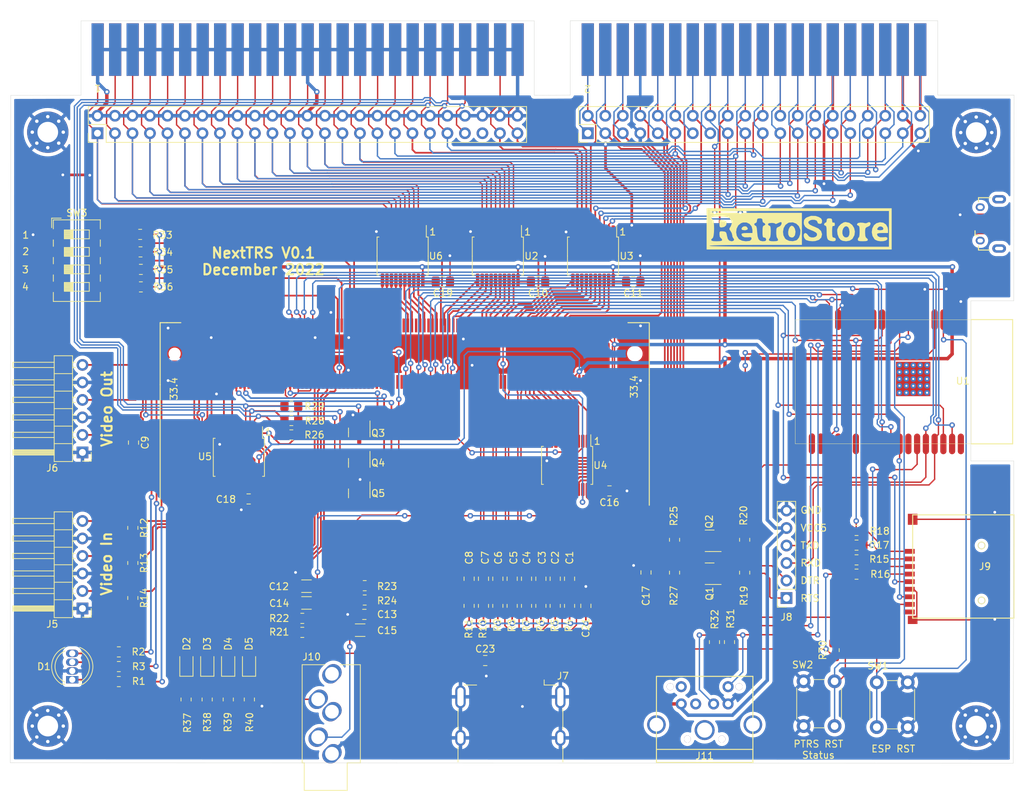
<source format=kicad_pcb>
(kicad_pcb (version 20211014) (generator pcbnew)
  (layers (0 "F.Cu" signal) (31 "B.Cu" signal) (34 "B.Paste" user) (35 "F.Paste" user) (36 "B.SilkS" user "B.Silkscreen") (37 "F.SilkS" user "F.Silkscreen") (38 "B.Mask" user) (39 "F.Mask" user) (44 "Edge.Cuts" user))
  (net 0 "")
  (net 1 "CASS_IN")
  (net 2 "GND")
  (net 3 "+5V")
  (net 4 "+3V3")
  (net 5 "PS2_DATA")
  (net 6 "PS2_CLK")
  (net 7 "CS_SD")
  (net 8 "MOSI")
  (net 9 "SCK")
  (net 10 "+3.3V")
  (net 11 "CASS_OUT")
  (net 13 "TXD0")
  (net 14 "RXD0")
  (net 19 "I00")
  (net 27 "_A0")
  (net 28 "_A1")
  (net 29 "_A2")
  (net 30 "_A3")
  (net 31 "ESP_RESET")
  (net 32 "_A4")
  (net 33 "_A5")
  (net 34 "CS_FPGA")
  (net 35 "_A6")
  (net 36 "_A7")
  (net 37 "_A8")
  (net 38 "ESP_S0")
  (net 39 "_A9")
  (net 40 "ESP_S1")
  (net 41 "_A10")
  (net 42 "ESP_S2")
  (net 43 "_A11")
  (net 44 "ESP_S3")
  (net 46 "_A12")
  (net 49 "REQ")
  (net 52 "_A13")
  (net 53 "_A14")
  (net 54 "DONE")
  (net 55 "_A15")
  (net 56 "ABUS_EN")
  (net 57 "ABUS_DIR")
  (net 58 "_D0")
  (net 59 "_D1")
  (net 60 "_D2")
  (net 61 "_D3")
  (net 62 "_D4")
  (net 63 "_D5")
  (net 64 "_D6")
  (net 65 "_D7")
  (net 66 "DBUS_EN")
  (net 67 "DBUS_DIR")
  (net 68 "_RAS_N")
  (net 69 "_OUT_N")
  (net 70 "_IN_N")
  (net 71 "_RD_N")
  (net 72 "_WR_N")
  (net 73 "_IOREQ_N")
  (net 74 "_M1_N")
  (net 75 "_RESET_N")
  (net 76 "CTRL_DIR")
  (net 77 "CTRL_EN")
  (net 80 "CTRL1_EN")
  (net 83 "EXTIOSEL_IN_N")
  (net 84 "WAIT_IN_N")
  (net 85 "INT_IN_N")
  (net 86 "CONF_1")
  (net 87 "CONF_2")
  (net 88 "CONF_3")
  (net 89 "CONF_4")
  (net 100 "VIDEO_O")
  (net 101 "HSYNC_O")
  (net 110 "VSYNC_O")
  (net 112 "HSYNCX")
  (net 113 "VSYNCX")
  (net 149 "D0")
  (net 150 "D1")
  (net 151 "D2")
  (net 152 "D3")
  (net 153 "D4")
  (net 154 "D5")
  (net 155 "D6")
  (net 156 "D7")
  (net 157 "A0")
  (net 158 "A1")
  (net 159 "A2")
  (net 160 "A3")
  (net 161 "A4")
  (net 162 "A5")
  (net 163 "A6")
  (net 164 "A7")
  (net 165 "IN_N")
  (net 166 "OUT_N")
  (net 167 "RESET_N")
  (net 168 "EXTIOSEL_N")
  (net 170 "M1_N")
  (net 171 "IOREQ_N")
  (net 172 "SYSRES_N")
  (net 173 "RAS_N")
  (net 174 "A10")
  (net 175 "CAS_N")
  (net 176 "A13")
  (net 177 "A12")
  (net 178 "A15")
  (net 179 "A14")
  (net 180 "A11")
  (net 181 "A8")
  (net 182 "INTACK_N")
  (net 183 "WR_N")
  (net 184 "MUX")
  (net 185 "RD_N")
  (net 186 "A9")
  (net 187 "INT_N")
  (net 188 "TEST_N")
  (net 189 "WAIT_N")
  (net 190 "5V")
  (net 192 "MISO")
  (net 193 "INT")
  (net 194 "WAIT")
  (net 195 "EXTIOSEL")
  (net 196 "LED_RED")
  (net 197 "LED_GREEN")
  (net 198 "LED_BLUE")
  (net 199 "BUTTON")
  (net 200 "VIDEOX")
  (net 201 "ABUS_DIR_N")
  (net 202 "VIDEO")
  (net 205 "VSYNC")
  (net 206 "HSYNC")
  (net 207 "Net-(J8-Pad1)")
  (net 208 "Net-(J8-Pad2)")
  (net 209 "Net-(J9-Pad1)")
  (net 210 "Net-(J9-Pad8)")
  (net 216 "HDMI_TX2_P")
  (net 217 "/D2+")
  (net 218 "HDMI_TX2_N")
  (net 219 "/D2-")
  (net 220 "HDMI_TX1_P")
  (net 221 "/D1+")
  (net 222 "HDMI_TX1_N")
  (net 223 "/D1-")
  (net 224 "HDMI_TX0_P")
  (net 225 "/D0+")
  (net 226 "HDMI_TX0_N")
  (net 227 "/D0-")
  (net 228 "HDMI_TXC_P")
  (net 229 "/CK+")
  (net 230 "HDMI_TXC_N")
  (net 231 "/CK-")
  (net 232 "Net-(C13-Pad1)")
  (net 233 "Net-(C14-Pad1)")
  (net 234 "Net-(C15-Pad1)")
  (net 235 "LED1")
  (net 236 "LED2")
  (net 237 "LED3")
  (net 238 "LED4")
  (net 247 "Net-(Q1-Pad1)")
  (net 248 "Net-(Q2-Pad1)")
  (net 249 "Net-(D1-Pad1)")
  (net 250 "Net-(D1-Pad3)")
  (net 251 "Net-(D1-Pad4)")
  (net 252 "JTAG_TMS")
  (net 253 "JTAG_TCK")
  (net 255 "Net-(D2-Pad1)")
  (net 256 "Net-(D3-Pad1)")
  (net 257 "Net-(D4-Pad1)")
  (net 258 "Net-(D5-Pad1)")
  (footprint "Package_TO_SOT_SMD:SOT-23" (layer "F.Cu") (at 122.741333 120.7332 180)
    (fp_text reference "Q2")
    (fp_text value "MMBT3904")
  )
  (footprint "Resistor_SMD:R_0805_2012Metric_Pad1.20x1.40mm_HandSolder" (layer "F.Cu") (at 40.0812 76.2508 180)
    (fp_text reference "R33")
    (fp_text value "4K7")
  )
  (footprint "Capacitor_SMD:C_0805_2012Metric_Pad1.18x1.45mm_HandSolder" (layer "F.Cu") (at 113.504266 125.326 90)
    (fp_text reference "C17")
    (fp_text value "100N")
  )
  (footprint "Resistor_SMD:R_0805_2012Metric_Pad1.20x1.40mm_HandSolder" (layer "F.Cu") (at 52.869732 143.764 -90)
    (fp_text reference "R39")
    (fp_text value "100")
  )
  (footprint "Capacitor_SMD:C_1206_3216Metric_Pad1.33x1.80mm_HandSolder" (layer "F.Cu") (at 72.014499 133.698599)
    (fp_text reference "C15")
    (fp_text value "10U")
  )
  (footprint "Resistor_SMD:R_0805_2012Metric_Pad1.20x1.40mm_HandSolder" (layer "F.Cu") (at 94.0816 130.175 90)
    (fp_text reference "R8")
    (fp_text value "50")
  )
  (footprint "Resistor_SMD:R_0805_2012Metric_Pad1.20x1.40mm_HandSolder" (layer "F.Cu") (at 55.9308 143.764 -90)
    (fp_text reference "R40")
    (fp_text value "100")
  )
  (footprint "Button_Switch_SMD:SW_DIP_SPSTx04_Slide_6.7x11.72mm_W8.61mm_P2.54mm_LowProfile" (layer "F.Cu") (at 30.8864 80.0608)
    (fp_text reference "SW3")
    (fp_text value "SW_DIP_x04")
  )
  (footprint "Resistor_SMD:R_0805_2012Metric_Pad1.20x1.40mm_HandSolder" (layer "F.Cu") (at 62.0268 101.1936 180)
    (fp_text reference "R29")
    (fp_text value "4K7")
  )
  (footprint "LED_SMD:LED_0805_2012Metric_Pad1.15x1.40mm_HandSolder" (layer "F.Cu") (at 49.823666 138.5316 90)
    (fp_text reference "D3")
    (fp_text value "LED")
  )
  (footprint "Capacitor_SMD:C_0805_2012Metric_Pad1.18x1.45mm_HandSolder" (layer "F.Cu") (at 108.204 113.4872 180)
    (fp_text reference "C16")
    (fp_text value "0.1uF")
  )
  (footprint "Resistor_SMD:R_0805_2012Metric_Pad1.20x1.40mm_HandSolder" (layer "F.Cu") (at 117.6528 125.356 -90)
    (fp_text reference "R27")
    (fp_text value "4K7")
  )
  (footprint "Resistor_SMD:R_0805_2012Metric_Pad1.20x1.40mm_HandSolder" (layer "F.Cu") (at 89.916 130.175 90)
    (fp_text reference "R10")
    (fp_text value "50")
  )
  (footprint "Resistor_SMD:R_0805_2012Metric_Pad1.20x1.40mm_HandSolder" (layer "F.Cu") (at 40.1828 81.3308 180)
    (fp_text reference "R35")
    (fp_text value "4K7")
  )
  (footprint "LED_SMD:LED_0805_2012Metric_Pad1.15x1.40mm_HandSolder" (layer "F.Cu") (at 46.7926 138.5316 90)
    (fp_text reference "D2")
    (fp_text value "LED")
  )
  (footprint "Resistor_SMD:R_0805_2012Metric_Pad1.20x1.40mm_HandSolder" (layer "F.Cu") (at 96.1644 130.175 90)
    (fp_text reference "R7")
    (fp_text value "50")
  )
  (footprint "MountingHole:MountingHole_3mm_Pad_Via" (layer "F.Cu") (at 161.4424 147.6248)
    (fp_text reference "H3" hide)
    (fp_text value "MountingHole_Pad")
  )
  (footprint "Resistor_SMD:R_0805_2012Metric_Pad1.20x1.40mm_HandSolder" (layer "F.Cu") (at 144.0688 125.5776)
    (fp_text reference "R16")
    (fp_text value "10K")
  )
  (footprint "Capacitor_SMD:C_1206_3216Metric_Pad1.33x1.80mm_HandSolder" (layer "F.Cu") (at 64.225099 127.314799 180)
    (fp_text reference "C12")
    (fp_text value "1U")
  )
  (footprint "Capacitor_SMD:C_0805_2012Metric_Pad1.18x1.45mm_HandSolder" (layer "F.Cu") (at 91.9988 126.238 -90)
    (fp_text reference "C6")
    (fp_text value "100n")
  )
  (footprint "Resistor_SMD:R_0805_2012Metric_Pad1.20x1.40mm_HandSolder" (layer "F.Cu") (at 40.132 78.7908 180)
    (fp_text reference "R34")
    (fp_text value "4K7")
  )
  (footprint "Resistor_SMD:R_0805_2012Metric_Pad1.20x1.40mm_HandSolder" (layer "F.Cu") (at 36.9824 136.8552 180)
    (fp_text reference "R2")
    (fp_text value "100")
  )
  (footprint "Capacitor_SMD:C_0805_2012Metric_Pad1.18x1.45mm_HandSolder" (layer "F.Cu") (at 96.1644 126.238 -90)
    (fp_text reference "C4")
    (fp_text value "100n")
  )
  (footprint "Resistor_SMD:R_0805_2012Metric_Pad1.20x1.40mm_HandSolder" (layer "F.Cu") (at 127.829866 125.356 90)
    (fp_text reference "R19")
    (fp_text value "12K")
  )
  (footprint "Resistor_SMD:R_0805_2012Metric_Pad1.20x1.40mm_HandSolder" (layer "F.Cu") (at 125.6284 135.4328 -90)
    (fp_text reference "R31")
    (fp_text value "2K")
  )
  (footprint "Capacitor_SMD:C_0805_2012Metric_Pad1.18x1.45mm_HandSolder" (layer "F.Cu") (at 98.2472 126.238 -90)
    (fp_text reference "C3")
    (fp_text value "100n")
  )
  (footprint "Capacitor_SMD:C_0805_2012Metric_Pad1.18x1.45mm_HandSolder" (layer "F.Cu") (at 89.916 126.238 -90)
    (fp_text reference "C7")
    (fp_text value "100n")
  )
  (footprint "MountingHole:MountingHole_3mm_Pad_Via" (layer "F.Cu") (at 161.4424 61.468)
    (fp_text reference "H2" hide)
    (fp_text value "MountingHole_Pad")
  )
  (footprint "Capacitor_SMD:C_0805_2012Metric_Pad1.18x1.45mm_HandSolder" (layer "F.Cu") (at 102.4128 126.238 -90)
    (fp_text reference "C1")
    (fp_text value "100n")
  )
  (footprint "Button_Switch_THT:SW_PUSH_6mm" (layer "F.Cu") (at 136.3832 147.6236 90)
    (fp_text reference "SW2")
    (fp_text value "PTRS_RESET/STATUS")
  )
  (footprint "Connector_PinHeader_2.54mm:PinHeader_2x20_P2.54mm_Vertical" (layer "F.Cu") (at 105.0594 61.5696 90)
    (fp_text reference "J2" hide)
    (fp_text value "TRS-80 M1 Pin Connector")
  )
  (footprint "PocketTRS_Connectors:Jack_3.5mm_CUI_SJ1-3535NG_Horizontal_CircularHoles" (layer "F.Cu") (at 67.919599 151.637999 180)
    (fp_text reference "J10")
    (fp_text value "AudioJack3")
  )
  (footprint "Capacitor_SMD:C_0805_2012Metric_Pad1.18x1.45mm_HandSolder" (layer "F.Cu") (at 84.0232 83.1088 180)
    (fp_text reference "C19")
    (fp_text value "0.1uF")
  )
  (footprint "Capacitor_SMD:C_0805_2012Metric_Pad1.18x1.45mm_HandSolder" (layer "F.Cu") (at 87.8332 126.238 -90)
    (fp_text reference "C8")
    (fp_text value "100n")
  )
  (footprint "Capacitor_SMD:C_0805_2012Metric_Pad1.18x1.45mm_HandSolder" (layer "F.Cu") (at 90.17 138.1125)
    (fp_text reference "C23")
    (fp_text value "100n")
  )
  (footprint "Package_TO_SOT_SMD:SOT-23" (layer "F.Cu") (at 71.882 105.0036 -90)
    (fp_text reference "Q3")
    (fp_text value "2N7002")
  )
  (footprint "Connector_HDMI:HDMI_A_Molex_208658-1001_Horizontal" (layer "F.Cu") (at 93.8276 145.9048 -90)
    (fp_text reference "J7")
    (fp_text value "HDMI_A")
  )
  (footprint "PocketTRS_Connectors:TFP09-2-12B" (layer "F.Cu") (at 162.2157 124.46 90)
    (fp_text reference "J9")
    (fp_text value "SD_Card")
  )
  (footprint "Resistor_SMD:R_0805_2012Metric_Pad1.20x1.40mm_HandSolder" (layer "F.Cu") (at 40.1828 83.8708 180)
    (fp_text reference "R36")
    (fp_text value "4K7")
  )
  (footprint "Connector_PinSocket_2.54mm:PinSocket_1x06_P2.54mm_Vertical" (layer "F.Cu") (at 133.900866 129.0394 180)
    (fp_text reference "J8")
    (fp_text value "Programmer")
  )
  (footprint "Resistor_SMD:R_0805_2012Metric_Pad1.20x1.40mm_HandSolder" (layer "F.Cu") (at 144.0688 121.3612)
    (fp_text reference "R17")
    (fp_text value "10K")
  )
  (footprint "Resistor_SMD:R_0805_2012Metric_Pad1.20x1.40mm_HandSolder" (layer "F.Cu") (at 39.0144 123.952 -90)
    (fp_text reference "R13")
    (fp_text value "10K")
  )
  (footprint "Resistor_SMD:R_0805_2012Metric_Pad1.20x1.40mm_HandSolder" (layer "F.Cu") (at 62.0268 105.3592 180)
    (fp_text reference "R26")
    (fp_text value "4K7")
  )
  (footprint "Package_TO_SOT_SMD:SOT-23" (layer "F.Cu") (at 71.882 109.4232 -90)
    (fp_text reference "Q4")
    (fp_text value "2N7002")
  )
  (footprint "Button_Switch_THT:SW_PUSH_6mm" (layer "F.Cu") (at 147.0004 147.776 90)
    (fp_text reference "SW1")
    (fp_text value "ESP_RESET")
  )
  (footprint "LOGO" (layer "F.Cu") (at 135.7376 75.3872)
    (fp_text reference "G1" hide)
    (fp_text value "LOGO" hide)
  )
  (footprint "Resistor_SMD:R_0805_2012Metric_Pad1.20x1.40mm_HandSolder" (layer "F.Cu") (at 123.444 135.4328 -90)
    (fp_text reference "R32")
    (fp_text value "2K")
  )
  (footprint "Connector_PinHeader_2.54mm:PinHeader_1x06_P2.54mm_Horizontal" (layer "F.Cu") (at 31.7054 130.556 180)
    (fp_text reference "J5")
    (fp_text value "Conn_01x06_Male")
  )
  (footprint "Resistor_SMD:R_0805_2012Metric_Pad1.20x1.40mm_HandSolder" (layer "F.Cu") (at 144.0688 119.2276)
    (fp_text reference "R18")
    (fp_text value "10K")
  )
  (footprint "Resistor_SMD:R_0805_2012Metric_Pad1.20x1.40mm_HandSolder" (layer "F.Cu") (at 36.9824 141.1732 180)
    (fp_text reference "R1")
    (fp_text value "100")
  )
  (footprint "Package_SO:SSOP-20_5.3x7.2mm_P0.65mm" (layer "F.Cu") (at 105.8164 79.4004 -90)
    (fp_text reference "U3")
    (fp_text value "74LVC245")
  )
  (footprint "Package_TO_SOT_SMD:SOT-23" (layer "F.Cu") (at 122.741333 125.506 180)
    (fp_text reference "Q1")
    (fp_text value "MMBT3904")
  )
  (footprint "LED_SMD:LED_0805_2012Metric_Pad1.15x1.40mm_HandSolder" (layer "F.Cu") (at 52.854732 138.5316 90)
    (fp_text reference "D4")
    (fp_text value "LED")
  )
  (footprint "Package_SO:SSOP-20_5.3x7.2mm_P0.65mm" (layer "F.Cu") (at 102.0572 109.7788 -90)
    (fp_text reference "U4")
    (fp_text value "74LVC245")
  )
  (footprint "esp32-wrover:ESP32-WROVER" (layer "F.Cu") (at 160.1216 97.6376 -90)
    (fp_text reference "U1")
    (fp_text value "ESP32-WROVER-B" hide)
  )
  (footprint "Capacitor_SMD:C_0805_2012Metric_Pad1.18x1.45mm_HandSolder" (layer "F.Cu") (at 104.775 130.175 90)
    (fp_text reference "C21")
    (fp_text value "100n")
  )
  (footprint "Resistor_SMD:R_0805_2012Metric_Pad1.20x1.40mm_HandSolder" (layer "F.Cu") (at 140.8176 136.6012 90)
    (fp_text reference "R30")
    (fp_text value "4K7")
  )
  (footprint "MountingHole:MountingHole_3mm_Pad_Via" (layer "F.Cu") (at 26.67 61.4172)
    (fp_text reference "H1" hide)
    (fp_text value "MountingHole_Pad")
  )
  (footprint "Resistor_SMD:R_0805_2012Metric_Pad1.20x1.40mm_HandSolder" (layer "F.Cu") (at 72.674899 129.329799 180)
    (fp_text reference "R24")
    (fp_text value "150R")
  )
  (footprint "Package_TO_SOT_SMD:SOT-23" (layer "F.Cu") (at 71.882 113.8428 -90)
    (fp_text reference "Q5")
    (fp_text value "2N7002")
  )
  (footprint "Capacitor_SMD:C_0805_2012Metric_Pad1.18x1.45mm_HandSolder" (layer "F.Cu") (at 94.0816 126.238 -90)
    (fp_text reference "C5")
    (fp_text value "100n")
  )
  (footprint "Resistor_SMD:R_0805_2012Metric_Pad1.20x1.40mm_HandSolder" (layer "F.Cu") (at 39.0144 118.855999 -90)
    (fp_text reference "R12")
    (fp_text value "10K")
  )
  (footprint "Resistor_SMD:R_0805_2012Metric_Pad1.20x1.40mm_HandSolder" (layer "F.Cu") (at 63.615499 131.988399 180)
    (fp_text reference "R22")
    (fp_text value "4K7")
  )
  (footprint "PocketTRS_Connectors:USBmicro-B" (layer "F.Cu") (at 164.7697 74.7268 90)
    (fp_text reference "J12")
    (fp_text value "USB_B_Micro")
  )
  (footprint "Capacitor_SMD:C_0805_2012Metric_Pad1.18x1.45mm_HandSolder" (layer "F.Cu") (at 111.6584 83.1088 180)
    (fp_text reference "C11")
    (fp_text value "0.1uF")
  )
  (footprint "Resistor_SMD:R_0805_2012Metric_Pad1.20x1.40mm_HandSolder" (layer "F.Cu") (at 62.0268 103.2764 180)
    (fp_text reference "R28")
    (fp_text value "4K7")
  )
  (footprint "Resistor_SMD:R_0805_2012Metric_Pad1.20x1.40mm_HandSolder" (layer "F.Cu") (at 72.674899 127.246999 180)
    (fp_text reference "R23")
    (fp_text value "270R")
  )
  (footprint "Resistor_SMD:R_0805_2012Metric_Pad1.20x1.40mm_HandSolder" (layer "F.Cu") (at 102.4128 130.175 90)
    (fp_text reference "R4")
    (fp_text value "50")
  )
  (footprint "Resistor_SMD:R_0805_2012Metric_Pad1.20x1.40mm_HandSolder" (layer "F.Cu") (at 49.808666 143.764 -90)
    (fp_text reference "R38")
    (fp_text value "100")
  )
  (footprint "trs-io-m1:TRSEDGE" (layer "F.Cu") (at 129.0574 47.6504 180)
    (fp_text reference "J4" hide)
    (fp_text value "TRS-80 M1 Edge Connector")
  )
  (footprint "PocketTRS_Connectors:EDGE50" (layer "F.Cu") (at 72.644 49.4284 180)
    (fp_text reference "J3" hide)
    (fp_text value "TRS-80 M3 Edge Connector")
  )
  (footprint "Resistor_SMD:R_0805_2012Metric_Pad1.20x1.40mm_HandSolder" (layer "F.Cu") (at 127.829866 120.5832 -90)
    (fp_text reference "R20")
    (fp_text value "12K")
  )
  (footprint "Package_SO:SSOP-20_5.3x7.2mm_P0.65mm" (layer "F.Cu") (at 91.9988 79.4004 -90)
    (fp_text reference "U2")
    (fp_text value "74LVC245")
  )
  (footprint "Capacitor_SMD:C_0805_2012Metric_Pad1.18x1.45mm_HandSolder" (layer "F.Cu") (at 100.33 126.238 -90)
    (fp_text reference "C2")
    (fp_text value "100n")
  )
  (footprint "LED_THT:LED_D5.0mm-4_RGB" (layer "F.Cu") (at 30.224 140.8908 90)
    (fp_text reference "D1")
    (fp_text value "LED_RKBG")
  )
  (footprint "PocketTRS_Connectors:minidin_6_ps2_pcb_mount" (layer "F.Cu") (at 122.0216 146.6596 180)
    (fp_text reference "J11")
    (fp_text value "Mini-DIN-6" hide)
  )
  (footprint "Tang20K:DDR3_socket" (layer "F.Cu") (at 78.486 93.5697 -90)
    (fp_text reference "Conn1" hide)
    (fp_text value "Conn_DDR3_Socket")
  )
  (footprint "Resistor_SMD:R_0805_2012Metric_Pad1.20x1.40mm_HandSolder" (layer "F.Cu") (at 46.7476 143.764 -90)
    (fp_text reference "R37")
    (fp_text value "100")
  )
  (footprint "Resistor_SMD:R_0805_2012Metric_Pad1.20x1.40mm_HandSolder" (layer "F.Cu") (at 100.33 130.175 90)
    (fp_text reference "R5")
    (fp_text value "50")
  )
  (footprint "Resistor_SMD:R_0805_2012Metric_Pad1.20x1.40mm_HandSolder" (layer "F.Cu") (at 36.9824 138.9888 180)
    (fp_text reference "R3")
    (fp_text value "100")
  )
  (footprint "Connector_PinHeader_2.54mm:PinHeader_2x25_P2.54mm_Vertical" (layer "F.Cu") (at 33.8836 61.5696 90)
    (fp_text reference "J1" hide)
    (fp_text value "TRS-80 M3 Pin Header")
  )
  (footprint "Resistor_SMD:R_0805_2012Metric_Pad1.20x1.40mm_HandSolder" (layer "F.Cu") (at 117.6528 120.5832 90)
    (fp_text reference "R25")
    (fp_text value "4K7")
  )
  (footprint "LED_SMD:LED_0805_2012Metric_Pad1.15x1.40mm_HandSolder" (layer "F.Cu") (at 55.8858 138.5316 90)
    (fp_text reference "D5")
    (fp_text value "LED")
  )
  (footprint "Resistor_SMD:R_0805_2012Metric_Pad1.20x1.40mm_HandSolder" (layer "F.Cu") (at 87.8332 130.175 90)
    (fp_text reference "R11")
    (fp_text value "50")
  )
  (footprint "Resistor_SMD:R_0805_2012Metric_Pad1.20x1.40mm_HandSolder" (layer "F.Cu") (at 91.9988 130.175 90)
    (fp_text reference "R9")
    (fp_text value "50")
  )
  (footprint "Connector_PinHeader_2.54mm:PinHeader_1x06_P2.54mm_Horizontal" (layer "F.Cu") (at 31.7054 107.8992 180)
    (fp_text reference "J6")
    (fp_text value "Conn_01x06_Male")
  )
  (footprint "Capacitor_SMD:C_0805_2012Metric_Pad1.18x1.45mm_HandSolder" (layer "F.Cu") (at 55.8292 114.6556 180)
    (fp_text reference "C18")
    (fp_text value "0.1uF")
  )
  (footprint "Resistor_SMD:R_0805_2012Metric_Pad1.20x1.40mm_HandSolder" (layer "F.Cu") (at 39.0144 129.032 -90)
    (fp_text reference "R14")
    (fp_text value "10K")
  )
  (footprint "Package_SO:SSOP-20_5.3x7.2mm_P0.65mm" (layer "F.Cu") (at 54.4068 108.6104 -90)
    (fp_text reference "U5")
    (fp_text value "74LVC245")
  )
  (footprint "MountingHole:MountingHole_3mm_Pad_Via" (layer "F.Cu") (at 26.67 147.6248)
    (fp_text reference "H4" hide)
    (fp_text value "MountingHole_Pad")
  )
  (footprint "Capacitor_SMD:C_0805_2012Metric_Pad1.18x1.45mm_HandSolder" (layer "F.Cu") (at 97.8408 83.1088 180)
    (fp_text reference "C10")
    (fp_text value "0.1uF")
  )
  (footprint "Resistor_SMD:R_0805_2012Metric_Pad1.20x1.40mm_HandSolder" (layer "F.Cu") (at 144.0688 123.4948)
    (fp_text reference "R15")
    (fp_text value "10K")
  )
  (footprint "Resistor_SMD:R_0805_2012Metric_Pad1.20x1.40mm_HandSolder" (layer "F.Cu") (at 98.2472 130.175 90)
    (fp_text reference "R6")
    (fp_text value "50")
  )
  (footprint "Resistor_SMD:R_0805_2012Metric_Pad1.20x1.40mm_HandSolder" (layer "F.Cu") (at 63.615499 134.020399)
    (fp_text reference "R21")
    (fp_text value "4K7")
  )
  (footprint "Package_SO:SSOP-20_5.3x7.2mm_P0.65mm" (layer "F.Cu") (at 78.1812 79.4004 -90)
    (fp_text reference "U6")
    (fp_text value "74LVC245")
  )
  (footprint "Capacitor_SMD:C_0805_2012Metric_Pad1.18x1.45mm_HandSolder" (layer "F.Cu") (at 39.116 106.4768 -90)
    (fp_text reference "C9")
    (fp_text value "100")
  )
  (footprint "Capacitor_SMD:C_0805_2012Metric_Pad1.18x1.45mm_HandSolder" (layer "F.Cu") (at 72.624099 131.412599 180)
    (fp_text reference "C13")
    (fp_text value "100N")
  )
  (footprint "Capacitor_SMD:C_1206_3216Metric_Pad1.33x1.80mm_HandSolder" (layer "F.Cu") (at 64.225099 129.753199)
    (fp_text reference "C14")
    (fp_text value "10U")
  )
  (gr_line (start 166.8907 109.1438) (end 166.8272 153.009599) (layer "Edge.Cuts") (width 0.05))
  (gr_line (start 155.8544 45.2374) (end 102.5144 45.2374) (layer "Edge.Cuts") (width 0.05))
  (gr_line (start 102.5144 56.0324) (end 102.5144 45.2374) (layer "Edge.Cuts") (width 0.05))
  (gr_line (start 97.282 56.0578) (end 97.282 45.2628) (layer "Edge.Cuts") (width 0.05))
  (gr_circle (center 162.2044 129.3876) (end 162.6616 129.2352) (layer "Edge.Cuts") (width 0.05) (fill none))
  (gr_line (start 160.6677 109.1438) (end 166.8907 109.1438) (layer "Edge.Cuts") (width 0.05))
  (gr_line (start 21.2344 152.9588) (end 21.2852 56.0832) (layer "Edge.Cuts") (width 0.05))
  (gr_line (start 160.6677 109.1438) (end 160.6677 85.9028) (layer "Edge.Cuts") (width 0.05))
  (gr_line (start 102.5144 56.0324) (end 97.282 56.0578) (layer "Edge.Cuts") (width 0.05))
  (gr_circle (center 162.2044 121.412) (end 162.6108 121.158) (layer "Edge.Cuts") (width 0.05) (fill none))
  (gr_line (start 155.8544 56.0324) (end 155.8544 45.2374) (layer "Edge.Cuts") (width 0.05))
  (gr_line (start 166.8907 85.9028) (end 166.9288 56.0324) (layer "Edge.Cuts") (width 0.05))
  (gr_line (start 21.2852 56.0832) (end 31.496 56.0578) (layer "Edge.Cuts") (width 0.05))
  (gr_line (start 31.496 56.0578) (end 31.496 45.2628) (layer "Edge.Cuts") (width 0.05))
  (gr_line (start 97.282 45.2628) (end 31.496 45.2628) (layer "Edge.Cuts") (width 0.05))
  (gr_line (start 160.6677 85.9028) (end 166.8907 85.9028) (layer "Edge.Cuts") (width 0.05))
  (gr_line (start 166.9288 56.0324) (end 155.8544 56.0324) (layer "Edge.Cuts") (width 0.05))
  (gr_line (start 166.8272 153.009599) (end 21.2344 152.9588) (layer "Edge.Cuts") (width 0.05))
  (gr_text "1" (at 110.1344 75.8952) (layer "F.SilkS") (effects (font (size 1 1))))
  (gr_text "2" (at 23.4696 78.74) (layer "F.SilkS") (effects (font (size 1 1))))
  (gr_text "ESP RST" (at 149.4028 150.9268) (layer "F.SilkS") (effects (font (size 1 1))))
  (gr_text "DTR" (at 138.804781 126.492) (layer "F.SilkS") (effects (font (size 1 1)) (justify right)))
  (gr_text "4" (at 23.4188 83.8708) (layer "F.SilkS") (effects (font (size 1 1))))
  (gr_text "Video In" (at 35.2044 124.0536 90) (layer "F.SilkS") (effects (font (size 1.5 1.5) (thickness 0.3))))
  (gr_text "NextTRS V0.1\nDecember 2022" (at 57.9628 80.1624) (layer "F.SilkS") (effects (font (size 1.5 1.5) (thickness 0.3))))
  (gr_text "RTS" (at 138.757162 129.0828) (layer "F.SilkS") (effects (font (size 1 1)) (justify right)))
  (gr_text "3" (at 23.4188 81.3816) (layer "F.SilkS") (effects (font (size 1 1))))
  (gr_text "GND" (at 139.090495 116.2812) (layer "F.SilkS") (effects (font (size 1 1)) (justify right)))
  (gr_text "2" (at 105.0036 55.117999 180) (layer "F.SilkS") (effects (font (size 1 1))))
  (gr_text "1" (at 82.55 75.8952) (layer "F.SilkS") (effects (font (size 1 1))))
  (gr_text "VCC5" (at 139.8524 118.872) (layer "F.SilkS") (effects (font (size 1 1)) (justify right)))
  (gr_text "RXD" (at 138.995257 123.952) (layer "F.SilkS") (effects (font (size 1 1)) (justify right)))
  (gr_text "1" (at 96.3168 75.8952) (layer "F.SilkS") (effects (font (size 1 1))))
  (gr_text "Video Out" (at 35.2552 101.6 90) (layer "F.SilkS") (effects (font (size 1.5 1.5) (thickness 0.3))))
  (gr_text "1" (at 106.426 106.2736) (layer "F.SilkS") (effects (font (size 1 1))))
  (gr_text "PTRS RST\nStatus" (at 138.5316 151.0284) (layer "F.SilkS") (effects (font (size 1 1))))
  (gr_text "TXD" (at 138.757162 121.412) (layer "F.SilkS") (effects (font (size 1 1)) (justify right)))
  (gr_text "1" (at 23.4696 76.3524) (layer "F.SilkS") (effects (font (size 1 1))))
  (gr_text "1" (at 33.8836 55.0672 180) (layer "F.SilkS") (effects (font (size 1 1))))
  (gr_text "1" (at 58.674 104.9528) (layer "F.SilkS") (effects (font (size 1 1))))
  (segment (start 65.787599 130.816299) (end 64.615499 131.988399) (width 0.2) (layer "F.Cu") (net 1))
  (segment (start 65.787599 125.322001) (end 65.8368 125.2728) (width 0.2) (layer "F.Cu") (net 1))
  (segment (start 155.4016 92.7564) (end 155.4016 88.6376) (width 0.2) (layer "F.Cu") (net 1))
  (segment (start 65.787599 127.314799) (end 65.787599 125.322001) (width 0.2) (layer "F.Cu") (net 1))
  (segment (start 127.9144 95.2881) (end 127.9144 116.1796) (width 0.2) (layer "F.Cu") (net 1))
  (segment (start 65.787599 127.314799) (end 65.787599 129.753199) (width 0.2) (layer "F.Cu") (net 1))
  (segment (start 88.011 117.094) (end 78.486 117.094) (width 0.2) (layer "F.Cu") (net 1))
  (segment (start 154.54 93.618) (end 155.4016 92.7564) (width 0.2) (layer "F.Cu") (net 1))
  (segment (start 65.787599 129.753199) (end 65.787599 130.816299) (width 0.2) (layer "F.Cu") (net 1))
  (segment (start 127.9144 93.43511) (end 128.09729 93.618) (width 0.2) (layer "F.Cu") (net 1))
  (segment (start 128.09729 93.618) (end 154.54 93.618) (width 0.2) (layer "F.Cu") (net 1))
  (segment (start 64.615499 131.988399) (end 64.615499 134.020399) (width 0.2) (layer "F.Cu") (net 1))
  (segment (start 127.9144 116.1796) (end 127 117.094) (width 0.2) (layer "F.Cu") (net 1))
  (segment (start 127 117.094) (end 96.5835 117.094) (width 0.2) (layer "F.Cu") (net 1))
  (via (at 127.9144 95.2881) (size 0.8) (drill 0.4) (layers "F.Cu" "B.Cu") (net 1))
  (via (at 78.486 117.094) (size 0.8) (drill 0.4) (layers "F.Cu" "B.Cu") (net 1))
  (via (at 96.5835 117.094) (size 0.8) (drill 0.4) (layers "F.Cu" "B.Cu") (net 1))
  (via (at 65.8368 125.2728) (size 0.8) (drill 0.4) (layers "F.Cu" "B.Cu") (net 1))
  (via (at 127.9144 93.43511) (size 0.8) (drill 0.4) (layers "F.Cu" "B.Cu") (net 1))
  (via (at 88.011 117.094) (size 0.8) (drill 0.4) (layers "F.Cu" "B.Cu") (net 1))
  (segment (start 96.5835 117.094) (end 88.011 117.094) (width 0.2) (layer "B.Cu") (net 1))
  (segment (start 65.8368 117.602) (end 65.8368 125.2728) (width 0.2) (layer "B.Cu") (net 1))
  (segment (start 66.3448 117.094) (end 65.8368 117.602) (width 0.2) (layer "B.Cu") (net 1))
  (segment (start 78.486 117.094) (end 66.3448 117.094) (width 0.2) (layer "B.Cu") (net 1))
  (segment (start 127.9144 93.43511) (end 127.9144 95.2881) (width 0.2) (layer "B.Cu") (net 1))
  (segment (start 57.636 96.4697) (end 57.736 96.3697) (width 0.2) (layer "F.Cu") (net 2))
  (segment (start 46.7476 144.764) (end 49.808666 144.764) (width 0.2) (layer "F.Cu") (net 2))
  (segment (start 66.636 96.4697) (end 66.536 96.3697) (width 0.2) (layer "F.Cu") (net 2))
  (segment (start 39.0144 130.032) (end 38.4904 130.556) (width 0.2) (layer "F.Cu") (net 2))
  (segment (start 63.136 98.9697) (end 64.6957 98.9697) (width 0.2) (layer "F.Cu") (net 2))
  (segment (start 57.936 89.4697) (end 57.936 90.6697) (width 0.2) (layer "F.Cu") (net 2))
  (segment (start 55.9308 144.764) (end 57.7248 144.764) (width 0.2) (layer "F.Cu") (net 2))
  (segment (start 96.7641 90.7697) (end 96.0075 90.7697) (width 0.2) (layer "F.Cu") (net 2))
  (segment (start 26.5814 76.2508) (end 24.5872 76.2508) (width 0.2) (layer "F.Cu") (net 2))
  (segment (start 57.536 96.3697) (end 57.636 96.4697) (width 0.2) (layer "F.Cu") (net 2))
  (segment (start 51.6029 90.7697) (end 51.336 90.5028) (width 0.2) (layer "F.Cu") (net 2))
  (segment (start 102.936 89.4697) (end 102.936 90.6697) (width 0.2) (layer "F.Cu") (net 2))
  (segment (start 108.036 97.6697) (end 108.036 98.8697) (width 0.2) (layer "F.Cu") (net 2))
  (segment (start 107.6325 63.1825) (end 107.6325 66.675) (width 0.381) (layer "F.Cu") (net 2))
  (segment (start 56.136 90.6697) (end 56.236 90.7697) (width 0.2) (layer "F.Cu") (net 2))
  (segment (start 57.7187 90.7697) (end 57.936 90.5524) (width 0.2) (layer "F.Cu") (net 2))
  (segment (start 69.636 96.6324) (end 70.3072 95.9612) (width 0.2) (layer "F.Cu") (net 2))
  (segment (start 106.236 97.6697) (end 106.236 98.8697) (width 0.2) (layer "F.Cu") (net 2))
  (segment (start 153.9748 84.2264) (end 157.04111 84.2264) (width 0.2) (layer "F.Cu") (net 2))
  (segment (start 161.8157 116.71) (end 164.0108 116.71) (width 0.2) (layer "F.Cu") (net 2))
  (segment (start 139.3444 60.304604) (end 140.619404 59.0296) (width 0.381) (layer "F.Cu") (net 2))
  (segment (start 94.9325 144.78) (end 95.5675 144.78) (width 0.25) (layer "F.Cu") (net 2))
  (segment (start 69.27635 94.9056) (end 68.6704 94.9056) (width 0.2) (layer "F.Cu") (net 2))
  (segment (start 67.836 97.6697) (end 67.836 96.4697) (width 0.2) (layer "F.Cu") (net 2))
  (segment (start 64.3636 58.5089) (end 65.7225 57.15) (width 0.50038) (layer "F.Cu") (net 2))
  (segment (start 93.3276 144.7626) (end 93.345 144.78) (width 0.25) (layer "F.Cu") (net 2))
  (segment (start 99.036 96.4697) (end 98.936 96.3697) (width 0.2) (layer "F.Cu") (net 2))
  (segment (start 72.4916 109.519196) (end 71.458104 108.4857) (width 0.2) (layer "F.Cu") (net 2))
  (segment (start 85.0607 83.1088) (end 85.0607 79.3711) (width 0.2) (layer "F.Cu") (net 2))
  (segment (start 90.761 96.3697) (end 90.636 96.4947) (width 0.2) (layer "F.Cu") (net 2))
  (segment (start 39.0144 124.952) (end 38.4904 125.476) (width 0.2) (layer "F.Cu") (net 2))
  (segment (start 58.036 90.7697) (end 59.4459 90.7697) (width 0.2) (layer "F.Cu") (net 2))
  (segment (start 61.236 96.4697) (end 61.236 97.6697) (width 0.2) (layer "F.Cu") (net 2))
  (segment (start 101.136 89.4697) (end 101.136 90.6697) (width 0.2) (layer "F.Cu") (net 2))
  (segment (start 95.5675 144.78) (end 97.79 144.78) (width 0.25) (layer "F.Cu") (net 2))
  (segment (start 109.2415 113.4872) (end 110.744 113.4872) (width 0.2) (layer "F.Cu") (net 2))
  (segment (start 102.736 98.9697) (end 104.311 98.9697) (width 0.2) (layer "F.Cu") (net 2))
  (segment (start 161.5185 73.4268) (end 159.1264 73.4268) (width 0.25) (layer "F.Cu") (net 2))
  (segment (start 92.336 96.3697) (end 90.761 96.3697) (width 0.2) (layer "F.Cu") (net 2))
  (segment (start 49.336 96.3697) (end 50.7513 96.3697) (width 0.2) (layer "F.Cu") (net 2))
  (segment (start 141.4016 88.6376) (end 141.4016 87.1637) (width 0.2) (layer "F.Cu") (net 2))
  (segment (start 52.7818 105.1104) (end 52.1318 105.1104) (width 0.25) (layer "F.Cu") (net 2))
  (segment (start 99.1322 109.097) (end 99.1108 109.1184) (width 0.2) (layer "F.Cu") (net 2))
  (segment (start 72.00505 111.83225) (end 72.4916 111.3457) (width 0.2) (layer "F.Cu") (net 2))
  (segment (start 61.636 90.7697) (end 62.4939 90.7697) (width 0.2) (layer "F.Cu") (net 2))
  (segment (start 106.536 89.4697) (end 106.536 90.6697) (width 0.2) (layer "F.Cu") (net 2))
  (segment (start 100.836 96.4697) (end 100.736 96.3697) (width 0.2) (layer "F.Cu") (net 2))
  (segment (start 50.3936 91.2368) (end 49.784 91.2368) (width 0.2) (layer "F.Cu") (net 2))
  (segment (start 90.636 97.6697) (end 90.636 96.4697) (width 0.2) (layer "F.Cu") (net 2))
  (segment (start 97.8276 144.78) (end 97.8276 142.6198) (width 0.25) (layer "F.Cu") (net 2))
  (segment (start 93.936 90.4982) (end 93.936 89.4697) (width 0.2) (layer "F.Cu") (net 2))
  (segment (start 59.736 90.6697) (end 59.836 90.7697) (width 0.2) (layer "F.Cu") (net 2))
  (segment (start 56.1567 96.3697) (end 56.436 96.649) (width 0.2) (layer "F.Cu") (net 2))
  (segment (start 97.536 89.4697) (end 97.536 90.6697) (width 0.2) (layer "F.Cu") (net 2))
  (segment (start 102.8914 75.9004) (end 101.91 75.9004) (width 0.2) (layer "F.Cu") (net 2))
  (segment (start 64.411 90.7697) (end 64.536 90.6447) (width 0.2) (layer "F.Cu") (net 2))
  (segment (start 26.5814 78.7908) (end 26.5814 76.2508) (width 0.2) (layer "F.Cu") (net 2))
  (segment (start 96.161 96.3697) (end 96.036 96.4947) (width 0.2) (layer "F.Cu") (net 2))
  (segment (start 164.0108 116.71) (end 164.1348 116.586) (width 0.2) (layer "F.Cu") (net 2))
  (segment (start 152.8157 128.21) (end 152.3657 127.76) (width 0.2) (layer "F.Cu") (net 2))
  (segment (start 52.8221 90.7697) (end 52.536 90.4836) (width 0.2) (layer "F.Cu") (net 2))
  (segment (start 69.936 90.8148) (end 70.358 91.2368) (width 0.2) (layer "F.Cu") (net 2))
  (segment (start 24.5872 76.2508) (end 24.5364 76.3016) (width 0.2) (layer "F.Cu") (net 2))
  (segment (start 109.836 97.6697) (end 109.836 98.8697) (width 0.2) (layer "F.Cu") (net 2))
  (segment (start 104.311 98.9697) (end 104.436 98.8447) (width 0.2) (layer "F.Cu") (net 2))
  (segment (start 107.736 90.6697) (end 107.636 90.7697) (width 0.2) (layer "F.Cu") (net 2))
  (segment (start 51.036 96.4697) (end 51.136 96.3697) (width 0.2) (layer "F.Cu") (net 2))
  (segment (start 94.136 96.3697) (end 92.561 96.3697) (width 0.2) (layer "F.Cu") (net 2))
  (segment (start 112.6959 79.3711) (end 112.6744 79.3496) (width 0.2) (layer "F.Cu") (net 2))
  (segment (start 64.836 96.4947) (end 64.836 97.6697) (width 0.2) (layer "F.Cu") (net 2))
  (segment (start 64.836 98.8294) (end 64.836 97.6697) (width 0.2) (layer "F.Cu") (net 2))
  (segment (start 59.4459 90.7697) (end 59.736 90.4796) (width 0.2) (layer "F.Cu") (net 2))
  (segment (start 107.936 98.9697) (end 106.4881 98.9697) (width 0.2) (layer "F.Cu") (net 2))
  (segment (start 70.3072 95.9612) (end 70.3072 95.93645) (width 0.2) (layer "F.Cu") (net 2))
  (segment (start 71.458104 108.4857) (end 70.932 108.4857) (width 0.2) (layer "F.Cu") (net 2))
  (segment (start 106.536 90.6697) (end 106.436 90.7697) (width 0.2) (layer "F.Cu") (net 2))
  (segment (start 65.7225 57.15) (end 65.7225 55.5625) (width 0.50038) (layer "F.Cu") (net 2))
  (segment (start 61.1744 97.7313) (end 61.1744 99.58405) (width 0.2) (layer "F.Cu") (net 2))
  (segment (start 99.236 90.7697) (end 97.8075 90.7697) (width 0.2) (layer "F.Cu") (net 2))
  (segment (start 51.4818 105.1104) (end 51.4818 106.5865) (width 0.25) (layer "F.Cu") (net 2))
  (segment (start 91.2075 138.1125) (end 91.2075 139.4753) (width 0.25) (layer "F.Cu") (net 2))
  (segment (start 61.136 96.3697) (end 61.236 96.4697) (width 0.2) (layer "F.Cu") (net 2))
  (segment (start 95.936 96.3697) (end 94.361 96.3697) (width 0.2) (layer "F.Cu") (net 2))
  (segment (start 102.636 98.8697) (end 102.736 98.9697) (width 0.2) (layer "F.Cu") (net 2))
  (segment (start 92.036 90.7697) (end 90.0275 90.7697) (width 0.2) (layer "F.Cu") (net 2))
  (segment (start 64.536 90.9012) (end 64.8716 91.2368) (width 0.2) (layer "F.Cu") (net 2))
  (segment (start 152.2157 117.61) (end 160.9157 117.61) (width 0.2) (layer "F.Cu") (net 2))
  (segment (start 99.336 89.4697) (end 99.336 90.6697) (width 0.2) (layer "F.Cu") (net 2))
  (segment (start 94.236 96.4697) (end 94.136 96.3697) (width 0.2) (layer "F.Cu") (net 2))
  (segment (start 102.536 96.3697) (end 101.1113 96.3697) (width 0.2) (layer "F.Cu") (net 2))
  (segment (start 106.8225 90.7697) (end 106.536 90.4832) (width 0.2) (layer "F.Cu") (net 2))
  (segment (start 105.0075 90.7697) (end 104.736 90.4982) (width 0.2) (layer "F.Cu") (net 2))
  (segment (start 88.836 96.4947) (end 88.836 97.6697) (width 0.2) (layer "F.Cu") (net 2))
  (segment (start 152.0825 61.052859) (end 152.079389 61.05597) (width 0.381) (layer "F.Cu") (net 2))
  (segment (start 51.036 97.6697) (end 51.036 96.4697) (width 0.2) (layer "F.Cu") (net 2))
  (segment (start 95.736 89.4697) (end 95.736 90.6697) (width 0.2) (layer "F.Cu") (net 2))
  (segment (start 100.836 97.6697) (end 100.836 96.4697) (width 0.2) (layer "F.Cu") (net 2))
  (segment (start 35.2425 57.15) (end 35.2425 55.5625) (width 0.50038) (layer "F.Cu") (net 2))
  (segment (start 150.779404 49.433404) (end 150.779404 59.0296) (width 0.381) (layer "F.Cu") (net 2))
  (segment (start 99.3119 96.3697) (end 99.036 96.6456) (width 0.2) (layer "F.Cu") (net 2))
  (segment (start 101.136 90.6697) (end 101.036 90.7697) (width 0.2) (layer "F.Cu") (net 2))
  (segment (start 51.1048 91.2368) (end 50.3936 91.2368) (width 0.2) (layer "F.Cu") (net 2))
  (segment (start 70.932 104.0661) (end 70.932 102.4992) (width 0.2) (layer "F.Cu") (net 2))
  (segment (start 112.6959 83.1088) (end 112.6959 79.3711) (width 0.2) (layer "F.Cu") (net 2))
  (segment (start 54.7917 114.6556) (end 54.7917 116.2011) (width 0.25) (layer "F.Cu") (net 2))
  (segment (start 75.2562 75.9004) (end 74.4272 75.9004) (width 0.2) (layer "F.Cu") (net 2))
  (segment (start 89.3981 90.7697) (end 89.136 90.5076) (width 0.2) (layer "F.Cu") (net 2))
  (segment (start 66.536 96.3697) (end 64.961 96.3697) (width 0.2) (layer "F.Cu") (net 2))
  (segment (start 33.9725 58.42) (end 35.2425 57.15) (width 0.50038) (layer "F.Cu") (net 2))
  (segment (start 104.775 129.18) (end 104.775 127.36) (width 0.25) (layer "F.Cu") (net 2))
  (segment (start 141.4016 87.1637) (end 142.0021 86.5632) (width 0.2) (layer "F.Cu") (net 2))
  (segment (start 51.136 96.3697) (end 52.5801 96.3697) (width 0.2) (layer "F.Cu") (net 2))
  (segment (start 61.411 90.7697) (end 61.536 90.6447) (width 0.2) (layer "F.Cu") (net 2))
  (segment (start 54.636 97.6697) (end 54.636 96.4697) (width 0.2) (layer "F.Cu") (net 2))
  (segment (start 89.136 90.5076) (end 89.136 89.4697) (width 0.2) (layer "F.Cu") (net 2))
  (segment (start 59.1841 96.3697) (end 59.436 96.6216) (width 0.2) (layer "F.Cu") (net 2))
  (segment (start 102.636 96.4697) (end 102.536 96.3697) (width 0.2) (layer "F.Cu") (net 2))
  (segment (start 64.8716 91.2368) (end 65.4812 91.2368) (width 0.2) (layer "F.Cu") (net 2))
  (segment (start 56.436 96.4697) (end 56.536 96.3697) (width 0.2) (layer "F.Cu") (net 2))
  (segment (start 102.636 97.6697) (end 102.636 98.8697) (width 0.2) (layer "F.Cu") (net 2))
  (segment (start 99.1322 106.2788) (end 99.1322 109.097) (width 0.2) (layer "F.Cu") (net 2))
  (segment (start 101.3567 90.7697) (end 101.136 90.549) (width 0.2) (layer "F.Cu") (net 2))
  (segment (start 102.936 90.6697) (end 102.836 90.7697) (width 0.2) (layer "F.Cu") (net 2))
  (segment (start 51.4818 106.5865) (end 51.6261 106.7308) (width 0.25) (layer "F.Cu") (net 2))
  (segment (start 109.836 98.8697) (end 109.736 98.9697) (width 0.2) (layer "F.Cu") (net 2))
  (segment (start 106.136 98.9697) (end 104.6593 98.9697) (width 0.2) (layer "F.Cu") (net 2))
  (segment (start 52.536 89.4697) (end 52.536 90.6697) (width 0.2) (layer "F.Cu") (net 2))
  (segment (start 49.236 97.6697) (end 49.236 96.4697) (width 0.2) (layer "F.Cu") (net 2))
  (segment (start 62.662599 125.349799) (end 62.6364 125.3236) (width 0.2) (layer "F.Cu") (net 2))
  (segment (start 52.436 90.7697) (end 51.6029 90.7697) (width 0.2) (layer "F.Cu") (net 2))
  (segment (start 139.3444 68.8975) (end 139.3444 60.304604) (width 0.381) (layer "F.Cu") (net 2))
  (segment (start 152.079389 63.179389) (end 153.035 64.135) (width 0.381) (layer "F.Cu") (net 2))
  (segment (start 59.436 97.6697) (end 59.436 96.4697) (width 0.2) (layer "F.Cu") (net 2))
  (segment (start 52.1318 105.1104) (end 51.4818 105.1104) (width 0.25) (layer "F.Cu") (net 2))
  (segment (start 67.736 96.3697) (end 67.2063 96.3697) (width 0.2) (layer "F.Cu") (net 2))
  (segment (start 49.784 91.2368) (end 49.536 90.9888) (width 0.2) (layer "F.Cu") (net 2))
  (segment (start 61.536 90.6697) (end 61.636 90.7697) (width 0.2) (layer "F.Cu") (net 2))
  (segment (start 160.9157 117.61) (end 161.8157 116.71) (width 0.2) (layer "F.Cu") (net 2))
  (segment (start 57.736 96.3697) (end 59.1841 96.3697) (width 0.2) (layer "F.Cu") (net 2))
  (segment (start 111.7283 124.2885) (end 111.7092 124.3076) (width 0.2) (layer "F.Cu") (net 2))
  (segment (start 50.7513 96.3697) (end 51.036 96.6544) (width 0.2) (layer "F.Cu") (net 2))
  (segment (start 90.2737 96.3697) (end 88.961 96.3697) (width 0.2) (layer "F.Cu") (net 2))
  (segment (start 51.336 91.0056) (end 51.1048 91.2368) (width 0.2) (layer "F.Cu") (net 2))
  (segment (start 98.936 96.3697) (end 96.7719 96.3697) (width 0.2) (layer "F.Cu") (net 2))
  (segment (start 104.436 98.8447) (end 104.436 97.6697) (width 0.2) (layer "F.Cu") (net 2))
  (segment (start 107.736 89.4697) (end 107.736 90.6697) (width 0.2) (layer "F.Cu") (net 2))
  (segment (start 52.536 90.6697) (end 52.436 90.7697) (width 0.2) (layer "F.Cu") (net 2))
  (segment (start 90.3276 140.3656) (end 90.3224 140.3604) (width 0.2) (layer "F.Cu") (net 2))
  (segment (start 62.615499 131.988399) (end 63.625099 130.978799) (width 0.2) (layer "F.Cu") (net 2))
  (segment (start 67.836 96.4697) (end 67.736 96.3697) (width 0.2) (layer "F.Cu") (net 2))
  (segment (start 96.7641 90.7697) (end 96.7641 96.3577) (width 0.2) (layer "F.Cu") (net 2))
  (segment (start 104.6593 98.9697) (end 104.436 98.7464) (width 0.2) (layer "F.Cu") (net 2))
  (segment (start 90.536 96.3697) (end 90.2737 96.3697) (width 0.2) (layer "F.Cu") (net 2))
  (segment (start 38.474399 120.396) (end 31.7054 120.396) (width 0.2) (layer "F.Cu") (net 2))
  (segment (start 38.7311 107.8992) (end 31.7054 107.8992) (width 0.2) (layer "F.Cu") (net 2))
  (segment (start 70.932 112.9053) (end 72.00505 111.83225) (width 0.2) (layer "F.Cu") (net 2))
  (segment (start 57.7248 144.764) (end 57.7596 144.7292) (width 0.2) (layer "F.Cu") (net 2))
  (segment (start 97.536 90.6697) (end 97.436 90.7697) (width 0.2) (layer "F.Cu") (net 2))
  (segment (start 67.2063 96.3697) (end 66.9015 96.3697) (width 0.2) (layer "F.Cu") (net 2))
  (segment (start 157.04111 84.2264) (end 157.09191 84.1756) (width 0.2) (layer "F.Cu") (net 2))
  (segment (start 51.036 99.2911) (end 51.1605 99.4156) (width 0.2) (layer "F.Cu") (net 2))
  (segment (start 140.619404 59.0296) (end 140.619404 49.433404) (width 0.381) (layer "F.Cu") (net 2))
  (segment (start 96.7719 96.3697) (end 96.161 96.3697) (width 0.2) (layer "F.Cu") (net 2))
  (segment (start 56.436 97.6697) (end 56.436 96.4697) (width 0.2) (layer "F.Cu") (net 2))
  (segment (start 54.736 96.3697) (end 56.1567 96.3697) (width 0.2) (layer "F.Cu") (net 2))
  (segment (start 92.436 96.4697) (end 92.336 96.3697) (width 0.2) (layer "F.Cu") (net 2))
  (segment (start 106.236 98.8697) (end 106.136 98.9697) (width 0.2) (layer "F.Cu") (net 2))
  (segment (start 88.961 96.3697) (end 88.836 96.4947) (width 0.2) (layer "F.Cu") (net 2))
  (segment (start 152.2157 132.21) (end 152.8157 131.61) (width 0.2) (layer "F.Cu") (net 2))
  (segment (start 85.0607 79.3711) (end 85.0392 79.3496) (width 0.2) (layer "F.Cu") (net 2))
  (segment (start 101.1113 96.3697) (end 100.836 96.645) (width 0.2) (layer "F.Cu") (net 2))
  (segment (start 152.8157 131.61) (end 152.8157 128.21) (width 0.2) (layer "F.Cu") (net 2))
  (segment (start 102.636 97.6697) (end 102.636 96.4697) (width 0.2) (layer "F.Cu") (net 2))
  (segment (start 49.236 96.4697) (end 49.336 96.3697) (width 0.2) (layer "F.Cu") (net 2))
  (segment (start 51.336 89.4697) (end 51.336 91.0056) (width 0.2) (layer "F.Cu") (net 2))
  (segment (start 66.9015 96.3697) (end 66.636 96.6352) (width 0.2) (layer "F.Cu") (net 2))
  (segment (start 101.91 75.9004) (end 101.9048 75.8952) (width 0.2) (layer "F.Cu") (net 2))
  (segment (start 95.636 90.7697) (end 94.2075 90.7697) (width 0.2) (layer "F.Cu") (net 2))
  (segment (start 93.345 144.78) (end 94.9325 144.78) (width 0.25) (layer "F.Cu") (net 2))
  (segment (start 96.3276 142.6198) (end 96.3276 144.78) (width 0.25) (layer "F.Cu") (net 2))
  (segment (start 59.836 90.7697) (end 61.411 90.7697) (width 0.2) (layer "F.Cu") (net 2))
  (segment (start 96.7641 96.3577) (end 96.7719 96.3655) (width 0.2) (layer "F.Cu") (net 2))
  (segment (start 64.536 89.4697) (end 64.536 90.9012) (width 0.2) (layer "F.Cu") (net 2))
  (segment (start 161.8157 132.21) (end 164.0556 132.21) (width 0.2) (layer "F.Cu") (net 2))
  (segment (start 51.036 97.6697) (end 51.036 99.2911) (width 0.2) (layer "F.Cu") (net 2))
  (segment (start 104.736 90.6697) (end 104.636 90.7697) (width 0.2) (layer "F.Cu") (net 2))
  (segment (start 108.036 98.8697) (end 107.936 98.9697) (width 0.2) (layer "F.Cu") (net 2))
  (segment (start 56.236 90.7697) (end 57.7187 90.7697) (width 0.2) (layer "F.Cu") (net 2))
  (segment (start 101.036 90.7697) (end 99.5567 90.7697) (width 0.2) (layer "F.Cu") (net 2))
  (segment (start 95.736 90.6697) (end 95.636 90.7697) (width 0.2) (layer "F.Cu") (net 2))
  (segment (start 54.336 89.4697) (end 54.336 90.6697) (width 0.2) (layer "F.Cu") (net 2))
  (segment (start 74.4272 75.9004) (end 74.3712 75.8444) (width 0.2) (layer "F.Cu") (net 2))
  (segment (start 152.079389 61.05597) (end 152.079389 63.179389) (width 0.381) (layer "F.Cu") (net 2))
  (segment (start 89.0738 75.9004) (end 88.0924 75.9004) (width 0.2) (layer "F.Cu") (net 2))
  (segment (start 64.961 96.3697) (end 64.836 96.4947) (width 0.2) (layer "F.Cu") (net 2))
  (segment (start 70.932 102.4992) (end 70.9676 102.4636) (width 0.2) (layer "F.Cu") (net 2))
  (segment (start 38.4904 130.556) (end 31.7054 130.556) (width 0.2) (layer "F.Cu") (net 2))
  (segment (start 104.736 89.4697) (end 104.736 90.6697) (width 0.2) (layer "F.Cu") (net 2))
  (segment (start 88.0924 75.9004) (end 88.0364 75.8444) (width 0.2) (layer "F.Cu") (net 2))
  (segment (start 97.436 90.7697) (end 96.7641 90.7697) (width 0.2) (layer "F.Cu") (net 2))
  (segment (start 54.4089 96.3697) (end 54.636 96.5968) (width 0.2) (layer "F.Cu") (net 2))
  (segment (start 159.2116 88.6376) (end 159.2116 86.0088) (width 0.2) (layer "F.Cu") (net 2))
  (segment (start 90.2737 91.0159) (end 90.2737 96.3697) (width 0.2) (layer "F.Cu") (net 2))
  (segment (start 94.236 97.6697) (end 94.236 96.4697) (width 0.2) (layer "F.Cu") (net 2))
  (segment (start 63.625099 130.978799) (end 63.625099 128.277299) (width 0.2) (layer "F.Cu") (net 2))
  (segment (start 92.136 89.4697) (end 92.136 90.6697) (width 0.2) (layer "F.Cu") (net 2))
  (segment (start 90.0275 90.7697) (end 89.3981 90.7697) (width 0.2) (layer "F.Cu") (net 2))
  (segment (start 49.536 90.9888) (end 49.536 89.4697) (width 0.2) (layer "F.Cu") (net 2))
  (segment (start 54.636 96.4697) (end 54.736 96.3697) (width 0.2) (layer "F.Cu") (net 2))
  (segment (start 92.136 90.6697) (end 92.036 90.7697) (width 0.2) (layer "F.Cu") (net 2))
  (segment (start 54.336 90.6697) (end 54.236 90.7697) (width 0.2) (layer "F.Cu") (net 2))
  (segment (start 98.8783 79.4727) (end 98.8568 79.4512) (width 0.2) (layer "F.Cu") (net 2))
  (segment (start 99.036 97.6697) (end 99.036 96.4697) (width 0.2) (layer "F.Cu") (net 2))
  (segment (start 97.79 144.78) (end 97.8276 144.7424) (width 0.25) (layer "F.Cu") (net 2))
  (segment (start 109.536 90.6697) (end 109.836 90.9697) (width 0.2) (layer "F.Cu") (net 2))
  (segment (start 90.636 96.4697) (end 90.536 96.3697) (width 0.2) (layer "F.Cu") (net 2))
  (segment (start 39.0144 119.855999) (end 38.474399 120.396) (width 0.2) (layer "F.Cu") (net 2))
  (segment (start 61.1744 99.58405) (end 61.58445 99.9941) (width 0.2) (layer "F.Cu") (net 2))
  (segment (start 63.625099 128.277299) (end 62.662599 127.314799) (width 0.2) (layer "F.Cu") (net 2))
  (segment (start 90.0275 90.7697) (end 90.2737 91.0159) (width 0.2) (layer "F.Cu") (net 2))
  (segment (start 56.536 96.3697) (end 57.536 96.3697) (width 0.2) (layer "F.Cu") (net 2))
  (segment (start 57.636 97.6697) (end 57.636 96.4697) (width 0.2) (layer "F.Cu") (net 2))
  (segment (start 103.2157 90.7697) (end 102.936 90.49) (width 0.2) (layer "F.Cu") (net 2))
  (segment (start 99.1322 106.2788) (end 99.1322 102.6882) (width 0.2) (layer "F.Cu") (net 2))
  (segment (start 152.2157 132.21) (end 161.8157 132.21) (width 0.2) (layer "F.Cu") (net 2))
  (segment (start 99.5567 90.7697) (end 99.336 90.549) (width 0.2) (layer "F.Cu") (net 2))
  (segment (start 59.436 96.4697) (end 59.536 96.3697) (width 0.2) (layer "F.Cu") (net 2))
  (segment (start 57.936 90.6697) (end 58.036 90.7697) (width 0.2) (layer "F.Cu") (net 2))
  (segment (start 96.0075 90.7697) (end 95.736 90.4982) (width 0.2) (layer "F.Cu") (net 2))
  (segment (start 61.58445 99.9941) (end 62.2103 99.9941) (width 0.2) (layer "F.Cu") (net 2))
  (segment (start 52.936 96.3697) (end 54.4089 96.3697) (width 0.2) (layer "F.Cu") (net 2))
  (segment (start 107.636 90.7697) (end 106.8225 90.7697) (width 0.2) (layer "F.Cu") (net 2))
  (segment (start 49.808666 144.764) (end 52.869732 144.764) (width 0.2) (layer "F.Cu") (net 2))
  (segment (start 66.636 97.6697) (end 66.636 96.4697) (width 0.2) (layer "F.Cu") (net 2))
  (segment (start 64.6957 98.9697) (end 64.836 98.8294) (width 0.2) (layer "F.Cu") (net 2))
  (segment (start 107.6325 66.675) (end 111.4425 70.485) (width 0.381) (layer "F.Cu") (net 2))
  (segment (start 62.736 90.6697) (end 62.836 90.7697) (width 0.2) (layer "F.Cu") (net 2))
  (segment (start 94.2075 90.7697) (end 93.936 90.4982) (width 0.2) (layer "F.Cu") (net 2))
  (segment (start 65.4812 91.2368) (end 65.9892 91.2368) (width 0.2) (layer "F.Cu") (net 2))
  (segment (start 111.4425 70.485) (end 111.4425 74.93) (width 0.381) (layer "F.Cu") (net 2))
  (segment (start 59.536 96.3697) (end 61.136 96.3697) (width 0.2) (layer "F.Cu") (net 2))
  (segment (start 159.1264 73.4268) (end 159.1056 73.406) (width 0.25) (layer "F.Cu") (net 2))
  (segment (start 99.1322 102.6882) (end 96.036 99.592) (width 0.2) (layer "F.Cu") (net 2))
  (segment (start 69.936 89.4697) (end 69.936 90.8148) (width 0.2) (layer "F.Cu") (net 2))
  (segment (start 62.4939 90.7697) (end 62.736 90.5276) (width 0.2) (layer "F.Cu") (net 2))
  (segment (start 52.5801 96.3697) (end 52.836 96.6256) (width 0.2) (layer "F.Cu") (net 2))
  (segment (start 98.8783 83.1088) (end 98.8783 79.4727) (width 0.2) (layer "F.Cu") (net 2))
  (segment (start 54.236 90.7697) (end 52.8221 90.7697) (width 0.2) (layer "F.Cu") (net 2))
  (segment (start 72.4916 111.3457) (end 72.4916 109.519196) (width 0.2) (layer "F.Cu") (net 2))
  (segment (start 71.586599 131.412599) (end 70.212601 131.412599) (width 0.2) (layer "F.Cu") (net 2))
  (segment (start 68.136 89.4697) (end 68.136 87.948) (width 0.2) (layer "F.Cu") (net 2))
  (segment (start 94.361 96.3697) (end 94.236 96.4947) (width 0.2) (layer "F.Cu") (net 2))
  (segment (start 70.212601 131.412599) (end 70.2056 131.4196) (width 0.2) (layer "F.Cu") (net 2))
  (segment (start 66.336 90.89) (end 66.336 89.4697) (width 0.2) (layer "F.Cu") (net 2))
  (segment (start 97.8075 90.7697) (end 97.536 90.4982) (width 0.2) (layer "F.Cu") (net 2))
  (segment (start 150.779404 59.0296) (end 152.0825 60.332696) (width 0.381) (layer "F.Cu") (net 2))
  (segment (start 61.536 89.4697) (end 61.536 90.6697) (width 0.2) (layer "F.Cu") (net 2))
  (segment (start 62.736 89.4697) (end 62.736 90.6697) (width 0.2) (layer "F.Cu") (net 2))
  (segment (start 152.0825 60.332696) (end 152.0825 61.052859) (width 0.381) (layer "F.Cu") (net 2))
  (segment (start 159.2116 86.0088) (end 159.2072 86.0044) (width 0.2) (layer "F.Cu") (net 2))
  (segment (start 90.3276 142.6198) (end 90.3276 140.3656) (width 0.2) (layer "F.Cu") (net 2))
  (segment (start 52.836 96.4697) (end 52.936 96.3697) (width 0.2) (layer "F.Cu") (net 2))
  (segment (start 96.036 99.592) (end 96.036 97.6697) (width 0.2) (layer "F.Cu") (net 2))
  (segment (start 109.536 89.4697) (end 109.536 90.6697) (width 0.2) (layer "F.Cu") (net 2))
  (segment (start 96.7719 96.3655) (end 96.7719 96.3697) (width 0.2) (layer "F.Cu") (net 2))
  (segment (start 52.836 97.6697) (end 52.836 96.4697) (width 0.2) (layer "F.Cu") (net 2))
  (segment (start 28.8544 67.6148) (end 32.7152 67.6148) (width 0.381) (layer "F.Cu") (net 2))
  (segment (start 91.2075 139.4753) (end 90.3224 140.3604) (width 0.25) (layer "F.Cu") (net 2))
  (segment (start 69.636 97.6697) (end 69.636 96.6324) (width 0.2) (layer "F.Cu") (net 2))
  (segment (start 109.736 98.9697) (end 108.3169 98.9697) (width 0.2) (layer "F.Cu") (net 2))
  (segment (start 93.3276 142.6198) (end 93.3276 144.7626) (width 0.25) (layer "F.Cu") (net 2))
  (segment (start 100.736 96.3697) (end 99.3119 96.3697) (width 0.2) (layer "F.Cu") (net 2))
  (segment (start 32.7152 67.6148) (end 32.766 67.6656) (width 0.2) (layer "F.Cu") (net 2))
  (segment (start 65.9892 91.2368) (end 66.336 90.89) (width 0.2) (layer "F.Cu") (net 2))
  (segment (start 92.436 97.6697) (end 92.436 96.4697) (width 0.2) (layer "F.Cu") (net 2))
  (segment (start 68.6704 94.9056) (end 67.2063 96.3697) (width 0.2) (layer "F.Cu") (net 2))
  (segment (start 109.836 90.9697) (end 109.836 97.6697) (width 0.2) (layer "F.Cu") (net 2))
  (segment (start 26.5814 83.8708) (end 26.5814 81.3308) (width 0.2) (layer "F.Cu") (net 2))
  (segment (start 62.662599 127.314799) (end 62.662599 125.349799) (width 0.2) (layer "F.Cu") (net 2))
  (segment (start 99.336 90.6697) (end 99.236 90.7697) (width 0.2) (layer "F.Cu") (net 2))
  (segment (start 52.869732 144.764) (end 55.9308 144.764) (width 0.2) (layer "F.Cu") (net 2))
  (segment (start 113.504266 124.2885) (end 111.7283 124.2885) (width 0.2) (layer "F.Cu") (net 2))
  (segment (start 106.436 90.7697) (end 105.0075 90.7697) (width 0.2) (layer "F.Cu") (net 2))
  (segment (start 54.7917 116.2011) (end 54.7624 116.2304) (width 0.25) (layer "F.Cu") (net 2))
  (segment (start 164.0556 132.21) (end 164.1348 132.1308) (width 0.2) (layer "F.Cu") (net 2))
  (segment (start 26.5814 81.3308) (end 26.5814 78.7908) (width 0.2) (layer "F.Cu") (net 2))
  (segment (start 96.036 96.4697) (end 95.936 96.3697) (width 0.2) (layer "F.Cu") (net 2))
  (segment (start 68.136 87.948) (end 67.7672 87.5792) (width 0.2) (layer "F.Cu") (net 2))
  (segment (start 108.3169 98.9697) (end 108.036 98.6888) (width 0.2) (layer "F.Cu") (net 2))
  (segment (start 70.3072 95.93645) (end 69.27635 94.9056) (width 0.2) (layer "F.Cu") (net 2))
  (segment (start 63.036 99.1684) (end 63.036 97.6697) (width 0.2) (layer "F.Cu") (net 2))
  (segment (start 59.736 89.4697) (end 59.736 90.6697) (width 0.2) (layer "F.Cu") (net 2))
  (segment (start 62.836 90.7697) (end 64.411 90.7697) (width 0.2) (layer "F.Cu") (net 2))
  (segment (start 33.8836 58.5089) (end 33.9725 58.42) (width 0.50038) (layer "F.Cu") (net 2))
  (segment (start 96.036 97.6697) (end 96.036 96.4697) (width 0.2) (layer "F.Cu") (net 2))
  (segment (start 92.561 96.3697) (end 92.436 96.4947) (width 0.2) (layer "F.Cu") (net 2))
  (segment (start 104.636 90.7697) (end 103.2157 90.7697) (width 0.2) (layer "F.Cu") (net 2))
  (segment (start 102.836 90.7697) (end 101.3567 90.7697) (width 0.2) (layer "F.Cu") (net 2))
  (segment (start 62.2103 99.9941) (end 63.036 99.1684) (width 0.2) (layer "F.Cu") (net 2))
  (segment (start 38.4904 125.476) (end 31.7054 125.476) (width 0.2) (layer "F.Cu") (net 2))
  (segment (start 71.674899 129.329799) (end 71.674899 131.324299) (width 0.2) (layer "F.Cu") (net 2))
  (segment (start 106.4881 98.9697) (end 106.236 98.7176) (width 0.2) (layer "F.Cu") (net 2))
  (segment (start 94.8276 142.6198) (end 94.8276 144.78) (width 0.25) (layer "F.Cu") (net 2))
  (segment (start 56.136 89.4697) (end 56.136 90.6697) (width 0.2) (layer "F.Cu") (net 2))
  (via (at 112.6744 79.3496) (size 0.8) (drill 0.4) (layers "F.Cu" "B.Cu") (net 2))
  (via (at 142.0021 86.5632) (size 0.8) (drill 0.4) (layers "F.Cu" "B.Cu") (net 2))
  (via (at 67.7672 87.5792) (size 0.8) (drill 0.4) (layers "F.Cu" "B.Cu") (net 2))
  (via (at 99.1108 109.1184) (size 0.8) (drill 0.4) (layers "F.Cu" "B.Cu") (net 2))
  (via (at 159.1056 73.406) (size 0.8) (drill 0.4) (layers "F.Cu" "B.Cu") (net 2))
  (via (at 104.775 127.36) (size 0.8) (drill 0.4) (layers "F.Cu" "B.Cu") (net 2))
  (via (at 70.3072 95.9612) (size 0.8) (drill 0.4) (layers "F.Cu" "B.Cu") (net 2))
  (via (at 153.9748 84.2264) (size 0.8) (drill 0.4) (layers "F.Cu" "B.Cu") (net 2))
  (via (at 32.766 67.6656) (size 0.8) (drill 0.4) (layers "F.Cu" "B.Cu") (net 2))
  (via (at 72.00505 111.83225) (size 0.8) (drill 0.4) (layers "F.Cu" "B.Cu") (net 2))
  (via (at 74.3712 75.8444) (size 0.8) (drill 0.4) (layers "F.Cu" "B.Cu") (net 2))
  (via (at 51.1605 99.4156) (size 0.8) (drill 0.4) (layers "F.Cu" "B.Cu") (net 2))
  (via (at 95.5675 144.78) (size 0.8) (drill 0.4) (layers "F.Cu" "B.Cu") (net 2))
  (via (at 62.6364 125.3236) (size 0.8) (drill 0.4) (layers "F.Cu" "B.Cu") (net 2))
  (via (at 90.3224 140.3604) (size 0.8) (drill 0.4) (layers "F.Cu" "B.Cu") (net 2))
  (via (at 54.7624 116.2304) (size 0.8) (drill 0.4) (layers "F.Cu" "B.Cu") (net 2))
  (via (at 111.4425 74.93) (size 0.8) (drill 0.4) (layers "F.Cu" "B.Cu") (net 2))
  (via (at 111.7092 124.3076) (size 0.8) (drill 0.4) (layers "F.Cu" "B.Cu") (net 2))
  (via (at 51.6261 106.7308) (size 0.8) (drill 0.4) (layers "F.Cu" "B.Cu") (net 2))
  (via (at 50.3936 91.2368) (size 0.8) (drill 0.4) (layers "F.Cu" "B.Cu") (net 2))
  (via (at 70.358 91.2368) (size 0.8) (drill 0.4) (layers "F.Cu" "B.Cu") (net 2))
  (via (at 44.1325 89.8525) (size 0.8) (drill 0.4) (layers "F.Cu" "B.Cu") (net 2))
  (via (at 98.8568 79.4512) (size 0.8) (drill 0.4) (layers "F.Cu" "B.Cu") (net 2))
  (via (at 44.1325 97.4725) (size 0.8) (drill 0.4) (layers "F.Cu" "B.Cu") (net 2))
  (via (at 157.09191 84.1756) (size 0.8) (drill 0.4) (layers "F.Cu" "B.Cu") (net 2))
  (via (at 110.744 113.4872) (size 0.8) (drill 0.4) (layers "F.Cu" "B.Cu") (net 2))
  (via (at 85.0392 79.3496) (size 0.8) (drill 0.4) (layers "F.Cu" "B.Cu") (net 2))
  (via (at 164.1348 132.1308) (size 0.8) (drill 0.4) (layers "F.Cu" "B.Cu") (net 2))
  (via (at 65.4812 91.2368) (size 0.8) (drill 0.4) (layers "F.Cu" "B.Cu") (net 2))
  (via (at 159.2072 86.0044) (size 0.8) (drill 0.4) (layers "F.Cu" "B.Cu") (net 2))
  (via (at 101.9048 75.8952) (size 0.8) (drill 0.4) (layers "F.Cu" "B.Cu") (net 2))
  (via (at 112.7125 89.535) (size 0.8) (drill 0.4) (layers "F.Cu" "B.Cu") (net 2))
  (via (at 164.1348 116.586) (size 0.8) (drill 0.4) (layers "F.Cu" "B.Cu") (net 2))
  (via (at 112.7125 97.4725) (size 0.8) (drill 0.4) (layers "F.Cu" "B.Cu") (net 2))
  (via (at 70.2056 131.4196) (size 0.8) (drill 0.4) (layers "F.Cu" "B.Cu") (net 2))
  (via (at 139.3444 68.8975) (size 0.8) (drill 0.4) (layers "F.Cu" "B.Cu") (net 2))
  (via (at 57.7596 144.7292) (size 0.8) (drill 0.4) (layers "F.Cu" "B.Cu") (net 2))
  (via (at 28.8544 67.6148) (size 0.8) (drill 0.4) (layers "F.Cu" "B.Cu") (net 2))
  (via (at 88.0364 75.8444) (size 0.8) (drill 0.4) (layers "F.Cu" "B.Cu") (net 2))
  (via (at 24.5364 76.3016) (size 0.8) (drill 0.4) (layers "F.Cu" "B.Cu") (net 2))
  (via (at 65.7225 55.5625) (size 0.8) (drill 0.4) (layers "F.Cu" "B.Cu") (net 2))
  (via (at 86.995 91.44) (size 0.8) (drill 0.4) (layers "F.Cu" "B.Cu") (net 2))
  (via (at 35.2425 55.5625) (size 0.8) (drill 0.4) (layers "F.Cu" "B.Cu") (net 2))
  (via (at 153.035 64.135) (size 0.8) (drill 0.4) (layers "F.Cu" "B.Cu") (net 2))
  (via (at 107.6325 63.1825) (size 0.8) (drill 0.4) (layers "F.Cu" "B.Cu") (net 2))
  (via (at 88.265 95.25) (size 0.8) (drill 0.4) (layers "F.Cu" "B.Cu") (net 2))
  (via (at 70.9676 102.4636) (size 0.8) (drill 0.4) (layers "F.Cu" "B.Cu") (net 2))
  (segment (start 89.7636 59.0296) (end 92.3036 59.0296) (width 0.50038) (layer "B.Cu") (net 2))
  (segment (start 59.309 49.4284) (end 61.849 49.4284) (width 0.50038) (layer "B.Cu") (net 2))
  (segment (start 66.929 49.4284) (end 69.469 49.4284) (width 0.50038) (layer "B.Cu") (net 2))
  (segment (start 79.629 49.4284) (end 82.169 49.4284) (width 0.50038) (layer "B.Cu") (net 2))
  (segment (start 54.2036 59.0296) (end 56.7436 59.0296) (width 0.50038) (layer "B.Cu") (net 2))
  (segment (start 87.249 49.4284) (end 89.789 49.4284) (width 0.50038) (layer "B.Cu") (net 2))
  (segment (start 111.4044 58.4708) (end 112.6744 57.2008) (width 0.381) (layer "B.Cu") (net 2))
  (segment (start 41.529 49.4284) (end 44.069 49.4284) (width 0.50038) (layer "B.Cu") (net 2))
  (segment (start 112.679404 61.5696) (end 111.4044 60.294596) (width 0.381) (layer "B.Cu") (net 2))
  (segment (start 82.169 49.4284) (end 84.709 49.4284) (width 0.50038) (layer "B.Cu") (net 2))
  (segment (start 77.0636 59.0296) (end 79.6036 59.0296) (width 0.50038) (layer "B.Cu") (net 2))
  (segment (start 69.4436 59.0296) (end 71.9836 59.0296) (width 0.50038) (layer "B.Cu") (net 2))
  (segment (start 92.3036 59.0296) (end 94.8436 59.0296) (width 0.50038) (layer "B.Cu") (net 2))
  (segment (start 64.389 49.4284) (end 66.929 49.4284) (width 0.50038) (layer "B.Cu") (net 2))
  (segment (start 82.1436 59.0296) (end 84.6836 59.0296) (width 0.50038) (layer "B.Cu") (net 2))
  (segment (start 64.3636 59.0296) (end 66.9036 59.0296) (width 0.50038) (layer "B.Cu") (net 2))
  (segment (start 41.5036 59.0296) (end 44.0436 59.0296) (width 0.50038) (layer "B.Cu") (net 2))
  (segment (start 61.849 49.4284) (end 64.389 49.4284) (width 0.50038) (layer "B.Cu") (net 2))
  (segment (start 44.0436 59.0296) (end 46.5836 59.0296) (width 0.50038) (layer "B.Cu") (net 2))
  (segment (start 77.089 49.4284) (end 79.629 49.4284) (width 0.50038) (layer "B.Cu") (net 2))
  (segment (start 49.1236 59.0296) (end 51.6636 59.0296) (width 0.50038) (layer "B.Cu") (net 2))
  (segment (start 74.5236 59.0296) (end 77.0636 59.0296) (width 0.50038) (layer "B.Cu") (net 2))
  (segment (start 35.2425 55.5625) (end 33.909 54.229) (width 0.50038) (layer "B.Cu") (net 2))
  (segment (start 71.9836 59.0296) (end 74.5236 59.0296) (width 0.50038) (layer "B.Cu") (net 2))
  (segment (start 66.9036 59.0296) (end 69.4436 59.0296) (width 0.50038) (layer "B.Cu") (net 2))
  (segment (start 84.709 49.4284) (end 87.249 49.4284) (width 0.50038) (layer "B.Cu") (net 2))
  (segment (start 46.5836 59.0296) (end 49.1236 59.0296) (width 0.50038) (layer "B.Cu") (net 2))
  (segment (start 33.909 49.4284) (end 36.449 49.4284) (width 0.50038) (layer "B.Cu") (net 2))
  (segment (start 59.309 49.4284) (end 56.769 49.4284) (width 0.50038) (layer "B.Cu") (net 2))
  (segment (start 61.8236 59.0296) (end 64.3636 59.0296) (width 0.50038) (layer "B.Cu") (net 2))
  (segment (start 69.469 49.4284) (end 72.009 49.4284) (width 0.50038) (layer "B.Cu") (net 2))
  (segment (start 56.7436 59.0296) (end 59.2836 59.0296) (width 0.50038) (layer "B.Cu") (net 2))
  (segment (start 46.609 49.4284) (end 49.149 49.4284) (width 0.50038) (layer "B.Cu") (net 2))
  (segment (start 36.449 49.4284) (end 38.989 49.4284) (width 0.50038) (layer "B.Cu") (net 2))
  (segment (start 38.989 49.4284) (end 41.529 49.4284) (width 0.50038) (layer "B.Cu") (net 2))
  (segment (start 92.329 49.4284) (end 94.869 49.4284) (width 0.50038) (layer "B.Cu") (net 2))
  (segment (start 65.7225 55.5625) (end 64.389 54.229) (width 0.50038) (layer "B.Cu") (net 2))
  (segment (start 72.009 49.4284) (end 74.549 49.4284) (width 0.50038) (layer "B.Cu") (net 2))
  (segment (start 44.069 49.4284) (end 46.609 49.4284) (width 0.50038) (layer "B.Cu") (net 2))
  (segment (start 33.8836 59.0296) (end 36.4236 59.0296) (width 0.50038) (layer "B.Cu") (net 2))
  (segment (start 49.149 49.4284) (end 51.689 49.4284) (width 0.50038) (layer "B.Cu") (net 2))
  (segment (start 33.909 54.229) (end 33.909 49.4284) (width 0.50038) (layer "B.Cu") (net 2))
  (segment (start 111.4044 60.294596) (end 111.4044 58.4708) (width 0.381) (layer "B.Cu") (net 2))
  (segment (start 94.869 49.4284) (end 94.869 59.0042) (width 0.50038) (layer "B.Cu") (net 2))
  (segment (start 36.4236 59.0296) (end 38.9636 59.0296) (width 0.50038) (layer "B.Cu") (net 2))
  (segment (start 59.2836 59.0296) (end 61.8236 59.0296) (width 0.50038) (layer "B.Cu") (net 2))
  (segment (start 38.9636 59.0296) (end 41.5036 59.0296) (width 0.50038) (layer "B.Cu") (net 2))
  (segment (start 54.229 49.4284) (end 56.769 49.4284) (width 0.50038) (layer "B.Cu") (net 2))
  (segment (start 87.2236 59.0296) (end 89.7636 59.0296) (width 0.50038) (layer "B.Cu") (net 2))
  (segment (start 84.6836 59.0296) (end 87.2236 59.0296) (width 0.50038) (layer "B.Cu") (net 2))
  (segment (start 112.6744 57.2008) (end 112.6744 49.4284) (width 0.381) (layer "B.Cu") (net 2))
  (segment (start 89.789 49.4284) (end 92.329 49.4284) (width 0.50038) (layer "B.Cu") (net 2))
  (segment (start 51.689 49.4284) (end 54.229 49.4284) (width 0.50038) (layer "B.Cu") (net 2))
  (segment (start 51.6636 59.0296) (end 54.2036 59.0296) (width 0.50038) (layer "B.Cu") (net 2))
  (segment (start 64.389 54.229) (end 64.389 49.4284) (width 0.50038) (layer "B.Cu") (net 2))
  (segment (start 79.6036 59.0296) (end 82.1436 59.0296) (width 0.50038) (layer "B.Cu") (net 2))
  (segment (start 74.549 49.4284) (end 77.089 49.4284) (width 0.50038) (layer "B.Cu") (net 2))
  (segment (start 108.936 89.4697) (end 108.336 89.4697) (width 0.2) (layer "F.Cu") (net 3))
  (segment (start 125.8016 76.0268) (end 161.5185 76.0268) (width 0.50038) (layer "F.Cu") (net 3))
  (segment (start 89.8276 140.9451) (end 89.1325 140.25) (width 0.25) (layer "F.Cu") (net 3))
  (segment (start 108.336 91.6228) (end 108.936 92.2228) (width 0.2) (layer "F.Cu") (net 3))
  (segment (start 108.936 89.4697) (end 108.936 92.2228) (width 0.2) (layer "F.Cu") (net 3))
  (segment (start 108.936 92.2228) (end 108.636 92.5228) (width 0.2) (layer "F.Cu") (net 3))
  (segment (start 118.6216 144.4096) (end 114.0354 144.4096) (width 0.50038) (layer "F.Cu") (net 3))
  (segment (start 124.968 92.2528) (end 124.968 76.8604) (width 0.50038) (layer "F.Cu") (net 3))
  (segment (start 108.936 92.2228) (end 108.936 97.3697) (width 0.2) (layer "F.Cu") (net 3))
  (segment (start 89.8276 144.7551) (end 89.8525 144.78) (width 0.25) (layer "F.Cu") (net 3))
  (segment (start 114.0354 144.4096) (end 112.0775 146.3675) (width 0.50038) (layer "F.Cu") (net 3))
  (segment (start 89.1325 140.25) (end 89.1325 138.1125) (width 0.25) (layer "F.Cu") (net 3))
  (segment (start 108.636 92.5228) (end 108.636 97.6697) (width 0.2) (layer "F.Cu") (net 3))
  (segment (start 112.0775 146.3675) (end 91.44 146.3675) (width 0.50038) (layer "F.Cu") (net 3))
  (segment (start 124.968 76.8604) (end 125.8016 76.0268) (width 0.50038) (layer "F.Cu") (net 3))
  (segment (start 89.8276 142.6198) (end 89.8276 144.7551) (width 0.25) (layer "F.Cu") (net 3))
  (segment (start 108.636 97.6697) (end 109.236 97.6697) (width 0.2) (layer "F.Cu") (net 3))
  (segment (start 89.8276 142.6198) (end 89.8276 140.9451) (width 0.25) (layer "F.Cu") (net 3))
  (segment (start 108.336 89.4697) (end 108.336 91.6228) (width 0.2) (layer "F.Cu") (net 3))
  (segment (start 108.936 97.3697) (end 109.236 97.6697) (width 0.2) (layer "F.Cu") (net 3))
  (segment (start 91.44 146.3675) (end 89.8525 144.78) (width 0.50038) (layer "F.Cu") (net 3))
  (via (at 108.936 92.2228) (size 0.8) (drill 0.4) (layers "F.Cu" "B.Cu") (net 3))
  (via (at 124.968 92.2528) (size 0.8) (drill 0.4) (layers "F.Cu" "B.Cu") (net 3))
  (segment (start 131.1148 117.7036) (end 132.2906 118.8794) (width 0.50038) (layer "B.Cu") (net 3))
  (segment (start 124.968 92.2528) (end 129.5908 92.2528) (width 0.50038) (layer "B.Cu") (net 3))
  (segment (start 131.1148 93.7768) (end 131.1148 117.7036) (width 0.50038) (layer "B.Cu") (net 3))
  (segment (start 132.2906 118.8794) (end 133.900866 118.8794) (width 0.50038) (layer "B.Cu") (net 3))
  (segment (start 108.957709 92.244509) (end 108.936 92.2228) (width 0.50038) (layer "B.Cu") (net 3))
  (segment (start 131.1148 121.665466) (end 133.900866 118.8794) (width 0.50038) (layer "B.Cu") (net 3))
  (segment (start 118.6216 144.4096) (end 118.6216 145.0376) (width 0.50038) (layer "B.Cu") (net 3))
  (segment (start 119.634 146.05) (end 126.0475 146.05) (width 0.50038) (layer "B.Cu") (net 3))
  (segment (start 129.5908 92.2528) (end 131.1148 93.7768) (width 0.50038) (layer "B.Cu") (net 3))
  (segment (start 126.0475 146.05) (end 131.1148 140.9827) (width 0.50038) (layer "B.Cu") (net 3))
  (segment (start 118.6216 145.0376) (end 119.634 146.05) (width 0.50038) (layer "B.Cu") (net 3))
  (segment (start 131.1148 140.9827) (end 131.1148 121.665466) (width 0.50038) (layer "B.Cu") (net 3))
  (segment (start 124.959709 92.244509) (end 108.957709 92.244509) (width 0.50038) (layer "B.Cu") (net 3))
  (segment (start 124.968 92.2528) (end 124.959709 92.244509) (width 0.50038) (layer "B.Cu") (net 3))
  (segment (start 124.2568 115.1128) (end 105.803139 115.1128) (width 0.50038) (layer "F.Cu") (net 4))
  (segment (start 157.9416 88.6376) (end 157.9416 81.0216) (width 0.50038) (layer "F.Cu") (net 4))
  (segment (start 58.7704 105.1104) (end 58.7756 105.1052) (width 0.25) (layer "F.Cu") (net 4))
  (segment (start 63.0268 105.3592) (end 61.706 106.68) (width 0.25) (layer "F.Cu") (net 4))
  (segment (start 157.9416 88.6376) (end 157.9416 93.62) (width 0.50038) (layer "F.Cu") (net 4))
  (segment (start 157.2768 94.2848) (end 124.968 94.2848) (width 0.50038) (layer "F.Cu") (net 4))
  (segment (start 81.1062 81.0554) (end 81.026 80.9752) (width 0.25) (layer "F.Cu") (net 4))
  (segment (start 42.8244 78.7908) (end 42.8752 78.74) (width 0.25) (layer "F.Cu") (net 4))
  (segment (start 61.5823 80.9752) (end 43.18 80.9752) (width 0.50038) (layer "F.Cu") (net 4))
  (segment (start 103.236 96.7636) (end 103.8352 96.1644) (width 0.2) (layer "F.Cu") (net 4))
  (segment (start 61.706 106.68) (end 60.3504 106.68) (width 0.25) (layer "F.Cu") (net 4))
  (segment (start 105.803139 115.1128) (end 105.03239 114.342051) (width 0.50038) (layer "F.Cu") (net 4))
  (segment (start 81.3146 83.1088) (end 81.1062 82.9004) (width 0.25) (layer "F.Cu") (net 4))
  (segment (start 41.0812 76.2508) (end 42.7736 76.2508) (width 0.2) (layer "F.Cu") (net 4))
  (segment (start 63.0268 103.2764) (end 63.0268 105.3592) (width 0.25) (layer "F.Cu") (net 4))
  (segment (start 94.9238 80.9966) (end 94.9452 80.9752) (width 0.25) (layer "F.Cu") (net 4))
  (segment (start 103.836 97.6697) (end 103.236 97.6697) (width 0.2) (layer "F.Cu") (net 4))
  (segment (start 157.9416 81.0216) (end 157.988 80.9752) (width 0.50038) (layer "F.Cu") (net 4))
  (segment (start 124.968 94.2848) (end 124.968 114.4016) (width 0.50038) (layer "F.Cu") (net 4))
  (segment (start 94.9238 82.9004) (end 94.9238 80.9966) (width 0.25) (layer "F.Cu") (net 4))
  (segment (start 42.8752 81.28) (end 41.2336 81.28) (width 0.2) (layer "F.Cu") (net 4))
  (segment (start 60.3504 106.68) (end 58.7756 105.1052) (width 0.25) (layer "F.Cu") (net 4))
  (segment (start 107.1665 113.4872) (end 105.1906 113.4872) (width 0.25) (layer "F.Cu") (net 4))
  (segment (start 95.1322 83.1088) (end 94.9238 82.9004) (width 0.25) (layer "F.Cu") (net 4))
  (segment (start 103.836 96.1652) (end 103.8352 96.1644) (width 0.2) (layer "F.Cu") (net 4))
  (segment (start 42.7736 76.2508) (end 42.8752 76.3524) (width 0.2) (layer "F.Cu") (net 4))
  (segment (start 108.9498 83.1088) (end 108.7414 82.9004) (width 0.25) (layer "F.Cu") (net 4))
  (segment (start 103.836 97.6697) (end 103.836 96.1652) (width 0.2) (layer "F.Cu") (net 4))
  (segment (start 110.6209 83.1088) (end 108.9498 83.1088) (width 0.25) (layer "F.Cu") (net 4))
  (segment (start 124.968 114.4016) (end 124.2568 115.1128) (width 0.50038) (layer "F.Cu") (net 4))
  (segment (start 105.03239 114.342051) (end 105.03239 113.2788) (width 0.50038) (layer "F.Cu") (net 4))
  (segment (start 157.9416 93.62) (end 157.2768 94.2848) (width 0.50038) (layer "F.Cu") (net 4))
  (segment (start 57.3318 108.571999) (end 57.3399 108.563899) (width 0.25) (layer "F.Cu") (net 4))
  (segment (start 57.3318 112.1104) (end 57.3318 108.571999) (width 0.25) (layer "F.Cu") (net 4))
  (segment (start 108.7414 82.9004) (end 108.7414 81.0046) (width 0.25) (layer "F.Cu") (net 4))
  (segment (start 57.3318 105.1104) (end 58.7704 105.1104) (width 0.25) (layer "F.Cu") (net 4))
  (segment (start 96.8033 83.1088) (end 95.1322 83.1088) (width 0.25) (layer "F.Cu") (net 4))
  (segment (start 81.1062 82.9004) (end 81.1062 81.0554) (width 0.25) (layer "F.Cu") (net 4))
  (segment (start 57.3318 114.1905) (end 56.8667 114.6556) (width 0.25) (layer "F.Cu") (net 4))
  (segment (start 41.132 78.7908) (end 42.8244 78.7908) (width 0.25) (layer "F.Cu") (net 4))
  (segment (start 82.9857 83.1088) (end 81.3146 83.1088) (width 0.25) (layer "F.Cu") (net 4))
  (segment (start 63.0268 101.1936) (end 63.0268 103.2764) (width 0.25) (layer "F.Cu") (net 4))
  (segment (start 103.236 97.6697) (end 103.236 96.7636) (width 0.2) (layer "F.Cu") (net 4))
  (segment (start 105.1906 113.4872) (end 104.9822 113.2788) (width 0.25) (layer "F.Cu") (net 4))
  (segment (start 43.18 80.9752) (end 42.8752 81.28) (width 0.50038) (layer "F.Cu") (net 4))
  (segment (start 41.1828 83.8708) (end 42.8752 83.8708) (width 0.2) (layer "F.Cu") (net 4))
  (segment (start 108.7414 81.0046) (end 108.712 80.9752) (width 0.25) (layer "F.Cu") (net 4))
  (segment (start 57.3318 112.1104) (end 57.3318 114.1905) (width 0.25) (layer "F.Cu") (net 4))
  (via (at 58.7756 105.1052) (size 0.8) (drill 0.4) (layers "F.Cu" "B.Cu") (net 4))
  (via (at 124.968 94.2848) (size 0.8) (drill 0.4) (layers "F.Cu" "B.Cu") (net 4))
  (via (at 103.8352 96.1644) (size 0.8) (drill 0.4) (layers "F.Cu" "B.Cu") (net 4))
  (via (at 42.8752 81.28) (size 0.8) (drill 0.4) (layers "F.Cu" "B.Cu") (net 4))
  (via (at 42.8752 83.8708) (size 0.8) (drill 0.4) (layers "F.Cu" "B.Cu") (net 4))
  (via (at 42.8752 78.74) (size 0.8) (drill 0.4) (layers "F.Cu" "B.Cu") (net 4))
  (via (at 157.988 80.9752) (size 0.8) (drill 0.4) (layers "F.Cu" "B.Cu") (net 4))
  (via (at 94.9452 80.9752) (size 0.8) (drill 0.4) (layers "F.Cu" "B.Cu") (net 4))
  (via (at 81.026 80.9752) (size 0.8) (drill 0.4) (layers "F.Cu" "B.Cu") (net 4))
  (via (at 57.3399 108.563899) (size 0.8) (drill 0.4) (layers "F.Cu" "B.Cu") (net 4))
  (via (at 42.8752 76.3524) (size 0.8) (drill 0.4) (layers "F.Cu" "B.Cu") (net 4))
  (via (at 108.712 80.9752) (size 0.8) (drill 0.4) (layers "F.Cu" "B.Cu") (net 4))
  (via (at 61.5823 80.9752) (size 0.8) (drill 0.4) (layers "F.Cu" "B.Cu") (net 4))
  (segment (start 42.8752 78.74) (end 42.8752 81.28) (width 0.25) (layer "B.Cu") (net 4))
  (segment (start 58.7756 106.3244) (end 59.182 106.7308) (width 0.25) (layer "B.Cu") (net 4))
  (segment (start 124.357909 94.894891) (end 105.104709 94.894891) (width 0.50038) (layer "B.Cu") (net 4))
  (segment (start 57.3399 108.563899) (end 57.348901 108.563899) (width 0.25) (layer "B.Cu") (net 4))
  (segment (start 94.9452 80.9752) (end 81.026 80.9752) (width 0.50038) (layer "B.Cu") (net 4))
  (segment (start 105.104709 94.894891) (end 103.8352 96.1644) (width 0.50038) (layer "B.Cu") (net 4))
  (segment (start 81.026 80.9752) (end 61.5823 80.9752) (width 0.50038) (layer "B.Cu") (net 4))
  (segment (start 102.8192 93.2688) (end 87.6808 93.2688) (width 0.2) (layer "B.Cu") (net 4))
  (segment (start 103.8352 96.1644) (end 103.8352 94.2848) (width 0.2) (layer "B.Cu") (net 4))
  (segment (start 58.7756 105.1052) (end 58.7756 106.3244) (width 0.25) (layer "B.Cu") (net 4))
  (segment (start 86.2076 106.7308) (end 60.198 106.7308) (width 0.2) (layer "B.Cu") (net 4))
  (segment (start 103.8352 94.2848) (end 102.8192 93.2688) (width 0.2) (layer "B.Cu") (net 4))
  (segment (start 42.8752 76.3524) (end 42.8752 78.74) (width 0.2) (layer "B.Cu") (net 4))
  (segment (start 42.8752 83.8708) (end 42.8752 81.28) (width 0.2) (layer "B.Cu") (net 4))
  (segment (start 108.712 80.9752) (end 94.9452 80.9752) (width 0.50038) (layer "B.Cu") (net 4))
  (segment (start 87.122 93.8276) (end 87.122 105.8164) (width 0.2) (layer "B.Cu") (net 4))
  (segment (start 87.122 105.8164) (end 86.2076 106.7308) (width 0.2) (layer "B.Cu") (net 4))
  (segment (start 57.348901 108.563899) (end 59.182 106.7308) (width 0.25) (layer "B.Cu") (net 4))
  (segment (start 87.6808 93.2688) (end 87.122 93.8276) (width 0.2) (layer "B.Cu") (net 4))
  (segment (start 59.182 106.7308) (end 60.198 106.7308) (width 0.25) (layer "B.Cu") (net 4))
  (segment (start 124.968 94.2848) (end 124.357909 94.894891) (width 0.50038) (layer "B.Cu") (net 4))
  (segment (start 157.988 80.9752) (end 108.712 80.9752) (width 0.50038) (layer "B.Cu") (net 4))
  (segment (start 137.414 133.0452) (end 124.0028 133.0452) (width 0.2) (layer "F.Cu") (net 5))
  (segment (start 138.2893 93.218) (end 149.6568 93.218) (width 0.2) (layer "F.Cu") (net 5))
  (segment (start 121.2596 134.4168) (end 123.428 134.4168) (width 0.2) (layer "F.Cu") (net 5))
  (segment (start 124.0028 133.0452) (end 123.444 133.604) (width 0.2) (layer "F.Cu") (net 5))
  (segment (start 137.414 92.3427) (end 138.2893 93.218) (width 0.2) (layer "F.Cu") (net 5))
  (segment (start 150.3216 92.5532) (end 150.3216 88.6376) (width 0.2) (layer "F.Cu") (net 5))
  (segment (start 123.444 133.604) (end 123.444 134.4328) (width 0.2) (layer "F.Cu") (net 5))
  (segment (start 149.6568 93.218) (end 150.3216 92.5532) (width 0.2) (layer "F.Cu") (net 5))
  (via (at 137.414 92.3427) (size 0.8) (drill 0.4) (layers "F.Cu" "B.Cu") (net 5))
  (via (at 137.414 133.0452) (size 0.8) (drill 0.4) (layers "F.Cu" "B.Cu") (net 5))
  (via (at 121.2596 134.4168) (size 0.8) (drill 0.4) (layers "F.Cu" "B.Cu") (net 5))
  (segment (start 121.2596 142.3476) (end 123.3216 144.4096) (width 0.2) (layer "B.Cu") (net 5))
  (segment (start 121.2596 134.4168) (end 121.2596 142.3476) (width 0.2) (layer "B.Cu") (net 5))
  (segment (start 137.414 92.3427) (end 137.414 133.0452) (width 0.2) (layer "B.Cu") (net 5))
  (segment (start 138.43 134.366) (end 127.6096 134.366) (width 0.2) (layer "F.Cu") (net 6))
  (segment (start 149.0516 91.9944) (end 149.0516 88.6376) (width 0.2) (layer "F.Cu") (net 6))
  (segment (start 138.5433 92.4052) (end 148.6408 92.4052) (width 0.2) (layer "F.Cu") (net 6))
  (segment (start 138.4808 92.3427) (end 138.5433 92.4052) (width 0.2) (layer "F.Cu") (net 6))
  (segment (start 127.6096 134.366) (end 127.5588 134.4168) (width 0.2) (layer "F.Cu") (net 6))
  (segment (start 127.5588 134.4168) (end 125.6444 134.4168) (width 0.2) (layer "F.Cu") (net 6))
  (segment (start 148.6408 92.4052) (end 149.0516 91.9944) (width 0.2) (layer "F.Cu") (net 6))
  (via (at 138.43 134.366) (size 0.8) (drill 0.4) (layers "F.Cu" "B.Cu") (net 6))
  (via (at 138.4808 92.3427) (size 0.8) (drill 0.4) (layers "F.Cu" "B.Cu") (net 6))
  (via (at 127.5588 134.4168) (size 0.8) (drill 0.4) (layers "F.Cu" "B.Cu") (net 6))
  (segment (start 127.5588 134.4168) (end 127.5588 139.7724) (width 0.2) (layer "B.Cu") (net 6))
  (segment (start 127.5588 139.7724) (end 125.4216 141.9096) (width 0.2) (layer "B.Cu") (net 6))
  (segment (start 138.4808 92.3427) (end 138.4808 134.3152) (width 0.2) (layer "B.Cu") (net 6))
  (segment (start 138.4808 134.3152) (end 138.43 134.366) (width 0.2) (layer "B.Cu") (net 6))
  (segment (start 152.8616 106.6676) (end 152.8616 109.622) (width 0.2) (layer "F.Cu") (net 7))
  (segment (start 148.4044 123.36) (end 151.7157 123.36) (width 0.2) (layer "F.Cu") (net 7))
  (segment (start 152.8616 109.622) (end 152.0952 110.3884) (width 0.2) (layer "F.Cu") (net 7))
  (segment (start 145.0688 121.3612) (end 146.304 121.3612) (width 0.2) (layer "F.Cu") (net 7))
  (segment (start 146.304 121.3612) (end 146.4056 121.3612) (width 0.2) (layer "F.Cu") (net 7))
  (segment (start 146.4564 110.3884) (end 146.4056 110.3376) (width 0.2) (layer "F.Cu") (net 7))
  (segment (start 146.4056 121.3612) (end 148.4044 123.36) (width 0.2) (layer "F.Cu") (net 7))
  (segment (start 152.0952 110.3884) (end 146.4564 110.3884) (width 0.2) (layer "F.Cu") (net 7))
  (via (at 146.304 121.3612) (size 0.8) (drill 0.4) (layers "F.Cu" "B.Cu") (net 7))
  (via (at 146.4056 110.3376) (size 0.8) (drill 0.4) (layers "F.Cu" "B.Cu") (net 7))
  (segment (start 146.4056 110.3376) (end 146.4056 121.2596) (width 0.2) (layer "B.Cu") (net 7))
  (segment (start 146.4056 121.2596) (end 146.304 121.3612) (width 0.2) (layer "B.Cu") (net 7))
  (segment (start 147.7816 90.9784) (end 147.7816 88.6376) (width 0.2) (layer "F.Cu") (net 8))
  (segment (start 135.1905 91.6432) (end 143.9672 91.6432) (width 0.2) (layer "F.Cu") (net 8))
  (segment (start 144.018 123.2916) (end 144.018 117.856) (width 0.2) (layer "F.Cu") (net 8))
  (segment (start 144.2212 123.4948) (end 144.018 123.2916) (width 0.2) (layer "F.Cu") (net 8))
  (segment (start 145.0688 123.4948) (end 144.2212 123.4948) (width 0.2) (layer "F.Cu") (net 8))
  (segment (start 82.9452 97.5605) (end 82.9452 95.165295) (width 0.2) (layer "F.Cu") (net 8))
  (segment (start 148.336 124.46) (end 151.7157 124.46) (width 0.2) (layer "F.Cu") (net 8))
  (segment (start 135.1788 91.6315) (end 135.1905 91.6432) (width 0.2) (layer "F.Cu") (net 8))
  (segment (start 147.1168 91.6432) (end 147.7816 90.9784) (width 0.2) (layer "F.Cu") (net 8))
  (segment (start 145.0688 123.4948) (end 147.3708 123.4948) (width 0.2) (layer "F.Cu") (net 8))
  (segment (start 147.3708 123.4948) (end 148.336 124.46) (width 0.2) (layer "F.Cu") (net 8))
  (segment (start 82.9452 95.165295) (end 82.979638 95.130857) (width 0.2) (layer "F.Cu") (net 8))
  (segment (start 143.9672 91.6432) (end 147.1168 91.6432) (width 0.2) (layer "F.Cu") (net 8))
  (segment (start 82.836 97.6697) (end 82.9452 97.5605) (width 0.2) (layer "F.Cu") (net 8))
  (via (at 135.1788 91.6315) (size 0.8) (drill 0.4) (layers "F.Cu" "B.Cu") (net 8))
  (via (at 82.979638 95.130857) (size 0.8) (drill 0.4) (layers "F.Cu" "B.Cu") (net 8))
  (via (at 144.018 117.856) (size 0.8) (drill 0.4) (layers "F.Cu" "B.Cu") (net 8))
  (via (at 143.9672 91.6432) (size 0.8) (drill 0.4) (layers "F.Cu" "B.Cu") (net 8))
  (segment (start 144.018 91.694) (end 143.9672 91.6432) (width 0.2) (layer "B.Cu") (net 8))
  (segment (start 83.4136 86.106) (end 82.9056 86.614) (width 0.2) (layer "B.Cu") (net 8))
  (segment (start 135.1788 91.6315) (end 135.1788 86.614) (width 0.2) (layer "B.Cu") (net 8))
  (segment (start 135.1788 86.614) (end 134.6708 86.106) (width 0.2) (layer "B.Cu") (net 8))
  (segment (start 82.9056 86.614) (end 82.9056 95.056819) (width 0.2) (layer "B.Cu") (net 8))
  (segment (start 134.6708 86.106) (end 83.4136 86.106) (width 0.2) (layer "B.Cu") (net 8))
  (segment (start 82.9056 95.056819) (end 82.979638 95.130857) (width 0.2) (layer "B.Cu") (net 8))
  (segment (start 144.018 117.856) (end 144.018 91.694) (width 0.2) (layer "B.Cu") (net 8))
  (segment (start 149.585 111.5568) (end 149.6177 111.5241) (width 0.2) (layer "F.Cu") (net 9))
  (segment (start 84.7227 96.383) (end 84.7227 94.73298) (width 0.2) (layer "F.Cu") (net 9))
  (segment (start 84.636 97.6697) (end 84.636 96.4697) (width 0.2) (layer "F.Cu") (net 9))
  (segment (start 133.4516 111.5568) (end 149.585 111.5568) (width 0.2) (layer "F.Cu") (net 9))
  (segment (start 84.636 96.4697) (end 84.7227 96.383) (width 0.2) (layer "F.Cu") (net 9))
  (segment (start 149.6529 126.66) (end 151.7157 126.66) (width 0.2) (layer "F.Cu") (net 9))
  (segment (start 145.5928 90.932) (end 146.5116 90.0132) (width 0.2) (layer "F.Cu") (net 9))
  (segment (start 133.4516 90.932) (end 145.5928 90.932) (width 0.2) (layer "F.Cu") (net 9))
  (segment (start 149.6177 126.6952) (end 149.6529 126.66) (width 0.2) (layer "F.Cu") (net 9))
  (via (at 84.7227 94.73298) (size 0.8) (drill 0.4) (layers "F.Cu" "B.Cu") (net 9))
  (via (at 133.4516 111.5568) (size 0.8) (drill 0.4) (layers "F.Cu" "B.Cu") (net 9))
  (via (at 149.6177 111.5241) (size 0.8) (drill 0.4) (layers "F.Cu" "B.Cu") (net 9))
  (via (at 133.4516 90.932) (size 0.8) (drill 0.4) (layers "F.Cu" "B.Cu") (net 9))
  (via (at 149.6177 126.6952) (size 0.8) (drill 0.4) (layers "F.Cu" "B.Cu") (net 9))
  (segment (start 133.4516 90.932) (end 133.4516 111.5568) (width 0.2) (layer "B.Cu") (net 9))
  (segment (start 133.7056 87.7824) (end 133.7056 90.678) (width 0.2) (layer "B.Cu") (net 9))
  (segment (start 85.344 87.0204) (end 132.9436 87.0204) (width 0.2) (layer "B.Cu") (net 9))
  (segment (start 132.9436 87.0204) (end 133.7056 87.7824) (width 0.2) (layer "B.Cu") (net 9))
  (segment (start 149.6177 111.5241) (end 149.6177 126.6952) (width 0.2) (layer "B.Cu") (net 9))
  (segment (start 133.7056 90.678) (end 133.4516 90.932) (width 0.2) (layer "B.Cu") (net 9))
  (segment (start 84.7227 87.6417) (end 85.344 87.0204) (width 0.2) (layer "B.Cu") (net 9))
  (segment (start 84.7227 94.73298) (end 84.7227 87.6417) (width 0.2) (layer "B.Cu") (net 9))
  (segment (start 63.1444 137.0584) (end 62.615499 136.529499) (width 0.2) (layer "F.Cu") (net 10))
  (segment (start 98.2472 132.5372) (end 98.425 132.715) (width 0.25) (layer "F.Cu") (net 10))
  (segment (start 107.3752 122.2916) (end 108.0836 121.5832) (width 0.2) (layer "F.Cu") (net 10))
  (segment (start 104.775 131.2125) (end 104.775 132.715) (width 0.25) (layer "F.Cu") (net 10))
  (segment (start 100.33 131.175) (end 100.33 132.715) (width 0.25) (layer "F.Cu") (net 10))
  (segment (start 102.4128 132.5753) (end 102.4128 131.175) (width 0.25) (layer "F.Cu") (net 10))
  (segment (start 123.444 136.4328) (end 107.4768 136.4328) (width 0.2) (layer "F.Cu") (net 10))
  (segment (start 98.2472 131.175) (end 98.2472 132.5372) (width 0.25) (layer "F.Cu") (net 10))
  (segment (start 143.0688 119.2276) (end 143.0688 121.3612) (width 0.2) (layer "F.Cu") (net 10))
  (segment (start 62.615499 136.529499) (end 62.615499 134.020399) (width 0.2) (layer "F.Cu") (net 10))
  (segment (start 144.1516 124.4948) (end 146.8976 124.4948) (width 0.2) (layer "F.Cu") (net 10))
  (segment (start 87.8332 131.175) (end 87.8332 132.715) (width 0.25) (layer "F.Cu") (net 10))
  (segment (start 108.0836 121.5832) (end 117.6528 121.5832) (width 0.2) (layer "F.Cu") (net 10))
  (segment (start 139.7508 125.5776) (end 139.5984 125.73) (width 0.2) (layer "F.Cu") (net 10))
  (segment (start 63.1444 137.0584) (end 85.8266 137.0584) (width 0.2) (layer "F.Cu") (net 10))
  (segment (start 146.8976 124.4948) (end 147.9628 125.56) (width 0.2) (layer "F.Cu") (net 10))
  (segment (start 104.775 132.715) (end 107.315 132.715) (width 0.25) (layer "F.Cu") (net 10))
  (segment (start 85.8266 137.0584) (end 86.995 135.89) (width 0.2) (layer "F.Cu") (net 10))
  (segment (start 107.3752 132.6548) (end 107.3752 122.2916) (width 0.2) (layer "F.Cu") (net 10))
  (segment (start 107.3752 136.3312) (end 107.3752 135.1948) (width 0.2) (layer "F.Cu") (net 10))
  (segment (start 107.315 132.715) (end 107.3752 132.6548) (width 0.25) (layer "F.Cu") (net 10))
  (segment (start 94.0816 131.175) (end 94.0816 132.715) (width 0.25) (layer "F.Cu") (net 10))
  (segment (start 91.9988 132.6388) (end 91.9988 131.175) (width 0.25) (layer "F.Cu") (net 10))
  (segment (start 96.1644 132.6769) (end 96.2025 132.715) (width 0.25) (layer "F.Cu") (net 10))
  (segment (start 86.995 133.35) (end 87.63 132.715) (width 0.2) (layer "F.Cu") (net 10))
  (segment (start 89.8525 132.715) (end 89.916 132.6515) (width 0.25) (layer "F.Cu") (net 10))
  (segment (start 139.6492 136.4328) (end 140.8176 137.6012) (width 0.2) (layer "F.Cu") (net 10))
  (segment (start 86.995 135.89) (end 86.995 133.35) (width 0.2) (layer "F.Cu") (net 10))
  (segment (start 147.9628 125.56) (end 151.7157 125.56) (width 0.2) (layer "F.Cu") (net 10))
  (segment (start 143.0688 123.4948) (end 143.0688 125.5776) (width 0.2) (layer "F.Cu") (net 10))
  (segment (start 102.5525 132.715) (end 102.4128 132.5753) (width 0.25) (layer "F.Cu") (net 10))
  (segment (start 117.6528 121.5832) (end 117.6528 124.356) (width 0.2) (layer "F.Cu") (net 10))
  (segment (start 107.3752 132.6548) (end 107.3752 135.1948) (width 0.25) (layer "F.Cu") (net 10))
  (segment (start 143.0688 121.3612) (end 143.0688 123.4948) (width 0.2) (layer "F.Cu") (net 10))
  (segment (start 143.0688 125.5776) (end 139.7508 125.5776) (width 0.2) (layer "F.Cu") (net 10))
  (segment (start 107.4768 136.4328) (end 107.3752 136.3312) (width 0.2) (layer "F.Cu") (net 10))
  (segment (start 96.1644 131.175) (end 96.1644 132.6769) (width 0.25) (layer "F.Cu") (net 10))
  (segment (start 143.0688 125.5776) (end 144.1516 124.4948) (width 0.2) (layer "F.Cu") (net 10))
  (segment (start 125.6284 136.4328) (end 139.6492 136.4328) (width 0.2) (layer "F.Cu") (net 10))
  (segment (start 123.444 136.4328) (end 125.6284 136.4328) (width 0.2) (layer "F.Cu") (net 10))
  (segment (start 87.63 132.715) (end 87.8332 132.715) (width 0.2) (layer "F.Cu") (net 10))
  (segment (start 89.916 132.6515) (end 89.916 131.175) (width 0.25) (layer "F.Cu") (net 10))
  (segment (start 92.075 132.715) (end 91.9988 132.6388) (width 0.25) (layer "F.Cu") (net 10))
  (via (at 104.775 132.715) (size 0.8) (drill 0.4) (layers "F.Cu" "B.Cu") (net 10))
  (via (at 139.5984 125.73) (size 0.8) (drill 0.4) (layers "F.Cu" "B.Cu") (net 10))
  (via (at 96.2025 132.715) (size 0.8) (drill 0.4) (layers "F.Cu" "B.Cu") (net 10))
  (via (at 89.8525 132.715) (size 0.8) (drill 0.4) (layers "F.Cu" "B.Cu") (net 10))
  (via (at 98.425 132.715) (size 0.8) (drill 0.4) (layers "F.Cu" "B.Cu") (net 10))
  (via (at 94.0816 132.715) (size 0.8) (drill 0.4) (layers "F.Cu" "B.Cu") (net 10))
  (via (at 139.6492 136.4328) (size 0.8) (drill 0.4) (layers "F.Cu" "B.Cu") (net 10))
  (via (at 102.5525 132.715) (size 0.8) (drill 0.4) (layers "F.Cu" "B.Cu") (net 10))
  (via (at 87.8332 132.715) (size 0.8) (drill 0.4) (layers "F.Cu" "B.Cu") (net 10))
  (via (at 100.33 132.715) (size 0.8) (drill 0.4) (layers "F.Cu" "B.Cu") (net 10))
  (via (at 92.075 132.715) (size 0.8) (drill 0.4) (layers "F.Cu" "B.Cu") (net 10))
  (segment (start 87.8332 132.715) (end 102.5525 132.715) (width 0.25) (layer "B.Cu") (net 10))
  (segment (start 139.5984 136.382) (end 139.6492 136.4328) (width 0.2) (layer "B.Cu") (net 10))
  (segment (start 104.775 132.715) (end 102.5525 132.715) (width 0.25) (layer "B.Cu") (net 10))
  (segment (start 139.5984 125.73) (end 139.5984 136.382) (width 0.2) (layer "B.Cu") (net 10))
  (segment (start 77.6224 116.5352) (end 77.6224 100.1776) (width 0.2) (layer "F.Cu") (net 11))
  (segment (start 72.2884 116.9924) (end 71.628 117.6528) (width 0.2) (layer "F.Cu") (net 11))
  (segment (start 68.2752 93.3704) (end 77.6224 93.3704) (width 0.2) (layer "F.Cu") (net 11))
  (segment (start 67.536 92.6312) (end 68.2752 93.3704) (width 0.2) (layer "F.Cu") (net 11))
  (segment (start 72.2884 116.9924) (end 77.1652 116.9924) (width 0.2) (layer "F.Cu") (net 11))
  (segment (start 71.628 117.6528) (end 71.628 127.2001) (width 0.2) (layer "F.Cu") (net 11))
  (segment (start 77.1652 116.9924) (end 77.6224 116.5352) (width 0.2) (layer "F.Cu") (net 11))
  (segment (start 67.536 89.4697) (end 67.536 92.6312) (width 0.2) (layer "F.Cu") (net 11))
  (via (at 77.6224 93.3704) (size 0.8) (drill 0.4) (layers "F.Cu" "B.Cu") (net 11))
  (via (at 77.6224 100.1776) (size 0.8) (drill 0.4) (layers "F.Cu" "B.Cu") (net 11))
  (segment (start 77.6224 100.1776) (end 77.6224 93.3704) (width 0.2) (layer "B.Cu") (net 11))
  (segment (start 137.0002 123.9594) (end 137.7696 123.19) (width 0.2) (layer "F.Cu") (net 13))
  (segment (start 133.900866 123.9594) (end 137.0002 123.9594) (width 0.2) (layer "F.Cu") (net 13))
  (segment (start 138.3792 112.6236) (end 154.5844 112.6236) (width 0.2) (layer "F.Cu") (net 13))
  (segment (start 155.4016 111.8064) (end 155.4016 106.6676) (width 0.2) (layer "F.Cu") (net 13))
  (segment (start 155.956 105.27254) (end 155.4016 105.82694) (width 0.2) (layer "F.Cu") (net 13))
  (segment (start 154.5844 112.6236) (end 155.4016 111.8064) (width 0.2) (layer "F.Cu") (net 13))
  (segment (start 62.136 89.4697) (end 62.136 87.9932) (width 0.2) (layer "F.Cu") (net 13))
  (segment (start 155.956 103.1748) (end 155.956 105.27254) (width 0.2) (layer "F.Cu") (net 13))
  (segment (start 62.136 87.9932) (end 61.6712 87.5284) (width 0.2) (layer "F.Cu") (net 13))
  (segment (start 137.7696 113.2332) (end 138.3792 112.6236) (width 0.2) (layer "F.Cu") (net 13))
  (segment (start 137.7696 123.19) (end 137.7696 113.2332) (width 0.2) (layer "F.Cu") (net 13))
  (via (at 61.6712 87.5284) (size 0.8) (drill 0.4) (layers "F.Cu" "B.Cu") (net 13))
  (via (at 155.956 103.1748) (size 0.8) (drill 0.4) (layers "F.Cu" "B.Cu") (net 13))
  (segment (start 81.05205 81.788) (end 62.1284 81.788) (width 0.2) (layer "B.Cu") (net 13))
  (segment (start 155.956 103.1748) (end 156.0068 103.124) (width 0.2) (layer "B.Cu") (net 13))
  (segment (start 155.3464 81.7372) (end 81.10285 81.7372) (width 0.2) (layer "B.Cu") (net 13))
  (segment (start 62.1284 81.788) (end 61.6712 82.2452) (width 0.2) (layer "B.Cu") (net 13))
  (segment (start 81.10285 81.7372) (end 81.05205 81.788) (width 0.2) (layer "B.Cu") (net 13))
  (segment (start 61.6712 82.2452) (end 61.6712 87.5284) (width 0.2) (layer "B.Cu") (net 13))
  (segment (start 156.0068 103.124) (end 156.0068 82.3976) (width 0.2) (layer "B.Cu") (net 13))
  (segment (start 156.0068 82.3976) (end 155.3464 81.7372) (width 0.2) (layer "B.Cu") (net 13))
  (segment (start 137.9664 112.2236) (end 153.4096 112.2236) (width 0.2) (layer "F.Cu") (net 14))
  (segment (start 63.846476 87.537524) (end 63.936 87.627048) (width 0.2) (layer "F.Cu") (net 14))
  (segment (start 137.3696 112.8204) (end 137.9664 112.2236) (width 0.2) (layer "F.Cu") (net 14))
  (segment (start 133.900866 121.4194) (end 136.5938 121.4194) (width 0.2) (layer "F.Cu") (net 14))
  (segment (start 154.1316 104.3896) (end 154.1316 106.6676) (width 0.2) (layer "F.Cu") (net 14))
  (segment (start 63.936 87.627048) (end 63.936 89.4697) (width 0.2) (layer "F.Cu") (net 14))
  (segment (start 137.3696 120.6436) (end 137.3696 112.8204) (width 0.2) (layer "F.Cu") (net 14))
  (segment (start 154.1316 111.5016) (end 154.1316 106.6676) (width 0.2) (layer "F.Cu") (net 14))
  (segment (start 153.4096 112.2236) (end 154.1316 111.5016) (width 0.2) (layer "F.Cu") (net 14))
  (segment (start 136.5938 121.4194) (end 137.3696 120.6436) (width 0.2) (layer "F.Cu") (net 14))
  (via (at 154.1316 104.3896) (size 0.8) (drill 0.4) (layers "F.Cu" "B.Cu") (net 14))
  (via (at 63.846476 87.537524) (size 0.8) (drill 0.4) (layers "F.Cu" "B.Cu") (net 14))
  (segment (start 63.9064 87.4776) (end 63.846476 87.537524) (width 0.2) (layer "B.Cu") (net 14))
  (segment (start 64.3636 82.6008) (end 63.9064 83.058) (width 0.2) (layer "B.Cu") (net 14))
  (segment (start 63.9064 83.058) (end 63.9064 87.4776) (width 0.2) (layer "B.Cu") (net 14))
  (segment (start 154.856 103.6652) (end 154.856 102.719164) (width 0.2) (layer "B.Cu") (net 14))
  (segment (start 154.1316 104.3896) (end 154.856 103.6652) (width 0.2) (layer "B.Cu") (net 14))
  (segment (start 155.2068 102.368364) (end 155.2068 83.274) (width 0.2) (layer "B.Cu") (net 14))
  (segment (start 155.2068 83.274) (end 154.5336 82.6008) (width 0.2) (layer "B.Cu") (net 14))
  (segment (start 154.5336 82.6008) (end 64.3636 82.6008) (width 0.2) (layer "B.Cu") (net 14))
  (segment (start 154.856 102.719164) (end 155.2068 102.368364) (width 0.2) (layer "B.Cu") (net 14))
  (segment (start 142.7016 109.2664) (end 142.7016 106.6676) (width 0.2) (layer "F.Cu") (net 19))
  (segment (start 142.24 109.728) (end 142.7016 109.2664) (width 0.2) (layer "F.Cu") (net 19))
  (segment (start 121.803833 120.7332) (end 121.803833 118.480167) (width 0.2) (layer "F.Cu") (net 19))
  (segment (start 129.6416 110.744) (end 130.6576 109.728) (width 0.2) (layer "F.Cu") (net 19))
  (segment (start 121.803833 118.480167) (end 122.6312 117.6528) (width 0.2) (layer "F.Cu") (net 19))
  (segment (start 128.9812 117.6528) (end 129.6416 116.9924) (width 0.2) (layer "F.Cu") (net 19))
  (segment (start 121.803833 120.7332) (end 120.653833 119.5832) (width 0.2) (layer "F.Cu") (net 19))
  (segment (start 129.6416 116.9924) (end 129.6416 110.744) (width 0.2) (layer "F.Cu") (net 19))
  (segment (start 122.6312 117.6528) (end 128.9812 117.6528) (width 0.2) (layer "F.Cu") (net 19))
  (segment (start 120.653833 119.5832) (end 117.6528 119.5832) (width 0.2) (layer "F.Cu") (net 19))
  (segment (start 130.6576 109.728) (end 142.24 109.728) (width 0.2) (layer "F.Cu") (net 19))
  (segment (start 84.236 89.3697) (end 84.236 87.722) (width 0.25) (layer "F.Cu") (net 27))
  (segment (start 84.236 87.722) (end 89.0576 82.9004) (width 0.25) (layer "F.Cu") (net 27))
  (segment (start 84.336 89.4697) (end 84.236 89.3697) (width 0.25) (layer "F.Cu") (net 27))
  (segment (start 85.4964 87.376) (end 86.184596 87.376) (width 0.25) (layer "F.Cu") (net 28))
  (segment (start 84.936 87.9364) (end 85.4964 87.376) (width 0.25) (layer "F.Cu") (net 28))
  (segment (start 89.7238 83.836796) (end 89.7238 82.9004) (width 0.25) (layer "F.Cu") (net 28))
  (segment (start 86.184596 87.376) (end 89.7238 83.836796) (width 0.25) (layer "F.Cu") (net 28))
  (segment (start 84.936 89.4697) (end 84.936 87.9364) (width 0.25) (layer "F.Cu") (net 28))
  (segment (start 85.536 88.2447) (end 85.636 88.1447) (width 0.25) (layer "F.Cu") (net 29))
  (segment (start 86.5565 88.1447) (end 90.2716 84.4296) (width 0.25) (layer "F.Cu") (net 29))
  (segment (start 85.536 89.4697) (end 85.536 88.2447) (width 0.25) (layer "F.Cu") (net 29))
  (segment (start 85.636 88.1447) (end 86.5565 88.1447) (width 0.25) (layer "F.Cu") (net 29))
  (segment (start 90.2716 84.4296) (end 90.2716 83.9216) (width 0.25) (layer "F.Cu") (net 29))
  (segment (start 86.136 89.4697) (end 86.3999 89.4697) (width 0.25) (layer "F.Cu") (net 30))
  (segment (start 91.0238 84.8458) (end 91.0238 82.9004) (width 0.25) (layer "F.Cu") (net 30))
  (segment (start 86.3999 89.4697) (end 91.0238 84.8458) (width 0.25) (layer "F.Cu") (net 30))
  (segment (start 156.6716 91.5069) (end 156.6716 88.6376) (width 0.2) (layer "F.Cu") (net 31))
  (segment (start 156.7063 91.5416) (end 156.6716 91.5069) (width 0.2) (layer "F.Cu") (net 31))
  (segment (start 147.0004 132.5732) (end 147.0004 141.276) (width 0.2) (layer "F.Cu") (net 31))
  (segment (start 146.2532 131.826) (end 147.0004 132.5732) (width 0.2) (layer "F.Cu") (net 31))
  (segment (start 120.953833 126.356) (end 121.803833 125.506) (width 0.2) (layer "F.Cu") (net 31))
  (segment (start 117.6528 126.356) (end 120.953833 126.356) (width 0.2) (layer "F.Cu") (net 31))
  (segment (start 121.8184 125.520567) (end 121.8184 131.1656) (width 0.2) (layer "F.Cu") (net 31))
  (segment (start 117.6528 126.356) (end 113.511766 126.356) (width 0.2) (layer "F.Cu") (net 31))
  (segment (start 121.8184 131.1656) (end 122.4788 131.826) (width 0.2) (layer "F.Cu") (net 31))
  (segment (start 122.4788 131.826) (end 146.2532 131.826) (width 0.2) (layer "F.Cu") (net 31))
  (via (at 156.7063 91.5416) (size 0.8) (drill 0.4) (layers "F.Cu" "B.Cu") (net 31))
  (segment (start 159.9692 92.0496) (end 159.4612 91.5416) (width 0.2) (layer "B.Cu") (net 31))
  (segment (start 147.0004 139.9688) (end 147.7264 139.2428) (width 0.2) (layer "B.Cu") (net 31))
  (segment (start 147.0004 141.276) (end 147.0004 139.9688) (width 0.2) (layer "B.Cu") (net 31))
  (segment (start 158.75 139.2428) (end 159.9692 138.0236) (width 0.2) (layer "B.Cu") (net 31))
  (segment (start 147.0004 141.276) (end 147.0004 147.776) (width 0.2) (layer "B.Cu") (net 31))
  (segment (start 147.7264 139.2428) (end 158.75 139.2428) (width 0.2) (layer "B.Cu") (net 31))
  (segment (start 159.4612 91.5416) (end 156.7063 91.5416) (width 0.2) (layer "B.Cu") (net 31))
  (segment (start 159.9692 138.0236) (end 159.9692 92.0496) (width 0.2) (layer "B.Cu") (net 31))
  (segment (start 89.736 87.4036) (end 91.694 85.4456) (width 0.25) (layer "F.Cu") (net 32))
  (segment (start 91.694 85.4456) (end 91.694 82.9206) (width 0.25) (layer "F.Cu") (net 32))
  (segment (start 89.736 89.4697) (end 89.736 87.4036) (width 0.25) (layer "F.Cu") (net 32))
  (segment (start 90.336 89.4697) (end 90.336 87.5148) (width 0.25) (layer "F.Cu") (net 33))
  (segment (start 92.3238 85.527) (end 92.3238 82.9004) (width 0.25) (layer "F.Cu") (net 33))
  (segment (start 90.336 87.5148) (end 92.3238 85.527) (width 0.25) (layer "F.Cu") (net 33))
  (segment (start 85.236 95.8426) (end 85.4222 95.6564) (width 0.2) (layer "F.Cu") (net 34))
  (segment (start 156.6716 106.6676) (end 156.6716 101.5536) (width 0.2) (layer "F.Cu") (net 34))
  (segment (start 156.6716 101.5536) (end 156.1592 101.0412) (width 0.2) (layer "F.Cu") (net 34))
  (segment (start 156.1592 101.0412) (end 132.6896 101.0412) (width 0.2) (layer "F.Cu") (net 34))
  (segment (start 85.236 97.6697) (end 85.236 95.8426) (width 0.2) (layer "F.Cu") (net 34))
  (via (at 85.4222 95.6564) (size 0.8) (drill 0.4) (layers "F.Cu" "B.Cu") (net 34))
  (via (at 132.6896 101.0412) (size 0.8) (drill 0.4) (layers "F.Cu" "B.Cu") (net 34))
  (segment (start 132.2832 87.5792) (end 132.6896 87.9856) (width 0.2) (layer "B.Cu") (net 34))
  (segment (start 86.2584 87.5792) (end 132.2832 87.5792) (width 0.2) (layer "B.Cu") (net 34))
  (segment (start 85.4456 95.633) (end 85.4456 88.392) (width 0.2) (layer "B.Cu") (net 34))
  (segment (start 132.6896 101.0412) (end 132.6896 87.9856) (width 0.2) (layer "B.Cu") (net 34))
  (segment (start 85.4456 88.392) (end 86.2584 87.5792) (width 0.2) (layer "B.Cu") (net 34))
  (segment (start 85.4222 95.6564) (end 85.4456 95.633) (width 0.2) (layer "B.Cu") (net 34))
  (segment (start 90.936 89.4697) (end 90.936 87.88) (width 0.25) (layer "F.Cu") (net 35))
  (segment (start 92.9738 85.8422) (end 92.9738 82.9004) (width 0.25) (layer "F.Cu") (net 35))
  (segment (start 90.936 87.88) (end 92.9738 85.8422) (width 0.25) (layer "F.Cu") (net 35))
  (segment (start 91.536 89.4697) (end 91.536 88.2197) (width 0.25) (layer "F.Cu") (net 36))
  (segment (start 93.4973 86.2584) (end 93.5736 86.2584) (width 0.25) (layer "F.Cu") (net 36))
  (segment (start 93.6238 86.2082) (end 93.6238 82.9004) (width 0.25) (layer "F.Cu") (net 36))
  (segment (start 93.5736 86.2584) (end 93.6238 86.2082) (width 0.25) (layer "F.Cu") (net 36))
  (segment (start 91.536 88.2197) (end 93.4973 86.2584) (width 0.25) (layer "F.Cu") (net 36))
  (segment (start 103.6822 106.2788) (end 103.6822 101.202296) (width 0.25) (layer "F.Cu") (net 37))
  (segment (start 103.6822 101.202296) (end 101.436 98.956096) (width 0.25) (layer "F.Cu") (net 37))
  (segment (start 101.436 98.956096) (end 101.436 97.6697) (width 0.25) (layer "F.Cu") (net 37))
  (segment (start 142.7016 86.212) (end 142.7016 88.6376) (width 0.2) (layer "F.Cu") (net 38))
  (segment (start 82.236 95.818) (end 82.2452 95.8088) (width 0.2) (layer "F.Cu") (net 38))
  (segment (start 140.499422 85.712978) (end 142.202578 85.712978) (width 0.2) (layer "F.Cu") (net 38))
  (segment (start 142.202578 85.712978) (end 142.7016 86.212) (width 0.2) (layer "F.Cu") (net 38))
  (segment (start 82.236 97.6697) (end 82.236 95.818) (width 0.2) (layer "F.Cu") (net 38))
  (via (at 82.2452 95.8088) (size 0.8) (drill 0.4) (layers "F.Cu" "B.Cu") (net 38))
  (via (at 140.499422 85.712978) (size 0.8) (drill 0.4) (layers "F.Cu" "B.Cu") (net 38))
  (segment (start 82.6516 85.598) (end 82.2452 86.0044) (width 0.2) (layer "B.Cu") (net 38))
  (segment (start 82.2452 86.0044) (end 82.2452 95.8088) (width 0.2) (layer "B.Cu") (net 38))
  (segment (start 138.4529 85.7275) (end 138.0465 86.1339) (width 0.2) (layer "B.Cu") (net 38))
  (segment (start 137.3911 86.1339) (end 136.8552 85.598) (width 0.2) (layer "B.Cu") (net 38))
  (segment (start 136.8552 85.598) (end 82.6516 85.598) (width 0.2) (layer "B.Cu") (net 38))
  (segment (start 140.4849 85.7275) (end 138.4529 85.7275) (width 0.2) (layer "B.Cu") (net 38))
  (segment (start 138.0465 86.1339) (end 137.3911 86.1339) (width 0.2) (layer "B.Cu") (net 38))
  (segment (start 140.499422 85.712978) (end 140.4849 85.7275) (width 0.2) (layer "B.Cu") (net 38))
  (segment (start 85.836 105.521) (end 85.836 97.6697) (width 0.2) (layer "F.Cu") (net 39))
  (segment (start 100.33 107.8484) (end 103.663641 107.8484) (width 0.2) (layer "F.Cu") (net 39))
  (segment (start 88.265 107.95) (end 85.836 105.521) (width 0.2) (layer "F.Cu") (net 39))
  (segment (start 104.3322 107.179841) (end 104.3322 106.2788) (width 0.2) (layer "F.Cu") (net 39))
  (segment (start 103.663641 107.8484) (end 104.3322 107.179841) (width 0.2) (layer "F.Cu") (net 39))
  (via (at 88.265 107.95) (size 0.8) (drill 0.4) (layers "F.Cu" "B.Cu") (net 39))
  (via (at 100.33 107.8484) (size 0.8) (drill 0.4) (layers "F.Cu" "B.Cu") (net 39))
  (segment (start 100.33 107.8484) (end 88.3666 107.8484) (width 0.2) (layer "B.Cu") (net 39))
  (segment (start 88.3666 107.8484) (end 88.265 107.95) (width 0.2) (layer "B.Cu") (net 39))
  (segment (start 138.018567 85.7504) (end 139.5476 85.7504) (width 0.2) (layer "F.Cu") (net 40))
  (segment (start 137.702067 85.4339) (end 138.018567 85.7504) (width 0.2) (layer "F.Cu") (net 40))
  (segment (start 139.5476 85.7504) (end 140.1316 86.3344) (width 0.2) (layer "F.Cu") (net 40))
  (segment (start 81.398033 95.215693) (end 81.44142 95.172306) (width 0.2) (layer "F.Cu") (net 40))
  (segment (start 81.036 96.390697) (end 81.398033 96.028664) (width 0.2) (layer "F.Cu") (net 40))
  (segment (start 81.398033 96.028664) (end 81.398033 95.215693) (width 0.2) (layer "F.Cu") (net 40))
  (segment (start 140.1316 86.3344) (end 140.1316 88.6376) (width 0.2) (layer "F.Cu") (net 40))
  (segment (start 81.036 97.6697) (end 81.036 96.390697) (width 0.2) (layer "F.Cu") (net 40))
  (via (at 81.44142 95.172306) (size 0.8) (drill 0.4) (layers "F.Cu" "B.Cu") (net 40))
  (via (at 137.702067 85.4339) (size 0.8) (drill 0.4) (layers "F.Cu" "B.Cu") (net 40))
  (segment (start 137.402567 85.1344) (end 137.702067 85.4339) (width 0.2) (layer "B.Cu") (net 40))
  (segment (start 81.1276 85.8012) (end 81.7944 85.1344) (width 0.2) (layer "B.Cu") (net 40))
  (segment (start 81.7944 85.1344) (end 137.402567 85.1344) (width 0.2) (layer "B.Cu") (net 40))
  (segment (start 81.44142 95.172306) (end 81.1276 94.858486) (width 0.2) (layer "B.Cu") (net 40))
  (segment (start 81.1276 94.858486) (end 81.1276 85.8012) (width 0.2) (layer "B.Cu") (net 40))
  (segment (start 99.7822 102.552196) (end 96.636 99.405996) (width 0.25) (layer "F.Cu") (net 41))
  (segment (start 96.636 99.405996) (end 96.636 97.6697) (width 0.25) (layer "F.Cu") (net 41))
  (segment (start 99.7822 106.2788) (end 99.7822 102.552196) (width 0.25) (layer "F.Cu") (net 41))
  (segment (start 138.7231 84.9884) (end 143.4592 84.9884) (width 0.2) (layer "F.Cu") (net 42))
  (segment (start 80.436 95.6368) (end 80.518 95.5548) (width 0.2) (layer "F.Cu") (net 42))
  (segment (start 80.436 97.6697) (end 80.436 95.6368) (width 0.2) (layer "F.Cu") (net 42))
  (segment (start 143.4592 84.9884) (end 143.9716 85.5008) (width 0.2) (layer "F.Cu") (net 42))
  (segment (start 138.684 85.0275) (end 138.7231 84.9884) (width 0.2) (layer "F.Cu") (net 42))
  (segment (start 143.9716 85.5008) (end 143.9716 88.6376) (width 0.2) (layer "F.Cu") (net 42))
  (via (at 138.684 85.0275) (size 0.8) (drill 0.4) (layers "F.Cu" "B.Cu") (net 42))
  (via (at 80.518 95.5548) (size 0.8) (drill 0.4) (layers "F.Cu" "B.Cu") (net 42))
  (segment (start 80.518 85.3948) (end 81.1784 84.7344) (width 0.2) (layer "B.Cu") (net 42))
  (segment (start 138.3909 84.7344) (end 138.684 85.0275) (width 0.2) (layer "B.Cu") (net 42))
  (segment (start 81.1784 84.7344) (end 138.3909 84.7344) (width 0.2) (layer "B.Cu") (net 42))
  (segment (start 80.518 95.5548) (end 80.518 85.3948) (width 0.2) (layer "B.Cu") (net 42))
  (segment (start 103.0322 106.2788) (end 103.0322 101.6909) (width 0.25) (layer "F.Cu") (net 43))
  (segment (start 100.236 98.8947) (end 100.236 97.6697) (width 0.25) (layer "F.Cu") (net 43))
  (segment (start 103.0322 101.6909) (end 100.236 98.8947) (width 0.25) (layer "F.Cu") (net 43))
  (segment (start 79.236 97.6697) (end 79.3384 97.5673) (width 0.2) (layer "F.Cu") (net 44))
  (segment (start 79.3384 95.2896) (end 79.3379 95.2891) (width 0.2) (layer "F.Cu") (net 44))
  (segment (start 79.3379 95.2891) (end 79.3379 94.96577) (width 0.2) (layer "F.Cu") (net 44))
  (segment (start 79.3384 97.5673) (end 79.3384 95.2896) (width 0.2) (layer "F.Cu") (net 44))
  (segment (start 141.153704 104.567797) (end 140.1316 105.589901) (width 0.2) (layer "F.Cu") (net 44))
  (via (at 141.153704 104.567797) (size 0.8) (drill 0.4) (layers "F.Cu" "B.Cu") (net 44))
  (via (at 79.3379 94.96577) (size 0.8) (drill 0.4) (layers "F.Cu" "B.Cu") (net 44))
  (segment (start 79.3379 85.0001) (end 80.01 84.328) (width 0.2) (layer "B.Cu") (net 44))
  (segment (start 141.199422 84.939425) (end 141.199422 104.522079) (width 0.2) (layer "B.Cu") (net 44))
  (segment (start 141.199422 104.522079) (end 141.153704 104.567797) (width 0.2) (layer "B.Cu") (net 44))
  (segment (start 79.3379 94.96577) (end 79.3379 85.0001) (width 0.2) (layer "B.Cu") (net 44))
  (segment (start 140.587997 84.328) (end 141.199422 84.939425) (width 0.2) (layer "B.Cu") (net 44))
  (segment (start 80.01 84.328) (end 140.587997 84.328) (width 0.2) (layer "B.Cu") (net 44))
  (segment (start 97.236 99.3696) (end 97.236 97.6697) (width 0.25) (layer "F.Cu") (net 46))
  (segment (start 100.4322 102.5658) (end 97.236 99.3696) (width 0.25) (layer "F.Cu") (net 46))
  (segment (start 100.4322 106.2788) (end 100.4322 102.5658) (width 0.25) (layer "F.Cu") (net 46))
  (segment (start 78.636 95.7604) (end 78.6384 95.758) (width 0.2) (layer "F.Cu") (net 49))
  (segment (start 152.0444 84.2264) (end 152.8616 85.0436) (width 0.2) (layer "F.Cu") (net 49))
  (segment (start 143.6233 84.2264) (end 152.0444 84.2264) (width 0.2) (layer "F.Cu") (net 49))
  (segment (start 143.51 84.1131) (end 143.6233 84.2264) (width 0.2) (layer "F.Cu") (net 49))
  (segment (start 78.636 97.6697) (end 78.636 95.7604) (width 0.2) (layer "F.Cu") (net 49))
  (segment (start 152.8616 85.0436) (end 152.8616 88.6376) (width 0.2) (layer "F.Cu") (net 49))
  (via (at 78.6384 95.758) (size 0.8) (drill 0.4) (layers "F.Cu" "B.Cu") (net 49))
  (via (at 143.51 84.1131) (size 0.8) (drill 0.4) (layers "F.Cu" "B.Cu") (net 49))
  (segment (start 143.2677 83.8708) (end 143.51 84.1131) (width 0.2) (layer "B.Cu") (net 49))
  (segment (start 78.6384 95.758) (end 78.6384 84.5312) (width 0.2) (layer "B.Cu") (net 49))
  (segment (start 78.6384 84.5312) (end 79.2988 83.8708) (width 0.2) (layer "B.Cu") (net 49))
  (segment (start 79.2988 83.8708) (end 143.2677 83.8708) (width 0.2) (layer "B.Cu") (net 49))
  (segment (start 101.0822 102.177296) (end 97.836 98.931096) (width 0.25) (layer "F.Cu") (net 52))
  (segment (start 97.836 98.931096) (end 97.836 97.6697) (width 0.25) (layer "F.Cu") (net 52))
  (segment (start 101.0822 106.2788) (end 101.0822 102.177296) (width 0.25) (layer "F.Cu") (net 52))
  (segment (start 102.3822 101.7218) (end 99.636 98.9756) (width 0.25) (layer "F.Cu") (net 53))
  (segment (start 99.636 98.9756) (end 99.636 97.6697) (width 0.25) (layer "F.Cu") (net 53))
  (segment (start 102.3822 106.2788) (end 102.3822 101.7218) (width 0.25) (layer "F.Cu") (net 53))
  (segment (start 149.0516 104.1864) (end 149.0516 106.6676) (width 0.2) (layer "F.Cu") (net 54))
  (segment (start 69.036 97.6697) (end 69.036 95.6552) (width 0.2) (layer "F.Cu") (net 54))
  (segment (start 69.036 95.6552) (end 68.9864 95.6056) (width 0.2) (layer "F.Cu") (net 54))
  (via (at 149.0516 104.1864) (size 0.8) (drill 0.4) (layers "F.Cu" "B.Cu") (net 54))
  (via (at 68.9864 95.6056) (size 0.8) (drill 0.4) (layers "F.Cu" "B.Cu") (net 54))
  (segment (start 147.2756 103.00005) (end 147.2756 83.782486) (width 0.2) (layer "B.Cu") (net 54))
  (segment (start 147.49405 104.1864) (end 147.0816 103.77395) (width 0.2) (layer "B.Cu") (net 54))
  (segment (start 149.0516 104.1864) (end 147.49405 104.1864) (width 0.2) (layer "B.Cu") (net 54))
  (segment (start 147.0816 103.19405) (end 147.2756 103.00005) (width 0.2) (layer "B.Cu") (net 54))
  (segment (start 68.9864 84.1248) (end 68.9864 95.6056) (width 0.2) (layer "B.Cu") (net 54))
  (segment (start 147.0816 103.77395) (end 147.0816 103.19405) (width 0.2) (layer "B.Cu") (net 54))
  (segment (start 147.2756 83.782486) (end 146.906714 83.4136) (width 0.2) (layer "B.Cu") (net 54))
  (segment (start 146.906714 83.4136) (end 69.6976 83.4136) (width 0.2) (layer "B.Cu") (net 54))
  (segment (start 69.6976 83.4136) (end 68.9864 84.1248) (width 0.2) (layer "B.Cu") (net 54))
  (segment (start 98.436 98.8947) (end 98.436 97.6697) (width 0.25) (layer "F.Cu") (net 55))
  (segment (start 101.7322 106.2788) (end 101.7322 102.1909) (width 0.25) (layer "F.Cu") (net 55))
  (segment (start 101.7322 102.1909) (end 98.436 98.8947) (width 0.25) (layer "F.Cu") (net 55))
  (segment (start 92.736 89.4697) (end 92.736 88.0104) (width 0.25) (layer "F.Cu") (net 56))
  (segment (start 94.2848 86.4616) (end 94.2848 82.9114) (width 0.25) (layer "F.Cu") (net 56))
  (segment (start 104.3322 113.2788) (end 104.3322 115.073) (width 0.2) (layer "F.Cu") (net 56))
  (segment (start 104.3322 115.073) (end 104.2924 115.1128) (width 0.2) (layer "F.Cu") (net 56))
  (segment (start 92.7608 95.0468) (end 92.7608 89.4945) (width 0.2) (layer "F.Cu") (net 56))
  (segment (start 92.736 88.0104) (end 94.2848 86.4616) (width 0.25) (layer "F.Cu") (net 56))
  (via (at 92.7608 95.0468) (size 0.8) (drill 0.4) (layers "F.Cu" "B.Cu") (net 56))
  (via (at 104.2924 115.1128) (size 0.8) (drill 0.4) (layers "F.Cu" "B.Cu") (net 56))
  (segment (start 93.4212 99.568) (end 103.7844 99.568) (width 0.2) (layer "B.Cu") (net 56))
  (segment (start 104.2924 100.076) (end 104.2924 115.1128) (width 0.2) (layer "B.Cu") (net 56))
  (segment (start 92.7608 98.9076) (end 93.4212 99.568) (width 0.2) (layer "B.Cu") (net 56))
  (segment (start 92.7608 95.0468) (end 92.7608 98.9076) (width 0.2) (layer "B.Cu") (net 56))
  (segment (start 103.7844 99.568) (end 104.2924 100.076) (width 0.2) (layer "B.Cu") (net 56))
  (segment (start 93.336 89.4697) (end 93.336 88.046796) (width 0.25) (layer "F.Cu") (net 57))
  (segment (start 97.8916 76.5556) (end 97.2364 75.9004) (width 0.25) (layer "F.Cu") (net 57))
  (segment (start 97.2364 75.9004) (end 94.9238 75.9004) (width 0.25) (layer "F.Cu") (net 57))
  (segment (start 93.336 88.046796) (end 95.038096 86.3447) (width 0.25) (layer "F.Cu") (net 57))
  (segment (start 95.038096 86.3447) (end 96.792624 86.3447) (width 0.25) (layer "F.Cu") (net 57))
  (segment (start 96.792624 86.3447) (end 97.8916 85.245724) (width 0.25) (layer "F.Cu") (net 57))
  (segment (start 97.8916 85.245724) (end 97.8916 76.5556) (width 0.25) (layer "F.Cu") (net 57))
  (segment (start 75.936 89.4697) (end 75.936 88.3312) (width 0.25) (layer "F.Cu") (net 58))
  (segment (start 75.2348 87.63) (end 75.2348 82.9218) (width 0.25) (layer "F.Cu") (net 58))
  (segment (start 75.936 88.3312) (end 75.2348 87.63) (width 0.25) (layer "F.Cu") (net 58))
  (segment (start 75.8952 86.9789) (end 75.8952 82.9114) (width 0.25) (layer "F.Cu") (net 59))
  (segment (start 77.136 88.2197) (end 75.8952 86.9789) (width 0.25) (layer "F.Cu") (net 59))
  (segment (start 77.136 89.4697) (end 77.136 88.2197) (width 0.25) (layer "F.Cu") (net 59))
  (segment (start 76.5556 86.5124) (end 76.5556 82.901) (width 0.25) (layer "F.Cu") (net 60))
  (segment (start 77.736 87.6928) (end 76.5556 86.5124) (width 0.25) (layer "F.Cu") (net 60))
  (segment (start 77.736 89.4697) (end 77.736 87.6928) (width 0.25) (layer "F.Cu") (net 60))
  (segment (start 78.936 87.826) (end 77.2062 86.0962) (width 0.25) (layer "F.Cu") (net 61))
  (segment (start 78.936 89.4697) (end 78.936 87.826) (width 0.25) (layer "F.Cu") (net 61))
  (segment (start 77.2062 86.0962) (end 77.2062 82.9004) (width 0.25) (layer "F.Cu") (net 61))
  (segment (start 77.8562 85.8318) (end 77.8562 82.9004) (width 0.25) (layer "F.Cu") (net 62))
  (segment (start 79.536 87.5116) (end 77.8562 85.8318) (width 0.25) (layer "F.Cu") (net 62))
  (segment (start 79.536 89.4697) (end 79.536 87.5116) (width 0.25) (layer "F.Cu") (net 62))
  (segment (start 80.736 87.9496) (end 78.4312 85.6448) (width 0.25) (layer "F.Cu") (net 63))
  (segment (start 80.736 89.4697) (end 80.736 87.9496) (width 0.25) (layer "F.Cu") (net 63))
  (segment (start 78.4312 85.6448) (end 78.4312 82.9754) (width 0.25) (layer "F.Cu") (net 63))
  (segment (start 81.336 89.4697) (end 81.336 87.6352) (width 0.25) (layer "F.Cu") (net 64))
  (segment (start 81.336 87.6352) (end 79.1562 85.4554) (width 0.25) (layer "F.Cu") (net 64))
  (segment (start 79.1562 85.4554) (end 79.1562 82.9004) (width 0.25) (layer "F.Cu") (net 64))
  (segment (start 82.536 89.4697) (end 82.536 88.0224) (width 0.25) (layer "F.Cu") (net 65))
  (segment (start 82.536 88.0224) (end 79.8062 85.2926) (width 0.25) (layer "F.Cu") (net 65))
  (segment (start 79.8062 85.2926) (end 79.8062 82.9004) (width 0.25) (layer "F.Cu") (net 65))
  (segment (start 83.136 89.4697) (end 83.136 87.708) (width 0.25) (layer "F.Cu") (net 66))
  (segment (start 80.4562 85.0282) (end 80.4562 82.9004) (width 0.25) (layer "F.Cu") (net 66))
  (segment (start 83.136 87.708) (end 80.4562 85.0282) (width 0.25) (layer "F.Cu") (net 66))
  (segment (start 83.8982 76.329) (end 83.4644 75.8952) (width 0.25) (layer "F.Cu") (net 67))
  (segment (start 83.8982 83.821973) (end 83.8982 76.329) (width 0.25) (layer "F.Cu") (net 67))
  (segment (start 83.736 83.984173) (end 83.8982 83.821973) (width 0.25) (layer "F.Cu") (net 67))
  (segment (start 83.4644 75.8952) (end 81.1114 75.8952) (width 0.25) (layer "F.Cu") (net 67))
  (segment (start 83.736 89.4697) (end 83.736 83.984173) (width 0.25) (layer "F.Cu") (net 67))
  (segment (start 96.936 88.2447) (end 97.036 88.1447) (width 0.25) (layer "F.Cu") (net 68))
  (segment (start 96.936 89.4697) (end 96.936 88.2447) (width 0.25) (layer "F.Cu") (net 68))
  (segment (start 97.036 88.1447) (end 97.538208 88.1447) (width 0.25) (layer "F.Cu") (net 68))
  (segment (start 97.538208 88.1447) (end 100.346508 85.3364) (width 0.25) (layer "F.Cu") (net 68))
  (segment (start 104.4016 85.3364) (end 104.8414 84.8966) (width 0.25) (layer "F.Cu") (net 68))
  (segment (start 100.346508 85.3364) (end 104.4016 85.3364) (width 0.25) (layer "F.Cu") (net 68))
  (segment (start 104.8414 84.8966) (end 104.8414 82.9004) (width 0.25) (layer "F.Cu") (net 68))
  (segment (start 98.136 88.183304) (end 100.532904 85.7864) (width 0.25) (layer "F.Cu") (net 69))
  (segment (start 105.4914 85.3134) (end 105.4914 82.9004) (width 0.25) (layer "F.Cu") (net 69))
  (segment (start 105.0184 85.7864) (end 105.4914 85.3134) (width 0.25) (layer "F.Cu") (net 69))
  (segment (start 98.136 89.4697) (end 98.136 88.183304) (width 0.25) (layer "F.Cu") (net 69))
  (segment (start 100.532904 85.7864) (end 105.0184 85.7864) (width 0.25) (layer "F.Cu") (net 69))
  (segment (start 106.8688 87.1364) (end 107.4414 86.5638) (width 0.25) (layer "F.Cu") (net 70))
  (segment (start 100.536 89.4697) (end 100.536 88.2197) (width 0.25) (layer "F.Cu") (net 70))
  (segment (start 107.4414 86.5638) (end 107.4414 82.9004) (width 0.25) (layer "F.Cu") (net 70))
  (segment (start 101.6193 87.1364) (end 106.8688 87.1364) (width 0.25) (layer "F.Cu") (net 70))
  (segment (start 100.536 88.2197) (end 101.6193 87.1364) (width 0.25) (layer "F.Cu") (net 70))
  (segment (start 99.936 89.4697) (end 99.936 88.1256) (width 0.25) (layer "F.Cu") (net 71))
  (segment (start 101.3752 86.6864) (end 106.3536 86.6864) (width 0.25) (layer "F.Cu") (net 71))
  (segment (start 99.936 88.1256) (end 101.3752 86.6864) (width 0.25) (layer "F.Cu") (net 71))
  (segment (start 106.3536 86.6864) (end 106.7914 86.2486) (width 0.25) (layer "F.Cu") (net 71))
  (segment (start 106.7914 86.2486) (end 106.7914 82.9004) (width 0.25) (layer "F.Cu") (net 71))
  (segment (start 105.6496 86.2364) (end 106.1414 85.7446) (width 0.25) (layer "F.Cu") (net 72))
  (segment (start 98.736 89.4697) (end 98.736 88.2197) (width 0.25) (layer "F.Cu") (net 72))
  (segment (start 106.1414 85.7446) (end 106.1414 82.9004) (width 0.25) (layer "F.Cu") (net 72))
  (segment (start 98.736 88.2197) (end 100.7193 86.2364) (width 0.25) (layer "F.Cu") (net 72))
  (segment (start 100.7193 86.2364) (end 105.6496 86.2364) (width 0.25) (layer "F.Cu") (net 72))
  (segment (start 104.1914 84.6318) (end 104.1914 82.9004) (width 0.25) (layer "F.Cu") (net 73))
  (segment (start 97.351812 87.6947) (end 100.160112 84.8864) (width 0.25) (layer "F.Cu") (net 73))
  (segment (start 96.336 88.208304) (end 96.849604 87.6947) (width 0.25) (layer "F.Cu") (net 73))
  (segment (start 100.160112 84.8864) (end 103.9368 84.8864) (width 0.25) (layer "F.Cu") (net 73))
  (segment (start 103.9368 84.8864) (end 104.1914 84.6318) (width 0.25) (layer "F.Cu") (net 73))
  (segment (start 96.336 89.4697) (end 96.336 88.208304) (width 0.25) (layer "F.Cu") (net 73))
  (segment (start 96.849604 87.6947) (end 97.351812 87.6947) (width 0.25) (layer "F.Cu") (net 73))
  (segment (start 103.5304 84.4364) (end 103.5414 84.4254) (width 0.25) (layer "F.Cu") (net 74))
  (segment (start 103.5414 84.4254) (end 103.5414 82.9004) (width 0.25) (layer "F.Cu") (net 74))
  (segment (start 95.136 89.4697) (end 95.136 88.2447) (width 0.25) (layer "F.Cu") (net 74))
  (segment (start 96.136 87.2447) (end 97.165416 87.2447) (width 0.25) (layer "F.Cu") (net 74))
  (segment (start 99.973716 84.4364) (end 103.5304 84.4364) (width 0.25) (layer "F.Cu") (net 74))
  (segment (start 97.165416 87.2447) (end 99.973716 84.4364) (width 0.25) (layer "F.Cu") (net 74))
  (segment (start 95.136 88.2447) (end 96.136 87.2447) (width 0.25) (layer "F.Cu") (net 74))
  (segment (start 99.78732 83.9864) (end 101.8054 83.9864) (width 0.25) (layer "F.Cu") (net 75))
  (segment (start 101.8054 83.9864) (end 102.8914 82.9004) (width 0.25) (layer "F.Cu") (net 75))
  (segment (start 94.536 88.208304) (end 95.949604 86.7947) (width 0.25) (layer "F.Cu") (net 75))
  (segment (start 96.97902 86.7947) (end 99.78732 83.9864) (width 0.25) (layer "F.Cu") (net 75))
  (segment (start 95.949604 86.7947) (end 96.97902 86.7947) (width 0.25) (layer "F.Cu") (net 75))
  (segment (start 94.536 89.4697) (end 94.536 88.208304) (width 0.25) (layer "F.Cu") (net 75))
  (segment (start 115.372 75.9004) (end 108.7414 75.9004) (width 0.25) (layer "F.Cu") (net 76))
  (segment (start 115.7732 76.3016) (end 115.372 75.9004) (width 0.25) (layer "F.Cu") (net 76))
  (segment (start 102.336 88.2447) (end 102.5443 88.0364) (width 0.25) (layer "F.Cu") (net 76))
  (segment (start 115.316 88.0364) (end 115.7732 87.5792) (width 0.25) (layer "F.Cu") (net 76))
  (segment (start 102.5443 88.0364) (end 115.316 88.0364) (width 0.25) (layer "F.Cu") (net 76))
  (segment (start 102.336 89.4697) (end 102.336 88.2447) (width 0.25) (layer "F.Cu") (net 76))
  (segment (start 115.7732 87.5792) (end 115.7732 76.3016) (width 0.25) (layer "F.Cu") (net 76))
  (segment (start 101.736 89.4697) (end 101.736 88.1544) (width 0.25) (layer "F.Cu") (net 77))
  (segment (start 108.0914 87.133) (end 108.0914 82.9004) (width 0.25) (layer "F.Cu") (net 77))
  (segment (start 107.638 87.5864) (end 108.0914 87.133) (width 0.25) (layer "F.Cu") (net 77))
  (segment (start 102.304 87.5864) (end 107.638 87.5864) (width 0.25) (layer "F.Cu") (net 77))
  (segment (start 101.736 88.1544) (end 102.304 87.5864) (width 0.25) (layer "F.Cu") (net 77))
  (segment (start 52.9842 103.8354) (end 51.170404 103.8354) (width 0.25) (layer "F.Cu") (net 80))
  (segment (start 56.6818 108.955) (end 56.6818 112.1104) (width 0.25) (layer "F.Cu") (net 80))
  (segment (start 50.9016 107.7976) (end 51.1848 108.0808) (width 0.25) (layer "F.Cu") (net 80))
  (segment (start 50.9016 104.104204) (end 50.9016 107.7976) (width 0.25) (layer "F.Cu") (net 80))
  (segment (start 53.436 97.6697) (end 53.436 103.3836) (width 0.25) (layer "F.Cu") (net 80))
  (segment (start 55.8076 108.0808) (end 56.6818 108.955) (width 0.25) (layer "F.Cu") (net 80))
  (segment (start 51.1848 108.0808) (end 55.8076 108.0808) (width 0.25) (layer "F.Cu") (net 80))
  (segment (start 51.170404 103.8354) (end 50.9016 104.104204) (width 0.25) (layer "F.Cu") (net 80))
  (segment (start 53.436 103.3836) (end 52.9842 103.8354) (width 0.25) (layer "F.Cu") (net 80))
  (segment (start 52.236 102.9344) (end 52.2732 102.9716) (width 0.25) (layer "F.Cu") (net 83))
  (segment (start 52.236 97.6697) (end 52.236 102.9344) (width 0.25) (layer "F.Cu") (net 83))
  (segment (start 50.9016 103.378) (end 50.4516 103.828) (width 0.25) (layer "F.Cu") (net 83))
  (segment (start 52.2732 102.9716) (end 51.8668 103.378) (width 0.25) (layer "F.Cu") (net 83))
  (segment (start 50.4516 108.085596) (end 50.896804 108.5308) (width 0.25) (layer "F.Cu") (net 83))
  (segment (start 56.0318 109.4226) (end 56.0318 112.1104) (width 0.25) (layer "F.Cu") (net 83))
  (segment (start 51.8668 103.378) (end 50.9016 103.378) (width 0.25) (layer "F.Cu") (net 83))
  (segment (start 55.14 108.5308) (end 56.0318 109.4226) (width 0.25) (layer "F.Cu") (net 83))
  (segment (start 50.896804 108.5308) (end 55.14 108.5308) (width 0.25) (layer "F.Cu") (net 83))
  (segment (start 50.4516 103.828) (end 50.4516 108.085596) (width 0.25) (layer "F.Cu") (net 83))
  (segment (start 55.3818 109.7814) (end 55.3818 112.1104) (width 0.25) (layer "F.Cu") (net 84))
  (segment (start 50.436 97.6697) (end 50.436 102.977208) (width 0.25) (layer "F.Cu") (net 84))
  (segment (start 54.5812 108.9808) (end 55.3818 109.7814) (width 0.25) (layer "F.Cu") (net 84))
  (segment (start 50.0016 103.411608) (end 50.0016 108.271992) (width 0.25) (layer "F.Cu") (net 84))
  (segment (start 50.436 102.977208) (end 50.0016 103.411608) (width 0.25) (layer "F.Cu") (net 84))
  (segment (start 50.710408 108.9808) (end 54.5812 108.9808) (width 0.25) (layer "F.Cu") (net 84))
  (segment (start 50.0016 108.271992) (end 50.710408 108.9808) (width 0.25) (layer "F.Cu") (net 84))
  (segment (start 49.5008 108.407588) (end 50.524012 109.4308) (width 0.25) (layer "F.Cu") (net 85))
  (segment (start 50.524012 109.4308) (end 53.9064 109.4308) (width 0.25) (layer "F.Cu") (net 85))
  (segment (start 49.836 97.6697) (end 49.836 102.940812) (width 0.25) (layer "F.Cu") (net 85))
  (segment (start 54.7318 110.2562) (end 54.7318 112.1104) (width 0.25) (layer "F.Cu") (net 85))
  (segment (start 49.5008 103.276012) (end 49.5008 108.407588) (width 0.25) (layer "F.Cu") (net 85))
  (segment (start 49.836 102.940812) (end 49.5008 103.276012) (width 0.25) (layer "F.Cu") (net 85))
  (segment (start 53.9064 109.4308) (end 54.7318 110.2562) (width 0.25) (layer "F.Cu") (net 85))
  (segment (start 39.0812 76.2508) (end 35.1914 76.2508) (width 0.25) (layer "F.Cu") (net 86))
  (segment (start 39.0812 76.978) (end 39.624 77.5208) (width 0.25) (layer "F.Cu") (net 86))
  (segment (start 71.136 78.1972) (end 71.136 89.4697) (width 0.25) (layer "F.Cu") (net 86))
  (segment (start 39.624 77.5208) (end 70.4596 77.5208) (width 0.25) (layer "F.Cu") (net 86))
  (segment (start 39.0812 76.2508) (end 39.0812 76.978) (width 0.25) (layer "F.Cu") (net 86))
  (segment (start 70.4596 77.5208) (end 71.136 78.1972) (width 0.25) (layer "F.Cu") (net 86))
  (segment (start 39.132 78.7908) (end 39.132 79.518) (width 0.25) (layer "F.Cu") (net 87))
  (segment (start 39.132 79.518) (end 39.6748 80.0608) (width 0.25) (layer "F.Cu") (net 87))
  (segment (start 39.132 78.7908) (end 35.1914 78.7908) (width 0.25) (layer "F.Cu") (net 87))
  (segment (start 69.7992 80.0608) (end 70.536 80.7976) (width 0.25) (layer "F.Cu") (net 87))
  (segment (start 39.6748 80.0608) (end 69.7992 80.0608) (width 0.25) (layer "F.Cu") (net 87))
  (segment (start 70.536 80.7976) (end 70.536 89.4697) (width 0.25) (layer "F.Cu") (net 87))
  (segment (start 68.6308 82.6008) (end 69.336 83.306) (width 0.25) (layer "F.Cu") (net 88))
  (segment (start 39.6748 82.6008) (end 68.6308 82.6008) (width 0.25) (layer "F.Cu") (net 88))
  (segment (start 69.336 83.306) (end 69.336 89.4697) (width 0.25) (layer "F.Cu") (net 88))
  (segment (start 39.1828 82.1088) (end 39.6748 82.6008) (width 0.25) (layer "F.Cu") (net 88))
  (segment (start 39.1828 81.3308) (end 35.1914 81.3308) (width 0.25) (layer "F.Cu") (net 88))
  (segment (start 39.1828 81.3308) (end 39.1828 82.1088) (width 0.25) (layer "F.Cu") (net 88))
  (segment (start 39.1828 83.8708) (end 39.1828 84.6996) (width 0.25) (layer "F.Cu") (net 89))
  (segment (start 68.2244 85.1408) (end 68.736 85.6524) (width 0.25) (layer "F.Cu") (net 89))
  (segment (start 39.624 85.1408) (end 68.2244 85.1408) (width 0.25) (layer "F.Cu") (net 89))
  (segment (start 39.1828 84.6996) (end 39.624 85.1408) (width 0.25) (layer "F.Cu") (net 89))
  (segment (start 39.1828 83.8708) (end 35.1914 83.8708) (width 0.25) (layer "F.Cu") (net 89))
  (segment (start 68.736 85.6524) (end 68.736 89.4697) (width 0.25) (layer "F.Cu") (net 89))
  (segment (start 49.8511 87.9348) (end 41.9608 87.9348) (width 0.25) (layer "F.Cu") (net 100))
  (segment (start 39.8487 105.3885) (end 37.2872 105.3885) (width 0.25) (layer "F.Cu") (net 100))
  (segment (start 40.1823 102.138795) (end 40.1823 102.739405) (width 0.25) (layer "F.Cu") (net 100))
  (segment (start 40.4823 89.4133) (end 40.4823 101.838795) (width 0.25) (layer "F.Cu") (net 100))
  (segment (start 40.4823 103.039405) (end 40.4823 104.7549) (width 0.25) (layer "F.Cu") (net 100))
  (segment (start 50.136 89.4697) (end 50.136 88.2197) (width 0.25) (layer "F.Cu") (net 100))
  (segment (start 50.136 88.2197) (end 49.8511 87.9348) (width 0.25) (layer "F.Cu") (net 100))
  (segment (start 37.2872 105.3885) (end 37.2579 105.3592) (width 0.25) (layer "F.Cu") (net 100))
  (segment (start 40.1823 102.739405) (end 40.4823 103.039405) (width 0.25) (layer "F.Cu") (net 100))
  (segment (start 41.9608 87.9348) (end 40.4823 89.4133) (width 0.25) (layer "F.Cu") (net 100))
  (segment (start 40.4823 104.7549) (end 39.8487 105.3885) (width 0.25) (layer "F.Cu") (net 100))
  (segment (start 40.4823 101.838795) (end 40.1823 102.138795) (width 0.25) (layer "F.Cu") (net 100))
  (segment (start 37.2579 105.3592) (end 31.7054 105.3592) (width 0.25) (layer "F.Cu") (net 100))
  (segment (start 39.5823 89.040508) (end 39.5823 94.3773) (width 0.25) (layer "F.Cu") (net 101))
  (segment (start 38.7604 95.1992) (end 31.7054 95.1992) (width 0.25) (layer "F.Cu") (net 101))
  (segment (start 53.136 87.6292) (end 52.5416 87.0348) (width 0.25) (layer "F.Cu") (net 101))
  (segment (start 53.136 89.4697) (end 53.136 87.6292) (width 0.25) (layer "F.Cu") (net 101))
  (segment (start 41.588008 87.0348) (end 39.5823 89.040508) (width 0.25) (layer "F.Cu") (net 101))
  (segment (start 52.5416 87.0348) (end 41.588008 87.0348) (width 0.25) (layer "F.Cu") (net 101))
  (segment (start 39.5823 94.3773) (end 38.7604 95.1992) (width 0.25) (layer "F.Cu") (net 101))
  (segment (start 50.736 89.4697) (end 50.736 88.183304) (width 0.25) (layer "F.Cu") (net 110))
  (segment (start 41.774404 87.4848) (end 40.0323 89.226904) (width 0.25) (layer "F.Cu") (net 110))
  (segment (start 40.0323 99.6677) (end 39.4208 100.2792) (width 0.25) (layer "F.Cu") (net 110))
  (segment (start 40.0323 89.226904) (end 40.0323 99.6677) (width 0.25) (layer "F.Cu") (net 110))
  (segment (start 50.037496 87.4848) (end 41.774404 87.4848) (width 0.25) (layer "F.Cu") (net 110))
  (segment (start 39.4208 100.2792) (end 31.7054 100.2792) (width 0.25) (layer "F.Cu") (net 110))
  (segment (start 50.736 88.183304) (end 50.037496 87.4848) (width 0.25) (layer "F.Cu") (net 110))
  (segment (start 47.9365 97.7692) (end 47.9365 102.925801) (width 0.25) (layer "F.Cu") (net 112))
  (segment (start 48.036 97.6697) (end 47.9365 97.7692) (width 0.25) (layer "F.Cu") (net 112))
  (segment (start 47.9365 102.925801) (end 48.2008 103.190101) (width 0.25) (layer "F.Cu") (net 112))
  (segment (start 48.2008 103.190101) (end 48.2008 108.946064) (width 0.25) (layer "F.Cu") (net 112))
  (segment (start 49.985536 110.7308) (end 52.4764 110.7308) (width 0.25) (layer "F.Cu") (net 112))
  (segment (start 52.4764 110.7308) (end 52.7818 111.0362) (width 0.25) (layer "F.Cu") (net 112))
  (segment (start 48.2008 108.946064) (end 49.985536 110.7308) (width 0.25) (layer "F.Cu") (net 112))
  (segment (start 52.7818 111.0362) (end 52.7818 112.1104) (width 0.25) (layer "F.Cu") (net 112))
  (segment (start 53.4318 110.6774) (end 53.0352 110.2808) (width 0.25) (layer "F.Cu") (net 113))
  (segment (start 48.636 101.889295) (end 48.3865 102.138795) (width 0.25) (layer "F.Cu") (net 113))
  (segment (start 48.636 97.6697) (end 48.636 101.889295) (width 0.25) (layer "F.Cu") (net 113))
  (segment (start 48.3865 102.138795) (end 48.3865 102.739405) (width 0.25) (layer "F.Cu") (net 113))
  (segment (start 50.171932 110.2808) (end 53.0352 110.2808) (width 0.25) (layer "F.Cu") (net 113))
  (segment (start 53.4318 112.1104) (end 53.4318 110.6774) (width 0.25) (layer "F.Cu") (net 113))
  (segment (start 48.6508 108.759668) (end 50.171932 110.2808) (width 0.25) (layer "F.Cu") (net 113))
  (segment (start 48.3865 102.739405) (end 48.6508 103.003705) (width 0.25) (layer "F.Cu") (net 113))
  (segment (start 48.6508 103.003705) (end 48.6508 108.759668) (width 0.25) (layer "F.Cu") (net 113))
  (segment (start 32.512 58.4708) (end 33.782 57.2008) (width 0.2) (layer "F.Cu") (net 149))
  (segment (start 75.323114 71.8248) (end 75.9062 72.407886) (width 0.2) (layer "F.Cu") (net 149))
  (segment (start 33.8836 71.1708) (end 34.5376 71.8248) (width 0.2) (layer "F.Cu") (net 149))
  (segment (start 33.8328 57.2008) (end 33.909 57.1246) (width 0.2) (layer "F.Cu") (net 149))
  (segment (start 34.5376 71.8248) (end 75.323114 71.8248) (width 0.2) (layer "F.Cu") (net 149))
  (segment (start 33.8836 61.5696) (end 32.512 60.198) (width 0.2) (layer "F.Cu") (net 149))
  (segment (start 33.8836 61.5696) (end 33.8836 71.1708) (width 0.2) (layer "F.Cu") (net 149))
  (segment (start 75.9062 72.407886) (end 75.9062 75.9004) (width 0.2) (layer "F.Cu") (net 149))
  (segment (start 33.909 57.1246) (end 33.909 49.4284) (width 0.2) (layer "F.Cu") (net 149))
  (segment (start 33.782 57.2008) (end 33.8328 57.2008) (width 0.2) (layer "F.Cu") (net 149))
  (segment (start 32.512 60.198) (end 32.512 58.4708) (width 0.2) (layer "F.Cu") (net 149))
  (segment (start 140.6194 71.3115) (end 140.6194 61.5696) (width 0.2) (layer "F.Cu") (net 149))
  (via (at 140.6194 71.3115) (size 0.8) (drill 0.4) (layers "F.Cu" "B.Cu") (net 149))
  (segment (start 130.16945 72.1639) (end 129.98275 71.9772) (width 0.2) (layer "B.Cu") (net 149))
  (segment (start 139.3952 60.3454) (end 139.3952 58.42) (width 0.2) (layer "B.Cu") (net 149))
  (segment (start 33.8836 71.2216) (end 33.8836 61.5696) (width 0.2) (layer "B.Cu") (net 149))
  (segment (start 135.939235 71.7511) (end 135.027964 71.7511) (width 0.2) (layer "B.Cu") (net 149))
  (segment (start 140.6194 71.3115) (end 140.6077 71.3232) (width 0.2) (layer "B.Cu") (net 149))
  (segment (start 126.212205 72.3475) (end 124.638193 72.3475) (width 0.2) (layer "B.Cu") (net 149))
  (segment (start 124.638193 72.3475) (end 124.051892 71.7612) (width 0.2) (layer "B.Cu") (net 149))
  (segment (start 124.051892 71.7612) (end 34.4232 71.7612) (width 0.2) (layer "B.Cu") (net 149))
  (segment (start 140.6077 71.3232) (end 136.367136 71.3232) (width 0.2) (layer "B.Cu") (net 149))
  (segment (start 131.59005 71.3232) (end 130.74935 72.1639) (width 0.2) (layer "B.Cu") (net 149))
  (segment (start 130.74935 72.1639) (end 130.16945 72.1639) (width 0.2) (layer "B.Cu") (net 149))
  (segment (start 136.367136 71.3232) (end 135.939235 71.7511) (width 0.2) (layer "B.Cu") (net 149))
  (segment (start 34.4232 71.7612) (end 33.8836 71.2216) (width 0.2) (layer "B.Cu") (net 149))
  (segment (start 140.6144 57.2008) (end 140.6144 49.4284) (width 0.2) (layer "B.Cu") (net 149))
  (segment (start 129.98275 71.9772) (end 126.582505 71.9772) (width 0.2) (layer "B.Cu") (net 149))
  (segment (start 134.600064 71.3232) (end 131.59005 71.3232) (width 0.2) (layer "B.Cu") (net 149))
  (segment (start 139.3952 58.42) (end 140.6144 57.2008) (width 0.2) (layer "B.Cu") (net 149))
  (segment (start 140.6194 61.5696) (end 139.3952 60.3454) (width 0.2) (layer "B.Cu") (net 149))
  (segment (start 135.027964 71.7511) (end 134.600064 71.3232) (width 0.2) (layer "B.Cu") (net 149))
  (segment (start 126.582505 71.9772) (end 126.212205 72.3475) (width 0.2) (layer "B.Cu") (net 149))
  (segment (start 36.4236 70.9168) (end 36.9316 71.4248) (width 0.2) (layer "F.Cu") (net 150))
  (segment (start 36.9316 71.4248) (end 76.0476 71.4248) (width 0.2) (layer "F.Cu") (net 150))
  (segment (start 36.449 57.1754) (end 36.449 49.4284) (width 0.2) (layer "F.Cu") (net 150))
  (segment (start 36.4236 61.5696) (end 35.2044 60.3504) (width 0.2) (layer "F.Cu") (net 150))
  (segment (start 130.4594 71.4639) (end 130.4594 61.5696) (width 0.2) (layer "F.Cu") (net 150))
  (segment (start 35.2044 60.3504) (end 35.2044 58.42) (width 0.2) (layer "F.Cu") (net 150))
  (segment (start 76.0476 71.4248) (end 76.5562 71.9334) (width 0.2) (layer "F.Cu") (net 150))
  (segment (start 36.4236 61.5696) (end 36.4236 70.9168) (width 0.2) (layer "F.Cu") (net 150))
  (segment (start 76.5562 71.9334) (end 76.5562 75.9004) (width 0.2) (layer "F.Cu") (net 150))
  (segment (start 35.2044 58.42) (end 36.449 57.1754) (width 0.2) (layer "F.Cu") (net 150))
  (via (at 130.4594 71.4639) (size 0.8) (drill 0.4) (layers "F.Cu" "B.Cu") (net 150))
  (segment (start 129.2352 60.3454) (end 129.2352 58.42) (width 0.2) (layer "B.Cu") (net 150))
  (segment (start 130.3461 71.5772) (end 126.416821 71.5772) (width 0.2) (layer "B.Cu") (net 150))
  (segment (start 124.217578 71.3612) (end 36.868 71.3612) (width 0.2) (layer "B.Cu") (net 150))
  (segment (start 126.416821 71.5772) (end 126.04652 71.9475) (width 0.2) (layer "B.Cu") (net 150))
  (segment (start 129.2352 58.42) (end 130.4544 57.2008) (width 0.2) (layer "B.Cu") (net 150))
  (segment (start 36.4236 70.9168) (end 36.4236 61.5696) (width 0.2) (layer "B.Cu") (net 150))
  (segment (start 124.803878 71.9475) (end 124.217578 71.3612) (width 0.2) (layer "B.Cu") (net 150))
  (segment (start 36.868 71.3612) (end 36.4236 70.9168) (width 0.2) (layer "B.Cu") (net 150))
  (segment (start 130.4544 57.2008) (end 130.4544 49.4284) (width 0.2) (layer "B.Cu") (net 150))
  (segment (start 130.4594 71.4639) (end 130.3461 71.5772) (width 0.2) (layer "B.Cu") (net 150))
  (segment (start 130.4594 61.5696) (end 129.2352 60.3454) (width 0.2) (layer "B.Cu") (net 150))
  (segment (start 126.04652 71.9475) (end 124.803878 71.9475) (width 0.2) (layer "B.Cu") (net 150))
  (segment (start 76.816 70.974) (end 77.2062 71.3642) (width 0.2) (layer "F.Cu") (net 151))
  (segment (start 38.9636 61.5696) (end 37.6936 60.2996) (width 0.2) (layer "F.Cu") (net 151))
  (segment (start 37.6936 58.4708) (end 38.989 57.1754) (width 0.2) (layer "F.Cu") (net 151))
  (segment (start 37.6936 60.2996) (end 37.6936 58.4708) (width 0.2) (layer "F.Cu") (net 151))
  (segment (start 38.9636 70.3612) (end 39.5732 70.9708) (width 0.2) (layer "F.Cu") (net 151))
  (segment (start 77.2062 71.3642) (end 77.2062 75.9004) (width 0.2) (layer "F.Cu") (net 151))
  (segment (start 38.9636 61.5696) (end 38.9636 70.3612) (width 0.2) (layer "F.Cu") (net 151))
  (segment (start 143.1594 70.5662) (end 143.1594 61.5696) (width 0.2) (layer "F.Cu") (net 151))
  (segment (start 39.5732 70.9708) (end 39.5732 70.974) (width 0.2) (layer "F.Cu") (net 151))
  (segment (start 39.5732 70.974) (end 76.816 70.974) (width 0.2) (layer "F.Cu") (net 151))
  (segment (start 38.989 57.1754) (end 38.989 49.4284) (width 0.2) (layer "F.Cu") (net 151))
  (via (at 143.1594 70.5662) (size 0.8) (drill 0.4) (layers "F.Cu" "B.Cu") (net 151))
  (segment (start 143.1544 57.2008) (end 143.1544 49.4284) (width 0.2) (layer "B.Cu") (net 151))
  (segment (start 143.1594 70.5662) (end 143.1136 70.612) (width 0.2) (layer "B.Cu") (net 151))
  (segment (start 124.383264 70.9612) (end 39.5668 70.9612) (width 0.2) (layer "B.Cu") (net 151))
  (segment (start 39.5668 70.9612) (end 38.9636 70.358) (width 0.2) (layer "B.Cu") (net 151))
  (segment (start 128.706405 71.1411) (end 126.287236 71.1411) (width 0.2) (layer "B.Cu") (net 151))
  (segment (start 141.8844 58.4708) (end 143.1544 57.2008) (width 0.2) (layer "B.Cu") (net 151))
  (segment (start 135.77355 71.3511) (end 135.19365 71.3511) (width 0.2) (layer "B.Cu") (net 151))
  (segment (start 129.083106 70.7644) (end 128.706405 71.1411) (width 0.2) (layer "B.Cu") (net 151))
  (segment (start 38.9636 70.358) (end 38.9636 61.5696) (width 0.2) (layer "B.Cu") (net 151))
  (segment (start 126.287236 71.1411) (end 125.880835 71.5475) (width 0.2) (layer "B.Cu") (net 151))
  (segment (start 135.19365 71.3511) (end 134.60695 70.7644) (width 0.2) (layer "B.Cu") (net 151))
  (segment (start 136.51265 70.612) (end 135.77355 71.3511) (width 0.2) (layer "B.Cu") (net 151))
  (segment (start 143.1594 61.5696) (end 141.8844 60.2946) (width 0.2) (layer "B.Cu") (net 151))
  (segment (start 141.8844 60.2946) (end 141.8844 58.4708) (width 0.2) (layer "B.Cu") (net 151))
  (segment (start 125.880835 71.5475) (end 124.969564 71.5475) (width 0.2) (layer "B.Cu") (net 151))
  (segment (start 134.60695 70.7644) (end 129.083106 70.7644) (width 0.2) (layer "B.Cu") (net 151))
  (segment (start 124.969564 71.5475) (end 124.383264 70.9612) (width 0.2) (layer "B.Cu") (net 151))
  (segment (start 143.1136 70.612) (end 136.51265 70.612) (width 0.2) (layer "B.Cu") (net 151))
  (segment (start 42.0244 70.574) (end 77.432 70.574) (width 0.2) (layer "F.Cu") (net 152))
  (segment (start 77.8562 70.9982) (end 77.8562 75.9004) (width 0.2) (layer "F.Cu") (net 152))
  (segment (start 40.2844 60.3504) (end 40.2844 58.42) (width 0.2) (layer "F.Cu") (net 152))
  (segment (start 41.5036 61.5696) (end 40.2844 60.3504) (width 0.2) (layer "F.Cu") (net 152))
  (segment (start 41.5036 61.5696) (end 41.5036 70.0532) (width 0.2) (layer "F.Cu") (net 152))
  (segment (start 40.2844 58.42) (end 41.529 57.1754) (width 0.2) (layer "F.Cu") (net 152))
  (segment (start 41.5036 70.0532) (end 42.0244 70.574) (width 0.2) (layer "F.Cu") (net 152))
  (segment (start 135.4836 70.6511) (end 135.5394 70.5953) (width 0.2) (layer "F.Cu") (net 152))
  (segment (start 41.529 57.1754) (end 41.529 49.4284) (width 0.2) (layer "F.Cu") (net 152))
  (segment (start 135.5394 70.5953) (end 135.5394 61.5696) (width 0.2) (layer "F.Cu") (net 152))
  (segment (start 77.432 70.574) (end 77.8562 70.9982) (width 0.2) (layer "F.Cu") (net 152))
  (via (at 135.4836 70.6511) (size 0.8) (drill 0.4) (layers "F.Cu" "B.Cu") (net 152))
  (segment (start 135.5394 61.5696) (end 134.2644 60.2946) (width 0.2) (layer "B.Cu") (net 152))
  (segment (start 126.12155 70.7411) (end 128.54072 70.7411) (width 0.2) (layer "B.Cu") (net 152))
  (segment (start 135.5344 57.2516) (end 135.5344 49.4284) (width 0.2) (layer "B.Cu") (net 152))
  (segment (start 41.5036 61.5696) (end 41.5036 70.0532) (width 0.2) (layer "B.Cu") (net 152))
  (segment (start 128.923821 70.358) (end 135.1905 70.358) (width 0.2) (layer "B.Cu") (net 152))
  (segment (start 124.54895 70.5612) (end 125.13525 71.1475) (width 0.2) (layer "B.Cu") (net 152))
  (segment (start 134.2644 60.2946) (end 134.2644 58.5216) (width 0.2) (layer "B.Cu") (net 152))
  (segment (start 128.54072 70.7411) (end 128.923821 70.358) (width 0.2) (layer "B.Cu") (net 152))
  (segment (start 41.5036 70.0532) (end 42.0116 70.5612) (width 0.2) (layer "B.Cu") (net 152))
  (segment (start 125.71515 71.1475) (end 126.12155 70.7411) (width 0.2) (layer "B.Cu") (net 152))
  (segment (start 42.0116 70.5612) (end 124.54895 70.5612) (width 0.2) (layer "B.Cu") (net 152))
  (segment (start 134.2644 58.5216) (end 135.5344 57.2516) (width 0.2) (layer "B.Cu") (net 152))
  (segment (start 125.13525 71.1475) (end 125.71515 71.1475) (width 0.2) (layer "B.Cu") (net 152))
  (segment (start 135.1905 70.358) (end 135.4836 70.6511) (width 0.2) (layer "B.Cu") (net 152))
  (segment (start 42.7736 58.4708) (end 44.069 57.1754) (width 0.2) (layer "F.Cu") (net 153))
  (segment (start 44.0436 61.5696) (end 44.0436 69.6976) (width 0.2) (layer "F.Cu") (net 153))
  (segment (start 44.0436 61.5696) (end 42.7736 60.2996) (width 0.2) (layer "F.Cu") (net 153))
  (segment (start 78.5062 70.6322) (end 78.5062 75.9004) (width 0.2) (layer "F.Cu") (net 153))
  (segment (start 78.048 70.174) (end 78.5062 70.6322) (width 0.2) (layer "F.Cu") (net 153))
  (segment (start 42.7736 60.2996) (end 42.7736 58.4708) (width 0.2) (layer "F.Cu") (net 153))
  (segment (start 125.4252 70.4475) (end 125.3794 70.4017) (width 0.2) (layer "F.Cu") (net 153))
  (segment (start 125.3794 70.4017) (end 125.3794 61.5696) (width 0.2) (layer "F.Cu") (net 153))
  (segment (start 44.0436 69.6976) (end 44.52 70.174) (width 0.2) (layer "F.Cu") (net 153))
  (segment (start 44.52 70.174) (end 78.048 70.174) (width 0.2) (layer "F.Cu") (net 153))
  (segment (start 44.069 57.1754) (end 44.069 49.4284) (width 0.2) (layer "F.Cu") (net 153))
  (via (at 125.4252 70.4475) (size 0.8) (drill 0.4) (layers "F.Cu" "B.Cu") (net 153))
  (segment (start 44.0436 61.5696) (end 44.0436 69.7484) (width 0.2) (layer "B.Cu") (net 153))
  (segment (start 44.4432 70.148) (end 125.1257 70.148) (width 0.2) (layer "B.Cu") (net 153))
  (segment (start 124.1044 60.2946) (end 124.1044 58.4708) (width 0.2) (layer "B.Cu") (net 153))
  (segment (start 125.1257 70.148) (end 125.4252 70.4475) (width 0.2) (layer "B.Cu") (net 153))
  (segment (start 124.1044 58.4708) (end 125.3744 57.2008) (width 0.2) (layer "B.Cu") (net 153))
  (segment (start 44.0436 69.7484) (end 44.4432 70.148) (width 0.2) (layer "B.Cu") (net 153))
  (segment (start 125.3744 57.2008) (end 125.3744 49.4284) (width 0.2) (layer "B.Cu") (net 153))
  (segment (start 125.3794 61.5696) (end 124.1044 60.2946) (width 0.2) (layer "B.Cu") (net 153))
  (segment (start 47.168 69.774) (end 78.7656 69.774) (width 0.2) (layer "F.Cu") (net 154))
  (segment (start 46.5836 61.5696) (end 45.3644 60.3504) (width 0.2) (layer "F.Cu") (net 154))
  (segment (start 45.3644 58.42) (end 46.609 57.1754) (width 0.2) (layer "F.Cu") (net 154))
  (segment (start 78.7656 69.774) (end 79.14 70.1484) (width 0.2) (layer "F.Cu") (net 154))
  (segment (start 138.0794 69.9058) (end 138.0794 61.5696) (width 0.2) (layer "F.Cu") (net 154))
  (segment (start 46.609 57.1754) (end 46.609 49.4284) (width 0.2) (layer "F.Cu") (net 154))
  (segment (start 46.5836 61.5696) (end 46.5836 69.1896) (width 0.2) (layer "F.Cu") (net 154))
  (segment (start 46.5836 69.1896) (end 47.168 69.774) (width 0.2) (layer "F.Cu") (net 154))
  (segment (start 79.14 70.1484) (end 79.14 75.8842) (width 0.2) (layer "F.Cu") (net 154))
  (segment (start 45.3644 60.3504) (end 45.3644 58.42) (width 0.2) (layer "F.Cu") (net 154))
  (via (at 138.0794 69.9058) (size 0.8) (drill 0.4) (layers "F.Cu" "B.Cu") (net 154))
  (segment (start 127.463764 70.3411) (end 126.870664 69.748) (width 0.2) (layer "B.Cu") (net 154))
  (segment (start 136.8044 60.2946) (end 136.8044 58.5216) (width 0.2) (layer "B.Cu") (net 154))
  (segment (start 138.0794 61.5696) (end 136.8044 60.2946) (width 0.2) (layer "B.Cu") (net 154))
  (segment (start 128.375035 70.3411) (end 127.463764 70.3411) (width 0.2) (layer "B.Cu") (net 154))
  (segment (start 138.0336 69.9516) (end 128.764536 69.9516) (width 0.2) (layer "B.Cu") (net 154))
  (segment (start 136.8044 58.5216) (end 138.0744 57.2516) (width 0.2) (layer "B.Cu") (net 154))
  (segment (start 138.0744 57.2516) (end 138.0744 49.4284) (width 0.2) (layer "B.Cu") (net 154))
  (segment (start 138.0794 69.9058) (end 138.0336 69.9516) (width 0.2) (layer "B.Cu") (net 154))
  (segment (start 46.5836 69.2404) (end 46.5836 61.5696) (width 0.2) (layer "B.Cu") (net 154))
  (segment (start 126.870664 69.748) (end 47.0912 69.748) (width 0.2) (layer "B.Cu") (net 154))
  (segment (start 47.0912 69.748) (end 46.5836 69.2404) (width 0.2) (layer "B.Cu") (net 154))
  (segment (start 128.764536 69.9516) (end 128.375035 70.3411) (width 0.2) (layer "B.Cu") (net 154))
  (segment (start 49.149 57.2262) (end 49.149 49.4284) (width 0.2) (layer "F.Cu") (net 155))
  (segment (start 133.0452 69.2411) (end 132.9994 69.1953) (width 0.2) (layer "F.Cu") (net 155))
  (segment (start 132.9994 69.1953) (end 132.9994 61.5696) (width 0.2) (layer "F.Cu") (net 155))
  (segment (start 49.1236 68.834) (end 49.6636 69.374) (width 0.2) (layer "F.Cu") (net 155))
  (segment (start 79.8062 69.697) (end 79.8062 75.9004) (width 0.2) (layer "F.Cu") (net 155))
  (segment (start 79.4832 69.374) (end 79.8062 69.697) (width 0.2) (layer "F.Cu") (net 155))
  (segment (start 47.9044 58.4708) (end 49.149 57.2262) (width 0.2) (layer "F.Cu") (net 155))
  (segment (start 49.1236 61.5696) (end 47.9044 60.3504) (width 0.2) (layer "F.Cu") (net 155))
  (segment (start 49.1236 61.5696) (end 49.1236 68.834) (width 0.2) (layer "F.Cu") (net 155))
  (segment (start 49.6636 69.374) (end 79.4832 69.374) (width 0.2) (layer "F.Cu") (net 155))
  (segment (start 47.9044 60.3504) (end 47.9044 58.4708) (width 0.2) (layer "F.Cu") (net 155))
  (via (at 133.0452 69.2411) (size 0.8) (drill 0.4) (layers "F.Cu" "B.Cu") (net 155))
  (segment (start 132.9944 57.2008) (end 132.9944 49.4284) (width 0.2) (layer "B.Cu") (net 155))
  (segment (start 129.20885 68.9416) (end 132.7457 68.9416) (width 0.2) (layer "B.Cu") (net 155))
  (segment (start 68.069396 69.342) (end 127.03035 69.342) (width 0.2) (layer "B.Cu") (net 155))
  (segment (start 132.7457 68.9416) (end 133.0452 69.2411) (width 0.2) (layer "B.Cu") (net 155))
  (segment (start 49.5868 69.348) (end 68.063396 69.348) (width 0.2) (layer "B.Cu") (net 155))
  (segment (start 132.9994 61.5696) (end 131.7752 60.3454) (width 0.2) (layer "B.Cu") (net 155))
  (segment (start 49.1236 61.5696) (end 49.1236 68.8848) (width 0.2) (layer "B.Cu") (net 155))
  (segment (start 128.20935 69.9411) (end 129.20885 68.9416) (width 0.2) (layer "B.Cu") (net 155))
  (segment (start 127.62945 69.9411) (end 128.20935 69.9411) (width 0.2) (layer "B.Cu") (net 155))
  (segment (start 68.063396 69.348) (end 68.069396 69.342) (width 0.2) (layer "B.Cu") (net 155))
  (segment (start 131.7752 58.42) (end 132.9944 57.2008) (width 0.2) (layer "B.Cu") (net 155))
  (segment (start 131.7752 60.3454) (end 131.7752 58.42) (width 0.2) (layer "B.Cu") (net 155))
  (segment (start 127.03035 69.342) (end 127.62945 69.9411) (width 0.2) (layer "B.Cu") (net 155))
  (segment (start 49.1236 68.8848) (end 49.5868 69.348) (width 0.2) (layer "B.Cu") (net 155))
  (segment (start 50.4444 60.3504) (end 50.4444 58.42) (width 0.2) (layer "F.Cu") (net 156))
  (segment (start 51.6636 61.5696) (end 50.4444 60.3504) (width 0.2) (layer "F.Cu") (net 156))
  (segment (start 52.1084 68.974) (end 80.0484 68.974) (width 0.2) (layer "F.Cu") (net 156))
  (segment (start 51.689 57.1754) (end 51.689 49.4284) (width 0.2) (layer "F.Cu") (net 156))
  (segment (start 51.6636 68.5292) (end 52.1084 68.974) (width 0.2) (layer "F.Cu") (net 156))
  (segment (start 50.4444 58.42) (end 51.689 57.1754) (width 0.2) (layer "F.Cu") (net 156))
  (segment (start 51.6636 61.5696) (end 51.6636 68.5292) (width 0.2) (layer "F.Cu") (net 156))
  (segment (start 127.9194 69.2411) (end 127.9194 61.5696) (width 0.2) (layer "F.Cu") (net 156))
  (segment (start 80.4562 69.3818) (end 80.4562 75.9004) (width 0.2) (layer "F.Cu") (net 156))
  (segment (start 80.0484 68.974) (end 80.4562 69.3818) (width 0.2) (layer "F.Cu") (net 156))
  (via (at 127.9194 69.2411) (size 0.8) (drill 0.4) (layers "F.Cu" "B.Cu") (net 156))
  (segment (start 127.9144 57.2008) (end 127.9144 49.4284) (width 0.2) (layer "B.Cu") (net 156))
  (segment (start 127.6199 68.9416) (end 67.904111 68.9416) (width 0.2) (layer "B.Cu") (net 156))
  (segment (start 67.897711 68.948) (end 52.0824 68.948) (width 0.2) (layer "B.Cu") (net 156))
  (segment (start 51.6636 68.5292) (end 51.6636 61.5696) (width 0.2) (layer "B.Cu") (net 156))
  (segment (start 126.6952 58.42) (end 127.9144 57.2008) (width 0.2) (layer "B.Cu") (net 156))
  (segment (start 127.9194 69.2411) (end 127.6199 68.9416) (width 0.2) (layer "B.Cu") (net 156))
  (segment (start 126.6952 60.3454) (end 126.6952 58.42) (width 0.2) (layer "B.Cu") (net 156))
  (segment (start 52.0824 68.948) (end 51.6636 68.5292) (width 0.2) (layer "B.Cu") (net 156))
  (segment (start 127.9194 61.5696) (end 126.6952 60.3454) (width 0.2) (layer "B.Cu") (net 156))
  (segment (start 67.904111 68.9416) (end 67.897711 68.948) (width 0.2) (layer "B.Cu") (net 156))
  (segment (start 89.3004 68.574) (end 89.7238 68.9974) (width 0.2) (layer "F.Cu") (net 157))
  (segment (start 134.3894 60.1796) (end 135.5394 59.0296) (width 0.2) (layer "F.Cu") (net 157))
  (segment (start 54.2036 61.5696) (end 54.2036 68.1676) (width 0.2) (layer "F.Cu") (net 157))
  (segment (start 54.2036 61.5696) (end 52.9336 60.2996) (width 0.2) (layer "F.Cu") (net 157))
  (segment (start 54.2036 68.1676) (end 54.61 68.574) (width 0.2) (layer "F.Cu") (net 157))
  (segment (start 54.229 57.1754) (end 54.229 49.4284) (width 0.2) (layer "F.Cu") (net 157))
  (segment (start 52.9336 58.4708) (end 54.229 57.1754) (width 0.2) (layer "F.Cu") (net 157))
  (segment (start 52.9336 60.2996) (end 52.9336 58.4708) (width 0.2) (layer "F.Cu") (net 157))
  (segment (start 135.5394 59.0296) (end 135.5394 49.4334) (width 0.2) (layer "F.Cu") (net 157))
  (segment (start 54.61 68.574) (end 89.3004 68.574) (width 0.2) (layer "F.Cu") (net 157))
  (segment (start 89.7238 68.9974) (end 89.7238 75.9004) (width 0.2) (layer "F.Cu") (net 157))
  (segment (start 134.3894 68.8411) (end 134.3894 60.1796) (width 0.2) (layer "F.Cu") (net 157))
  (via (at 134.3894 68.8411) (size 0.8) (drill 0.4) (layers "F.Cu" "B.Cu") (net 157))
  (segment (start 134.3894 68.8411) (end 134.0899 68.5416) (width 0.2) (layer "B.Cu") (net 157))
  (segment (start 54.578 68.548) (end 54.2036 68.1736) (width 0.2) (layer "B.Cu") (net 157))
  (segment (start 54.2036 68.1736) (end 54.2036 61.5696) (width 0.2) (layer "B.Cu") (net 157))
  (segment (start 67.732026 68.548) (end 54.578 68.548) (width 0.2) (layer "B.Cu") (net 157))
  (segment (start 67.738426 68.5416) (end 67.732026 68.548) (width 0.2) (layer "B.Cu") (net 157))
  (segment (start 134.0899 68.5416) (end 67.738426 68.5416) (width 0.2) (layer "B.Cu") (net 157))
  (segment (start 55.4736 60.2996) (end 55.4736 58.4708) (width 0.2) (layer "F.Cu") (net 158))
  (segment (start 57.2516 68.174) (end 57.252 68.1736) (width 0.2) (layer "F.Cu") (net 158))
  (segment (start 89.916 68.1736) (end 90.3738 68.6314) (width 0.2) (layer "F.Cu") (net 158))
  (segment (start 56.7436 61.5696) (end 56.7436 67.666) (width 0.2) (layer "F.Cu") (net 158))
  (segment (start 136.9294 60.1796) (end 138.0794 59.0296) (width 0.2) (layer "F.Cu") (net 158))
  (segment (start 56.769 57.1754) (end 56.769 49.4284) (width 0.2) (layer "F.Cu") (net 158))
  (segment (start 55.4736 58.4708) (end 56.769 57.1754) (width 0.2) (layer "F.Cu") (net 158))
  (segment (start 56.7436 67.666) (end 57.2516 68.174) (width 0.2) (layer "F.Cu") (net 158))
  (segment (start 56.7436 61.5696) (end 55.4736 60.2996) (width 0.2) (layer "F.Cu") (net 158))
  (segment (start 136.9294 68.4411) (end 136.9294 60.1796) (width 0.2) (layer "F.Cu") (net 158))
  (segment (start 57.252 68.1736) (end 89.916 68.1736) (width 0.2) (layer "F.Cu") (net 158))
  (segment (start 138.0794 59.0296) (end 138.0794 49.4334) (width 0.2) (layer "F.Cu") (net 158))
  (segment (start 90.3738 68.6314) (end 90.3738 75.9004) (width 0.2) (layer "F.Cu") (net 158))
  (via (at 136.9294 68.4411) (size 0.8) (drill 0.4) (layers "F.Cu" "B.Cu") (net 158))
  (segment (start 136.9294 68.4411) (end 136.6299 68.1416) (width 0.2) (layer "B.Cu") (net 158))
  (segment (start 136.6299 68.1416) (end 67.572741 68.1416) (width 0.2) (layer "B.Cu") (net 158))
  (segment (start 67.572741 68.1416) (end 67.566341 68.148) (width 0.2) (layer "B.Cu") (net 158))
  (segment (start 56.7436 67.7672) (end 56.7436 61.5696) (width 0.2) (layer "B.Cu") (net 158))
  (segment (start 57.1244 68.148) (end 56.7436 67.7672) (width 0.2) (layer "B.Cu") (net 158))
  (segment (start 67.566341 68.148) (end 57.1244 68.148) (width 0.2) (layer "B.Cu") (net 158))
  (segment (start 59.309 57.1246) (end 59.309 49.4284) (width 0.2) (layer "F.Cu") (net 159))
  (segment (start 59.2836 67.2084) (end 59.8488 67.7736) (width 0.2) (layer "F.Cu") (net 159))
  (segment (start 90.4304 67.7736) (end 91.0238 68.367) (width 0.2) (layer "F.Cu") (net 159))
  (segment (start 59.8488 67.7736) (end 90.4304 67.7736) (width 0.2) (layer "F.Cu") (net 159))
  (segment (start 91.0238 68.367) (end 91.0238 75.9004) (width 0.2) (layer "F.Cu") (net 159))
  (segment (start 59.2836 61.5696) (end 59.2836 67.2084) (width 0.2) (layer "F.Cu") (net 159))
  (segment (start 58.0644 58.3692) (end 59.309 57.1246) (width 0.2) (layer "F.Cu") (net 159))
  (segment (start 58.0644 60.3504) (end 58.0644 58.3692) (width 0.2) (layer "F.Cu") (net 159))
  (segment (start 59.2836 61.5696) (end 58.0644 60.3504) (width 0.2) (layer "F.Cu") (net 159))
  (segment (start 142.938436 67.7608) (end 145.22915 67.7608) (width 0.2) (layer "B.Cu") (net 159))
  (segment (start 154.5844 58.4708) (end 153.3144 57.2008) (width 0.2) (layer "B.Cu") (net 159))
  (segment (start 153.3144 57.2008) (end 153.3144 49.4284) (width 0.2) (layer "B.Cu") (net 159))
  (segment (start 145.40945 67.9411) (end 147.3239 67.9411) (width 0.2) (layer "B.Cu") (net 159))
  (segment (start 142.289236 68.41) (end 142.938436 67.7608) (width 0.2) (layer "B.Cu") (net 159))
  (segment (start 59.2836 67.2592) (end 59.7724 67.748) (width 0.2) (layer "B.Cu") (net 159))
  (segment (start 141.377964 68.41) (end 142.289236 68.41) (width 0.2) (layer "B.Cu") (net 159))
  (segment (start 154.5844 60.3046) (end 154.5844 58.4708) (width 0.2) (layer "B.Cu") (net 159))
  (segment (start 145.22915 67.7608) (end 145.40945 67.9411) (width 0.2) (layer "B.Cu") (net 159))
  (segment (start 153.3194 61.5696) (end 154.5844 60.3046) (width 0.2) (layer "B.Cu") (net 159))
  (segment (start 147.3239 67.9411) (end 153.3194 61.9456) (width 0.2) (layer "B.Cu") (net 159))
  (segment (start 140.709564 67.7416) (end 141.377964 68.41) (width 0.2) (layer "B.Cu") (net 159))
  (segment (start 67.400656 67.748) (end 67.407056 67.7416) (width 0.2) (layer "B.Cu") (net 159))
  (segment (start 59.7724 67.748) (end 67.400656 67.748) (width 0.2) (layer "B.Cu") (net 159))
  (segment (start 67.407056 67.7416) (end 140.709564 67.7416) (width 0.2) (layer "B.Cu") (net 159))
  (segment (start 59.2836 61.5696) (end 59.2836 67.2592) (width 0.2) (layer "B.Cu") (net 159))
  (segment (start 60.5536 60.2996) (end 60.5536 58.4708) (width 0.2) (layer "F.Cu") (net 160))
  (segment (start 61.8236 66.802) (end 62.3952 67.3736) (width 0.2) (layer "F.Cu") (net 160))
  (segment (start 61.849 57.1754) (end 61.849 49.4284) (width 0.2) (layer "F.Cu") (net 160))
  (segment (start 145.6994 67.2411) (end 145.6994 61.5696) (width 0.2) (layer "F.Cu") (net 160))
  (segment (start 91.0972 67.3736) (end 91.6738 67.9502) (width 0.2) (layer "F.Cu") (net 160))
  (segment (start 62.3952 67.3736) (end 91.0972 67.3736) (width 0.2) (layer "F.Cu") (net 160))
  (segment (start 61.8236 61.5696) (end 60.5536 60.2996) (width 0.2) (layer "F.Cu") (net 160))
  (segment (start 61.8236 61.5696) (end 61.8236 66.802) (width 0.2) (layer "F.Cu") (net 160))
  (segment (start 60.5536 58.4708) (end 61.849 57.1754) (width 0.2) (layer "F.Cu") (net 160))
  (segment (start 91.6738 67.9502) (end 91.6738 75.9004) (width 0.2) (layer "F.Cu") (net 160))
  (via (at 145.6994 67.2411) (size 0.8) (drill 0.4) (layers "F.Cu" "B.Cu") (net 160))
  (segment (start 67.234971 67.348) (end 62.3696 67.348) (width 0.2) (layer "B.Cu") (net 160))
  (segment (start 140.9 67.3416) (end 67.241371 67.3416) (width 0.2) (layer "B.Cu") (net 160))
  (segment (start 141.54365 68.01) (end 141.0208 67.48715) (width 0.2) (layer "B.Cu") (net 160))
  (segment (start 67.241371 67.3416) (end 67.234971 67.348) (width 0.2) (layer "B.Cu") (net 160))
  (segment (start 141.0208 67.48715) (end 141.0208 67.4624) (width 0.2) (layer "B.Cu") (net 160))
  (segment (start 142.77275 67.3608) (end 142.12355 68.01) (width 0.2) (layer "B.Cu") (net 160))
  (segment (start 145.5797 67.3608) (end 142.77275 67.3608) (width 0.2) (layer "B.Cu") (net 160))
  (segment (start 146.9644 60.3046) (end 146.9644 58.5216) (width 0.2) (layer "B.Cu") (net 160))
  (segment (start 145.6944 57.2516) (end 145.6944 49.4284) (width 0.2) (layer "B.Cu") (net 160))
  (segment (start 141.0208 67.4624) (end 140.9 67.3416) (width 0.2) (layer "B.Cu") (net 160))
  (segment (start 145.6994 61.5696) (end 146.9644 60.3046) (width 0.2) (layer "B.Cu") (net 160))
  (segment (start 61.8236 66.802) (end 61.8236 61.5696) (width 0.2) (layer "B.Cu") (net 160))
  (segment (start 142.12355 68.01) (end 141.54365 68.01) (width 0.2) (layer "B.Cu") (net 160))
  (segment (start 62.3696 67.348) (end 61.8236 66.802) (width 0.2) (layer "B.Cu") (net 160))
  (segment (start 146.9644 58.5216) (end 145.6944 57.2516) (width 0.2) (layer "B.Cu") (net 160))
  (segment (start 145.6994 67.2411) (end 145.5797 67.3608) (width 0.2) (layer "B.Cu") (net 160))
  (segment (start 91.6624 66.9736) (end 92.3238 67.635) (width 0.2) (layer "F.Cu") (net 161))
  (segment (start 92.3238 67.635) (end 92.3238 75.9004) (width 0.2) (layer "F.Cu") (net 161))
  (segment (start 64.3636 66.3956) (end 64.9416 66.9736) (width 0.2) (layer "F.Cu") (net 161))
  (segment (start 141.8336 60.3554) (end 143.1594 59.0296) (width 0.2) (layer "F.Cu") (net 161))
  (segment (start 141.8336 67.31) (end 141.8336 60.3554) (width 0.2) (layer "F.Cu") (net 161))
  (segment (start 143.1594 59.0296) (end 143.1594 49.4334) (width 0.2) (layer "F.Cu") (net 161))
  (segment (start 64.389 57.1754) (end 64.389 49.4284) (width 0.2) (layer "F.Cu") (net 161))
  (segment (start 64.3636 61.5696) (end 64.3636 66.3956) (width 0.2) (layer "F.Cu") (net 161))
  (segment (start 64.3636 61.5696) (end 63.0936 60.2996) (width 0.2) (layer "F.Cu") (net 161))
  (segment (start 63.0936 60.2996) (end 63.0936 58.4708) (width 0.2) (layer "F.Cu") (net 161))
  (segment (start 64.9416 66.9736) (end 91.6624 66.9736) (width 0.2) (layer "F.Cu") (net 161))
  (segment (start 63.0936 58.4708) (end 64.389 57.1754) (width 0.2) (layer "F.Cu") (net 161))
  (via (at 141.8336 67.31) (size 0.8) (drill 0.4) (layers "F.Cu" "B.Cu") (net 161))
  (segment (start 64.916 66.948) (end 64.3636 66.3956) (width 0.2) (layer "B.Cu") (net 161))
  (segment (start 141.4652 66.9416) (end 67.075686 66.9416) (width 0.2) (layer "B.Cu") (net 161))
  (segment (start 67.075686 66.9416) (end 67.069286 66.948) (width 0.2) (layer "B.Cu") (net 161))
  (segment (start 64.3636 66.3956) (end 64.3636 61.5696) (width 0.2) (layer "B.Cu") (net 161))
  (segment (start 141.8336 67.31) (end 141.4652 66.9416) (width 0.2) (layer "B.Cu") (net 161))
  (segment (start 67.069286 66.948) (end 64.916 66.948) (width 0.2) (layer "B.Cu") (net 161))
  (segment (start 92.9738 67.1166) (end 92.9738 75.9004) (width 0.2) (layer "F.Cu") (net 162))
  (segment (start 66.9036 66.04) (end 67.4372 66.5736) (width 0.2) (layer "F.Cu") (net 162))
  (segment (start 148.2394 59.0296) (end 148.2394 49.4334) (width 0.2) (layer "F.Cu") (net 162))
  (segment (start 67.4372 66.5736) (end 92.4308 66.5736) (width 0.2) (layer "F.Cu") (net 162))
  (segment (start 65.6844 60.3504) (end 65.6844 58.42) (width 0.2) (layer "F.Cu") (net 162))
  (segment (start 146.8494 66.8411) (end 146.8494 60.4196) (width 0.2) (layer "F.Cu") (net 162))
  (segment (start 92.4308 66.5736) (end 92.9738 67.1166) (width 0.2) (layer "F.Cu") (net 162))
  (segment (start 146.8494 60.4196) (end 148.2394 59.0296) (width 0.2) (layer "F.Cu") (net 162))
  (segment (start 66.929 57.1754) (end 66.929 49.4284) (width 0.2) (layer "F.Cu") (net 162))
  (segment (start 65.6844 58.42) (end 66.929 57.1754) (width 0.2) (layer "F.Cu") (net 162))
  (segment (start 66.9036 61.5696) (end 66.9036 66.04) (width 0.2) (layer "F.Cu") (net 162))
  (segment (start 66.9036 61.5696) (end 65.6844 60.3504) (width 0.2) (layer "F.Cu") (net 162))
  (via (at 146.8494 66.8411) (size 0.8) (drill 0.4) (layers "F.Cu" "B.Cu") (net 162))
  (segment (start 66.9036 66.0908) (end 66.9036 61.5696) (width 0.2) (layer "B.Cu") (net 162))
  (segment (start 67.3544 66.5416) (end 66.9036 66.0908) (width 0.2) (layer "B.Cu") (net 162))
  (segment (start 146.5499 66.5416) (end 67.3544 66.5416) (width 0.2) (layer "B.Cu") (net 162))
  (segment (start 146.8494 66.8411) (end 146.5499 66.5416) (width 0.2) (layer "B.Cu") (net 162))
  (segment (start 68.2244 58.42) (end 69.469 57.1754) (width 0.2) (layer "F.Cu") (net 163))
  (segment (start 93.6238 66.4966) (end 93.6238 75.9004) (width 0.2) (layer "F.Cu") (net 163))
  (segment (start 69.4436 65.786) (end 69.8312 66.1736) (width 0.2) (layer "F.Cu") (net 163))
  (segment (start 69.4436 61.5696) (end 69.4436 65.786) (width 0.2) (layer "F.Cu") (net 163))
  (segment (start 69.4436 61.5696) (end 68.2244 60.3504) (width 0.2) (layer "F.Cu") (net 163))
  (segment (start 68.2244 60.3504) (end 68.2244 58.42) (width 0.2) (layer "F.Cu") (net 163))
  (segment (start 69.8312 66.1736) (end 93.3008 66.1736) (width 0.2) (layer "F.Cu") (net 163))
  (segment (start 93.3008 66.1736) (end 93.6238 66.4966) (width 0.2) (layer "F.Cu") (net 163))
  (segment (start 69.469 57.1754) (end 69.469 49.4284) (width 0.2) (layer "F.Cu") (net 163))
  (segment (start 148.1709 66.1416) (end 150.7794 63.5331) (width 0.2) (layer "B.Cu") (net 163))
  (segment (start 152.0444 60.3046) (end 152.0444 58.5216) (width 0.2) (layer "B.Cu") (net 163))
  (segment (start 69.4436 65.8876) (end 69.6976 66.1416) (width 0.2) (layer "B.Cu") (net 163))
  (segment (start 150.7236 57.2008) (end 150.7744 57.15) (width 0.2) (layer "B.Cu") (net 163))
  (segment (start 69.4436 61.5696) (end 69.4436 65.8876) (width 0.2) (layer "B.Cu") (net 163))
  (segment (start 150.7794 61.5696) (end 152.0444 60.3046) (width 0.2) (layer "B.Cu") (net 163))
  (segment (start 69.6976 66.1416) (end 148.1709 66.1416) (width 0.2) (layer "B.Cu") (net 163))
  (segment (start 150.7744 57.15) (end 150.7744 49.4284) (width 0.2) (layer "B.Cu") (net 163))
  (segment (start 150.7794 63.5331) (end 150.7794 61.5696) (width 0.2) (layer "B.Cu") (net 163))
  (segment (start 152.0444 58.5216) (end 150.7236 57.2008) (width 0.2) (layer "B.Cu") (net 163))
  (segment (start 71.9836 61.5696) (end 71.9836 65.278) (width 0.2) (layer "F.Cu") (net 164))
  (segment (start 70.7136 60.2996) (end 70.7136 58.42) (width 0.2) (layer "F.Cu") (net 164))
  (segment (start 94.2738 66.2322) (end 94.2738 75.9004) (width 0.2) (layer "F.Cu") (net 164))
  (segment (start 71.9836 61.5696) (end 70.7136 60.2996) (width 0.2) (layer "F.Cu") (net 164))
  (segment (start 71.9836 65.278) (end 72.4792 65.7736) (width 0.2) (layer "F.Cu") (net 164))
  (segment (start 93.8152 65.7736) (end 94.2738 66.2322) (width 0.2) (layer "F.Cu") (net 164))
  (segment (start 70.7136 58.42) (end 72.009 57.1246) (width 0.2) (layer "F.Cu") (net 164))
  (segment (start 72.009 57.1246) (end 72.009 49.4284) (width 0.2) (layer "F.Cu") (net 164))
  (segment (start 72.4792 65.7736) (end 93.8152 65.7736) (width 0.2) (layer "F.Cu") (net 164))
  (segment (start 147.7772 65.6844) (end 148.2394 65.2222) (width 0.2) (layer "B.Cu") (net 164))
  (segment (start 71.9836 61.5696) (end 71.9836 65.4304) (width 0.2) (layer "B.Cu") (net 164))
  (segment (start 149.5044 58.4708) (end 148.2344 57.2008) (width 0.2) (layer "B.Cu") (net 164))
  (segment (start 148.2394 65.2222) (end 148.2394 61.5696) (width 0.2) (layer "B.Cu") (net 164))
  (segment (start 149.5044 60.3046) (end 149.5044 58.4708) (width 0.2) (layer "B.Cu") (net 164))
  (segment (start 72.2376 65.6844) (end 147.7772 65.6844) (width 0.2) (layer "B.Cu") (net 164))
  (segment (start 148.2344 57.2008) (end 148.2344 49.4284) (width 0.2) (layer "B.Cu") (net 164))
  (segment (start 71.9836 65.4304) (end 72.2376 65.6844) (width 0.2) (layer "B.Cu") (net 164))
  (segment (start 148.2394 61.5696) (end 149.5044 60.3046) (width 0.2) (layer "B.Cu") (net 164))
  (segment (start 126.746 60.0964) (end 126.746 64.6924) (width 0.2) (layer "F.Cu") (net 165))
  (segment (start 73.2536 58.42) (end 74.549 57.1246) (width 0.2) (layer "F.Cu") (net 165))
  (segment (start 108.635205 74.3097) (end 108.0914 74.853505) (width 0.2) (layer "F.Cu") (net 165))
  (segment (start 127.9194 59.0296) (end 127.9194 49.4334) (width 0.2) (layer "F.Cu") (net 165))
  (segment (start 126.746 64.6924) (end 126.5294 64.909) (width 0.2) (layer "F.Cu") (net 165))
  (segment (start 74.549 57.1246) (end 74.549 49.4284) (width 0.2) (layer "F.Cu") (net 165))
  (segment (start 126.8526 60.0964) (end 126.746 60.0964) (width 0.2) (layer "F.Cu") (net 165))
  (segment (start 126.5294 64.909) (end 126.5294 72.4274) (width 0.2) (layer "F.Cu") (net 165))
  (segment (start 73.2536 60.2996) (end 73.2536 58.42) (width 0.2) (layer "F.Cu") (net 165))
  (segment (start 126.5294 72.4274) (end 127.2032 73.1012) (width 0.2) (layer "F.Cu") (net 165))
  (segment (start 74.5236 61.5696) (end 73.2536 60.2996) (width 0.2) (layer "F.Cu") (net 165))
  (segment (start 108.0914 74.853505) (end 108.0914 75.9004) (width 0.2) (layer "F.Cu") (net 165))
  (segment (start 127.9194 59.0296) (end 126.8526 60.0964) (width 0.2) (layer "F.Cu") (net 165))
  (via (at 127.2032 73.1012) (size 0.8) (drill 0.4) (layers "F.Cu" "B.Cu") (net 165))
  (via (at 126.5294 64.909) (size 0.8) (drill 0.4) (layers "F.Cu" "B.Cu") (net 165))
  (via (at 108.635205 74.3097) (size 0.8) (drill 0.4) (layers "F.Cu" "B.Cu") (net 165))
  (segment (start 126.504 64.9344) (end 126.154 65.2844) (width 0.2) (layer "B.Cu") (net 165))
  (segment (start 108.934705 74.0102) (end 108.635205 74.3097) (width 0.2) (layer "B.Cu") (net 165))
  (segment (start 74.5236 64.8716) (end 74.5236 61.5696) (width 0.2) (layer "B.Cu") (net 165))
  (segment (start 74.9364 65.2844) (end 74.5236 64.8716) (width 0.2) (layer "B.Cu") (net 165))
  (segment (start 117.43515 65.2844) (end 74.9364 65.2844) (width 0.2) (layer "B.Cu") (net 165))
  (segment (start 126.1926 74.0102) (end 108.934705 74.0102) (width 0.2) (layer "B.Cu") (net 165))
  (segment (start 118.04435 65.2551) (end 117.46445 65.2551) (width 0.2) (layer "B.Cu") (net 165))
  (segment (start 117.46445 65.2551) (end 117.43515 65.2844) (width 0.2) (layer "B.Cu") (net 165))
  (segment (start 127.2032 73.1012) (end 127.1016 73.1012) (width 0.2) (layer "B.Cu") (net 165))
  (segment (start 126.154 65.2844) (end 118.07365 65.2844) (width 0.2) (layer "B.Cu") (net 165))
  (segment (start 126.5294 64.909) (end 126.504 64.9344) (width 0.2) (layer "B.Cu") (net 165))
  (segment (start 127.1016 73.1012) (end 126.1926 74.0102) (width 0.2) (layer "B.Cu") (net 165))
  (segment (start 118.07365 65.2844) (end 118.04435 65.2551) (width 0.2) (layer "B.Cu") (net 165))
  (segment (start 118.9344 65.7351) (end 117.7544 64.5551) (width 0.25) (layer "F.Cu") (net 166))
  (segment (start 77.0636 61.5696) (end 75.7936 60.2996) (width 0.2) (layer "F.Cu") (net 166))
  (segment (start 75.7936 58.4708) (end 77.089 57.1754) (width 0.2) (layer "F.Cu") (net 166))
  (segment (start 117.7594 64.5501) (end 117.7594 61.5696) (width 0.2) (layer "F.Cu") (net 166))
  (segment (start 117.7544 64.5551) (end 117.7594 64.5501) (width 0.2) (layer "F.Cu") (net 166))
  (segment (start 106.1414 75.9004) (end 106.1414 72.5421) (width 0.25) (layer "F.Cu") (net 166))
  (segment (start 77.089 57.1754) (end 77.089 49.4284) (width 0.2) (layer "F.Cu") (net 166))
  (segment (start 75.7936 60.2996) (end 75.7936 58.4708) (width 0.2) (layer "F.Cu") (net 166))
  (segment (start 119.2089 72.4607) (end 118.9344 72.1862) (width 0.25) (layer "F.Cu") (net 166))
  (segment (start 106.1414 72.5421) (end 106.2228 72.4607) (width 0.25) (layer "F.Cu") (net 166))
  (segment (start 118.9344 72.1862) (end 118.9344 65.7351) (width 0.25) (layer "F.Cu") (net 166))
  (via (at 117.7544 64.5551) (size 0.8) (drill 0.4) (layers "F.Cu" "B.Cu") (net 166))
  (via (at 119.2089 72.4607) (size 0.8) (drill 0.4) (layers "F.Cu" "B.Cu") (net 166))
  (via (at 106.2228 72.4607) (size 0.8) (drill 0.4) (layers "F.Cu" "B.Cu") (net 166))
  (segment (start 117.7594 61.5696) (end 116.4844 60.2946) (width 0.2) (layer "B.Cu") (net 166))
  (segment (start 117.7544 57.2008) (end 117.7544 49.4284) (width 0.2) (layer "B.Cu") (net 166))
  (segment (start 77.432 64.8844) (end 117.269464 64.8844) (width 0.2) (layer "B.Cu") (net 166))
  (segment (start 116.4844 58.42) (end 117.7036 57.2008) (width 0.2) (layer "B.Cu") (net 166))
  (segment (start 77.0636 64.516) (end 77.432 64.8844) (width 0.2) (layer "B.Cu") (net 166))
  (segment (start 117.269464 64.8844) (end 117.598764 64.5551) (width 0.2) (layer "B.Cu") (net 166))
  (segment (start 77.0636 61.5696) (end 77.0636 64.516) (width 0.2) (layer "B.Cu") (net 166))
  (segment (start 116.4844 60.2946) (end 116.4844 58.42) (width 0.2) (layer "B.Cu") (net 166))
  (segment (start 117.7036 57.2008) (end 117.7544 57.2008) (width 0.2) (layer "B.Cu") (net 166))
  (segment (start 106.2228 72.4607) (end 119.2089 72.4607) (width 0.25) (layer "B.Cu") (net 166))
  (segment (start 117.598764 64.5551) (end 117.7544 64.5551) (width 0.2) (layer "B.Cu") (net 166))
  (segment (start 79.6036 61.5696) (end 78.3844 60.3504) (width 0.2) (layer "F.Cu") (net 167))
  (segment (start 78.3844 60.3504) (end 78.3844 58.3692) (width 0.2) (layer "F.Cu") (net 167))
  (segment (start 79.6036 63.9572) (end 79.6036 61.5696) (width 0.25) (layer "F.Cu") (net 167))
  (segment (start 100.245204 64.4072) (end 100.238004 64.4) (width 0.25) (layer "F.Cu") (net 167))
  (segment (start 103.5414 75.9004) (end 103.5414 64.8826) (width 0.25) (layer "F.Cu") (net 167))
  (segment (start 103.066 64.4072) (end 100.245204 64.4072) (width 0.25) (layer "F.Cu") (net 167))
  (segment (start 79.629 57.1246) (end 79.629 49.4284) (width 0.2) (layer "F.Cu") (net 167))
  (segment (start 78.3844 58.3692) (end 79.629 57.1246) (width 0.2) (layer "F.Cu") (net 167))
  (segment (start 103.5414 64.8826) (end 103.066 64.4072) (width 0.25) (layer "F.Cu") (net 167))
  (segment (start 80.0464 64.4) (end 79.6036 63.9572) (width 0.25) (layer "F.Cu") (net 167))
  (segment (start 100.238004 64.4) (end 80.0464 64.4) (width 0.25) (layer "F.Cu") (net 167))
  (segment (start 57.2516 102.6551) (end 56.6818 103.2249) (width 0.2) (layer "F.Cu") (net 168))
  (segment (start 86.0044 60.3504) (end 86.0044 58.42) (width 0.2) (layer "F.Cu") (net 168))
  (segment (start 68.326 114.0968) (end 69.0095 114.7803) (width 0.2) (layer "F.Cu") (net 168))
  (segment (start 56.6818 103.2249) (end 56.6818 105.1104) (width 0.2) (layer "F.Cu") (net 168))
  (segment (start 69.0095 114.7803) (end 71.882 114.7803) (width 0.2) (layer "F.Cu") (net 168))
  (segment (start 61.0268 105.3592) (end 58.3227 102.6551) (width 0.25) (layer "F.Cu") (net 168))
  (segment (start 58.3227 102.6551) (end 57.2516 102.6551) (width 0.25) (layer "F.Cu") (net 168))
  (segment (start 86.0044 58.42) (end 86.8172 57.6072) (width 0.2) (layer "F.Cu") (net 168))
  (segment (start 87.2236 61.5696) (end 86.0044 60.3504) (width 0.2) (layer "F.Cu") (net 168))
  (segment (start 68.326 102.87) (end 68.326 114.0968) (width 0.2) (layer "F.Cu") (net 168))
  (segment (start 87.249 57.1754) (end 87.249 49.4284) (width 0.2) (layer "F.Cu") (net 168))
  (segment (start 86.8172 57.6072) (end 87.249 57.1754) (width 0.2) (layer "F.Cu") (net 168))
  (via (at 86.8172 57.6072) (size 0.8) (drill 0.4) (layers "F.Cu" "B.Cu") (net 168))
  (via (at 68.326 102.87) (size 0.8) (drill 0.4) (layers "F.Cu" "B.Cu") (net 168))
  (via (at 57.2516 102.6551) (size 0.8) (drill 0.4) (layers "F.Cu" "B.Cu") (net 168))
  (segment (start 36.83 101.004172) (end 36.83 92.8624) (width 0.2) (layer "B.Cu") (net 168))
  (segment (start 81.383165 56.4056) (end 82.294436 56.4056) (width 0.2) (layer "B.Cu") (net 168))
  (segment (start 36.83 92.8624) (end 36.6776 92.71) (width 0.2) (layer "B.Cu") (net 168))
  (segment (start 37.565429 101.7396) (end 36.83 101.004172) (width 0.2) (layer "B.Cu") (net 168))
  (segment (start 31.46943 56.7056) (end 81.083164 56.7056) (width 0.2) (layer "B.Cu") (net 168))
  (segment (start 68.072 102.616) (end 68.326 102.87) (width 0.2) (layer "B.Cu") (net 168))
  (segment (start 82.294436 56.4056) (end 83.038836 57.15) (width 0.2) (layer "B.Cu") (net 168))
  (segment (start 85.01315 57.3532) (end 86.5632 57.3532) (width 0.2) (layer "B.Cu") (net 168))
  (segment (start 30.539927 91.862413) (end 30.539927 57.635102) (width 0.2) (layer "B.Cu") (net 168))
  (segment (start 84.54175 56.8818) (end 85.01315 57.3532) (width 0.2) (layer "B.Cu") (net 168))
  (segment (start 83.69365 57.15) (end 83.96185 56.8818) (width 0.2) (layer "B.Cu") (net 168))
  (segment (start 36.6776 92.71) (end 31.387514 92.71) (width 0.2) (layer "B.Cu") (net 168))
  (segment (start 57.2399 102.6668) (end 55.3212 102.6668) (width 0.2) (layer "B.Cu") (net 168))
  (segment (start 86.5632 57.3532) (end 86.8172 57.6072) (width 0.2) (layer "B.Cu") (net 168))
  (segment (start 30.539927 57.635102) (end 31.46943 56.7056) (width 0.2) (layer "B.Cu") (net 168))
  (segment (start 83.038836 57.15) (end 83.69365 57.15) (width 0.2) (layer "B.Cu") (net 168))
  (segment (start 57.2907 102.616) (end 68.072 102.616) (width 0.2) (layer "B.Cu") (net 168))
  (segment (start 31.387514 92.71) (end 30.539927 91.862413) (width 0.2) (layer "B.Cu") (net 168))
  (segment (start 57.2516 102.6551) (end 57.2907 102.616) (width 0.2) (layer "B.Cu") (net 168))
  (segment (start 57.2516 102.6551) (end 57.2399 102.6668) (width 0.2) (layer "B.Cu") (net 168))
  (segment (start 83.96185 56.8818) (end 84.54175 56.8818) (width 0.2) (layer "B.Cu") (net 168))
  (segment (start 81.083164 56.7056) (end 81.383165 56.4056) (width 0.2) (layer "B.Cu") (net 168))
  (segment (start 54.394 101.7396) (end 37.565429 101.7396) (width 0.2) (layer "B.Cu") (net 168))
  (segment (start 55.3212 102.6668) (end 54.394 101.7396) (width 0.2) (layer "B.Cu") (net 168))
  (segment (start 104.1914 75.9004) (end 104.1914 64.5166) (width 0.25) (layer "F.Cu") (net 170))
  (segment (start 103.632 63.9572) (end 100.4316 63.9572) (width 0.25) (layer "F.Cu") (net 170))
  (segment (start 92.329 57.2262) (end 92.329 49.4284) (width 0.2) (layer "F.Cu") (net 170))
  (segment (start 92.3036 61.5696) (end 90.9828 60.2488) (width 0.2) (layer "F.Cu") (net 170))
  (segment (start 90.9828 58.5724) (end 92.329 57.2262) (width 0.2) (layer "F.Cu") (net 170))
  (segment (start 100.4316 63.9572) (end 100.4244 63.95) (width 0.25) (layer "F.Cu") (net 170))
  (segment (start 92.8044 63.95) (end 92.3036 63.4492) (width 0.25) (layer "F.Cu") (net 170))
  (segment (start 100.4244 63.95) (end 92.8044 63.95) (width 0.25) (layer "F.Cu") (net 170))
  (segment (start 104.1914 64.5166) (end 103.632 63.9572) (width 0.25) (layer "F.Cu") (net 170))
  (segment (start 90.9828 60.2488) (end 90.9828 58.5724) (width 0.2) (layer "F.Cu") (net 170))
  (segment (start 92.3036 63.4492) (end 92.3036 61.5696) (width 0.25) (layer "F.Cu") (net 170))
  (segment (start 95.6056 63.5) (end 94.8436 62.738) (width 0.25) (layer "F.Cu") (net 171))
  (segment (start 93.5736 60.2996) (end 93.5736 58.4708) (width 0.2) (layer "F.Cu") (net 171))
  (segment (start 93.5736 58.4708) (end 94.869 57.1754) (width 0.2) (layer "F.Cu") (net 171))
  (segment (start 104.8414 75.9004) (end 104.8414 63.9982) (width 0.25) (layer "F.Cu") (net 171))
  (segment (start 104.8414 63.9982) (end 104.3432 63.5) (width 0.25) (layer "F.Cu") (net 171))
  (segment (start 104.3432 63.5) (end 95.6056 63.5) (width 0.25) (layer "F.Cu") (net 171))
  (segment (start 94.8436 61.5696) (end 93.5736 60.2996) (width 0.2) (layer "F.Cu") (net 171))
  (segment (start 94.8436 62.738) (end 94.8436 61.5696) (width 0.25) (layer "F.Cu") (net 171))
  (segment (start 94.869 57.1754) (end 94.869 49.4284) (width 0.2) (layer "F.Cu") (net 171))
  (segment (start 105.0544 57.2008) (end 105.0544 49.4284) (width 0.2) (layer "B.Cu") (net 172))
  (segment (start 105.0594 61.5696) (end 103.9094 60.4196) (width 0.2) (layer "B.Cu") (net 172))
  (segment (start 103.9094 60.4196) (end 103.9094 58.3458) (width 0.2) (layer "B.Cu") (net 172))
  (segment (start 103.9094 58.3458) (end 105.0544 57.2008) (width 0.2) (layer "B.Cu") (net 172))
  (segment (start 105.4914 75.9004) (end 105.4914 63.4876) (width 0.25) (layer "F.Cu") (net 173))
  (segment (start 105.4914 63.4876) (end 106.2344 62.7446) (width 0.25) (layer "F.Cu") (net 173))
  (segment (start 106.2344 62.7446) (end 106.2344 60.2046) (width 0.25) (layer "F.Cu") (net 173))
  (segment (start 105.0594 59.0296) (end 105.0594 49.4334) (width 0.2) (layer "F.Cu") (net 173))
  (segment (start 106.2344 60.2046) (end 105.0594 59.0296) (width 0.25) (layer "F.Cu") (net 173))
  (segment (start 102.584408 108.69) (end 115.592 108.69) (width 0.25) (layer "F.Cu") (net 174))
  (segment (start 109.871 63.8412) (end 107.5994 61.5696) (width 0.25) (layer "F.Cu") (net 174))
  (segment (start 116.2344 108.0476) (end 116.2344 67.242385) (width 0.25) (layer "F.Cu") (net 174))
  (segment (start 99.1322 112.142208) (end 102.584408 108.69) (width 0.25) (layer "F.Cu") (net 174))
  (segment (start 115.592 108.69) (end 116.2344 108.0476) (width 0.25) (layer "F.Cu") (net 174))
  (segment (start 99.1322 113.2788) (end 99.1322 112.142208) (width 0.25) (layer "F.Cu") (net 174))
  (segment (start 116.2344 67.242385) (end 112.833215 63.8412) (width 0.25) (layer "F.Cu") (net 174))
  (segment (start 112.833215 63.8412) (end 109.871 63.8412) (width 0.25) (layer "F.Cu") (net 174))
  (segment (start 106.3244 60.2946) (end 106.3244 58.4708) (width 0.2) (layer "B.Cu") (net 174))
  (segment (start 107.5944 57.2008) (end 107.5944 49.4284) (width 0.2) (layer "B.Cu") (net 174))
  (segment (start 107.5994 61.5696) (end 106.3244 60.2946) (width 0.2) (layer "B.Cu") (net 174))
  (segment (start 106.3244 58.4708) (end 107.5944 57.2008) (width 0.2) (layer "B.Cu") (net 174))
  (segment (start 107.5994 59.0296) (end 107.5994 49.4334) (width 0.2) (layer "F.Cu") (net 175))
  (segment (start 117.1344 108.7732) (end 117.1344 66.869593) (width 0.25) (layer "F.Cu") (net 176))
  (segment (start 116.3176 109.59) (end 117.1344 108.7732) (width 0.25) (layer "F.Cu") (net 176))
  (segment (start 100.4322 112.115) (end 102.9572 109.59) (width 0.25) (layer "F.Cu") (net 176))
  (segment (start 100.4322 113.2788) (end 100.4322 112.115) (width 0.25) (layer "F.Cu") (net 176))
  (segment (start 111.3028 62.9412) (end 110.1394 61.7778) (width 0.25) (layer "F.Cu") (net 176))
  (segment (start 102.9572 109.59) (end 116.3176 109.59) (width 0.25) (layer "F.Cu") (net 176))
  (segment (start 117.1344 66.869593) (end 113.206007 62.9412) (width 0.25) (layer "F.Cu") (net 176))
  (segment (start 113.206007 62.9412) (end 111.3028 62.9412) (width 0.25) (layer "F.Cu") (net 176))
  (segment (start 110.1394 61.5696) (end 108.8644 60.2946) (width 0.2) (layer "B.Cu") (net 176))
  (segment (start 110.1344 57.2008) (end 110.1344 49.4284) (width 0.2) (layer "B.Cu") (net 176))
  (segment (start 108.8644 58.4708) (end 110.1344 57.2008) (width 0.2) (layer "B.Cu") (net 176))
  (segment (start 108.8644 60.2946) (end 108.8644 58.4708) (width 0.2) (layer "B.Cu") (net 176))
  (segment (start 110.299299 63.3912) (end 108.8136 61.905501) (width 0.25) (layer "F.Cu") (net 177))
  (segment (start 99.7822 112.128604) (end 102.770804 109.14) (width 0.25) (layer "F.Cu") (net 177))
  (segment (start 116.6844 108.3088) (end 116.6844 67.055989) (width 0.25) (layer "F.Cu") (net 177))
  (segment (start 113.019611 63.3912) (end 110.299299 63.3912) (width 0.25) (layer "F.Cu") (net 177))
  (segment (start 108.8136 61.905501) (end 108.8136 60.3554) (width 0.25) (layer "F.Cu") (net 177))
  (segment (start 102.770804 109.14) (end 115.8532 109.14) (width 0.25) (layer "F.Cu") (net 177))
  (segment (start 110.1394 59.0296) (end 110.1394 49.4334) (width 0.2) (layer "F.Cu") (net 177))
  (segment (start 115.8532 109.14) (end 116.6844 108.3088) (width 0.25) (layer "F.Cu") (net 177))
  (segment (start 116.6844 67.055989) (end 113.019611 63.3912) (width 0.25) (layer "F.Cu") (net 177))
  (segment (start 99.7822 113.2788) (end 99.7822 112.128604) (width 0.25) (layer "F.Cu") (net 177))
  (segment (start 108.8136 60.3554) (end 110.1394 59.0296) (width 0.25) (layer "F.Cu") (net 177))
  (segment (start 116.7312 110.04) (end 117.5844 109.1868) (width 0.25) (layer "F.Cu") (net 178))
  (segment (start 101.0822 113.2788) (end 101.0822 112.149404) (width 0.25) (layer "F.Cu") (net 178))
  (segment (start 113.8544 62.953197) (end 113.8544 60.2046) (width 0.25) (layer "F.Cu") (net 178))
  (segment (start 113.8544 60.2046) (end 112.6794 59.0296) (width 0.25) (layer "F.Cu") (net 178))
  (segment (start 112.6794 59.0296) (end 112.6794 49.4334) (width 0.2) (layer "F.Cu") (net 178))
  (segment (start 117.5844 109.1868) (end 117.5844 66.683197) (width 0.25) (layer "F.Cu") (net 178))
  (segment (start 103.191604 110.04) (end 116.7312 110.04) (width 0.25) (layer "F.Cu") (net 178))
  (segment (start 101.0822 112.149404) (end 103.191604 110.04) (width 0.25) (layer "F.Cu") (net 178))
  (segment (start 117.5844 66.683197) (end 113.8544 62.953197) (width 0.25) (layer "F.Cu") (net 178))
  (segment (start 116.1344 64.596801) (end 116.1344 62.4846) (width 0.25) (layer "F.Cu") (net 179))
  (segment (start 116.1344 62.4846) (end 115.2194 61.5696) (width 0.25) (layer "F.Cu") (net 179))
  (segment (start 103.378 110.49) (end 117.1956 110.49) (width 0.25) (layer "F.Cu") (net 179))
  (segment (start 117.1956 110.49) (end 118.0344 109.6512) (width 0.25) (layer "F.Cu") (net 179))
  (segment (start 101.7322 112.1358) (end 103.378 110.49) (width 0.25) (layer "F.Cu") (net 179))
  (segment (start 118.0344 66.496801) (end 116.1344 64.596801) (width 0.25) (layer "F.Cu") (net 179))
  (segment (start 118.0344 109.6512) (end 118.0344 66.496801) (width 0.25) (layer "F.Cu") (net 179))
  (segment (start 101.7322 113.2788) (end 101.7322 112.1358) (width 0.25) (layer "F.Cu") (net 179))
  (segment (start 115.2194 61.5696) (end 113.9444 60.2946) (width 0.2) (layer "B.Cu") (net 179))
  (segment (start 115.2144 57.2008) (end 115.2144 49.4284) (width 0.2) (layer "B.Cu") (net 179))
  (segment (start 113.9444 60.2946) (end 113.9444 58.4708) (width 0.2) (layer "B.Cu") (net 179))
  (segment (start 113.9444 58.4708) (end 115.2144 57.2008) (width 0.2) (layer "B.Cu") (net 179))
  (segment (start 102.3822 112.2986) (end 103.6828 110.998) (width 0.25) (layer "F.Cu") (net 180))
  (segment (start 116.5844 64.410405) (end 116.5844 60.3946) (width 0.25) (layer "F.Cu") (net 180))
  (segment (start 118.4844 110.268) (end 118.4844 66.310405) (width 0.25) (layer "F.Cu") (net 180))
  (segment (start 116.5844 60.3946) (end 115.2194 59.0296) (width 0.25) (layer "F.Cu") (net 180))
  (segment (start 118.4844 66.310405) (end 116.5844 64.410405) (width 0.25) (layer "F.Cu") (net 180))
  (segment (start 103.69 111.0052) (end 117.7472 111.0052) (width 0.25) (layer "F.Cu") (net 180))
  (segment (start 117.7472 111.0052) (end 118.4844 110.268) (width 0.25) (layer "F.Cu") (net 180))
  (segment (start 115.2194 59.0296) (end 115.2194 49.4334) (width 0.2) (layer "F.Cu") (net 180))
  (segment (start 103.6828 110.998) (end 103.69 111.0052) (width 0.25) (layer "F.Cu") (net 180))
  (segment (start 102.3822 113.2788) (end 102.3822 112.2986) (width 0.25) (layer "F.Cu") (net 180))
  (segment (start 119.3844 65.548704) (end 119.1244 65.288704) (width 0.25) (layer "F.Cu") (net 181))
  (segment (start 118.1608 111.4552) (end 118.9344 110.6816) (width 0.25) (layer "F.Cu") (net 181))
  (segment (start 118.9344 73.760505) (end 119.9339 72.761005) (width 0.25) (layer "F.Cu") (net 181))
  (segment (start 119.1244 65.288704) (end 119.1244 60.3946) (width 0.25) (layer "F.Cu") (net 181))
  (segment (start 119.9339 72.160395) (end 119.3844 71.610895) (width 0.25) (layer "F.Cu") (net 181))
  (segment (start 103.0322 113.2788) (end 103.0322 112.342404) (width 0.25) (layer "F.Cu") (net 181))
  (segment (start 119.3844 71.610895) (end 119.3844 65.548704) (width 0.25) (layer "F.Cu") (net 181))
  (segment (start 117.7594 59.0296) (end 117.7594 49.4334) (width 0.2) (layer "F.Cu") (net 181))
  (segment (start 103.919404 111.4552) (end 118.1608 111.4552) (width 0.25) (layer "F.Cu") (net 181))
  (segment (start 119.9339 72.761005) (end 119.9339 72.160395) (width 0.25) (layer "F.Cu") (net 181))
  (segment (start 118.9344 110.6816) (end 118.9344 73.760505) (width 0.25) (layer "F.Cu") (net 181))
  (segment (start 119.1244 60.3946) (end 117.7594 59.0296) (width 0.25) (layer "F.Cu") (net 181))
  (segment (start 103.0322 112.342404) (end 103.919404 111.4552) (width 0.25) (layer "F.Cu") (net 181))
  (segment (start 119.0244 60.2946) (end 119.0244 58.4708) (width 0.2) (layer "B.Cu") (net 182))
  (segment (start 120.2944 57.2008) (end 120.2944 49.4284) (width 0.2) (layer "B.Cu") (net 182))
  (segment (start 120.2994 61.5696) (end 119.0244 60.2946) (width 0.2) (layer "B.Cu") (net 182))
  (segment (start 119.0244 58.4708) (end 120.2944 57.2008) (width 0.2) (layer "B.Cu") (net 182))
  (segment (start 106.7914 73.3703) (end 106.9765 73.1852) (width 0.25) (layer "F.Cu") (net 183))
  (segment (start 120.2994 59.0296) (end 120.2994 49.4334) (width 0.2) (layer "F.Cu") (net 183))
  (segment (start 120.6584 72.4607) (end 121.5136 71.6055) (width 0.25) (layer "F.Cu") (net 183))
  (segment (start 121.5136 60.2438) (end 120.2994 59.0296) (width 0.25) (layer "F.Cu") (net 183))
  (segment (start 121.5136 71.6055) (end 121.5136 60.2438) (width 0.25) (layer "F.Cu") (net 183))
  (segment (start 106.7914 75.9004) (end 106.7914 73.3703) (width 0.25) (layer "F.Cu") (net 183))
  (via (at 106.9765 73.1852) (size 0.8) (drill 0.4) (layers "F.Cu" "B.Cu") (net 183))
  (via (at 120.6584 72.4607) (size 0.8) (drill 0.4) (layers "F.Cu" "B.Cu") (net 183))
  (segment (start 106.9765 73.1852) (end 119.9339 73.1852) (width 0.25) (layer "B.Cu") (net 183))
  (segment (start 119.9339 73.1852) (end 120.6584 72.4607) (width 0.25) (layer "B.Cu") (net 183))
  (segment (start 122.8394 61.5696) (end 121.5644 60.2946) (width 0.2) (layer "B.Cu") (net 184))
  (segment (start 121.5644 60.2946) (end 121.5644 58.4708) (width 0.2) (layer "B.Cu") (net 184))
  (segment (start 122.8344 57.2008) (end 122.8344 49.4284) (width 0.2) (layer "B.Cu") (net 184))
  (segment (start 121.5644 58.4708) (end 122.8344 57.2008) (width 0.2) (layer "B.Cu") (net 184))
  (segment (start 107.4414 74.145219) (end 107.4414 75.9004) (width 0.2) (layer "F.Cu") (net 185))
  (segment (start 107.676919 73.9097) (end 107.4414 74.145219) (width 0.2) (layer "F.Cu") (net 185))
  (segment (start 122.8394 59.0296) (end 122.8394 49.4334) (width 0.2) (layer "F.Cu") (net 185))
  (segment (start 123.4799 63.5) (end 123.4799 73.1012) (width 0.2) (layer "F.Cu") (net 185))
  (via (at 107.676919 73.9097) (size 0.8) (drill 0.4) (layers "F.Cu" "B.Cu") (net 185))
  (via (at 123.4799 73.1012) (size 0.8) (drill 0.4) (layers "F.Cu" "B.Cu") (net 185))
  (via (at 123.4799 63.5) (size 0.8) (drill 0.4) (layers "F.Cu" "B.Cu") (net 185))
  (segment (start 123.9894 61.093254) (end 123.9894 62.9905) (width 0.2) (layer "B.Cu") (net 185))
  (segment (start 123.9894 62.9905) (end 123.4799 63.5) (width 0.2) (layer "B.Cu") (net 185))
  (segment (start 107.696 73.6102) (end 107.696 73.890619) (width 0.2) (layer "B.Cu") (net 185))
  (segment (start 122.8394 59.943254) (end 123.9894 61.093254) (width 0.2) (layer "B.Cu") (net 185))
  (segment (start 123.4799 73.1012) (end 122.9709 73.6102) (width 0.2) (layer "B.Cu") (net 185))
  (segment (start 107.696 73.890619) (end 107.676919 73.9097) (width 0.2) (layer "B.Cu") (net 185))
  (segment (start 122.8394 59.0296) (end 122.8394 59.943254) (width 0.2) (layer "B.Cu") (net 185))
  (segment (start 122.9709 73.6102) (end 107.696 73.6102) (width 0.2) (layer "B.Cu") (net 185))
  (segment (start 125.3794 59.0296) (end 125.3794 49.4334) (width 0.2) (layer "F.Cu") (net 186))
  (segment (start 124.2044 60.2046) (end 125.3794 59.0296) (width 0.25) (layer "F.Cu") (net 186))
  (segment (start 123.5964 111.9632) (end 124.2044 111.3552) (width 0.25) (layer "F.Cu") (net 186))
  (segment (start 104.061404 111.9632) (end 123.5964 111.9632) (width 0.25) (layer "F.Cu") (net 186))
  (segment (start 103.6822 112.342404) (end 104.061404 111.9632) (width 0.25) (layer "F.Cu") (net 186))
  (segment (start 103.6822 113.2788) (end 103.6822 112.342404) (width 0.25) (layer "F.Cu") (net 186))
  (segment (start 124.2044 111.3552) (end 124.2044 60.2046) (width 0.25) (layer "F.Cu") (net 186))
  (segment (start 130.4594 59.0296) (end 130.4594 49.4334) (width 0.2) (layer "F.Cu") (net 187))
  (segment (start 80.9244 60.3504) (end 80.9244 58.42) (width 0.2) (layer "F.Cu") (net 187))
  (segment (start 61.0013 101.1681) (end 55.409926 101.1681) (width 0.25) (layer "F.Cu") (net 187))
  (segment (start 81.8388 57.5056) (end 82.169 57.1754) (width 0.2) (layer "F.Cu") (net 187))
  (segment (start 71.7804 101.1936) (end 71.7804 105.8395) (width 0.2) (layer "F.Cu") (net 187))
  (segment (start 82.169 57.1754) (end 82.169 49.4284) (width 0.2) (layer "F.Cu") (net 187))
  (segment (start 55.403688 101.174338) (end 55.403688 105.088512) (width 0.2) (layer "F.Cu") (net 187))
  (segment (start 129.0694 64.655) (end 129.0694 60.059) (width 0.2) (layer "F.Cu") (net 187))
  (segment (start 80.9244 58.42) (end 81.8388 57.5056) (width 0.2) (layer "F.Cu") (net 187))
  (segment (start 129.1336 64.7192) (end 129.0694 64.655) (width 0.2) (layer "F.Cu") (net 187))
  (segment (start 82.1436 61.5696) (end 80.9244 60.3504) (width 0.2) (layer "F.Cu") (net 187))
  (segment (start 55.409926 101.1681) (end 55.403688 101.174338) (width 0.25) (layer "F.Cu") (net 187))
  (segment (start 129.0694 60.059) (end 130.0988 59.0296) (width 0.2) (layer "F.Cu") (net 187))
  (via (at 55.403688 101.174338) (size 0.8) (drill 0.4) (layers "F.Cu" "B.Cu") (net 187))
  (via (at 81.8388 57.5056) (size 0.8) (drill 0.4) (layers "F.Cu" "B.Cu") (net 187))
  (via (at 129.1336 64.7192) (size 0.8) (drill 0.4) (layers "F.Cu" "B.Cu") (net 187))
  (via (at 71.7804 101.1936) (size 0.8) (drill 0.4) (layers "F.Cu" "B.Cu") (net 187))
  (segment (start 118.04435 63.8551) (end 117.46445 63.8551) (width 0.2) (layer "B.Cu") (net 187))
  (segment (start 116.85435 64.4652) (end 82.6516 64.4652) (width 0.2) (layer "B.Cu") (net 187))
  (segment (start 125.67845 64.77) (end 118.95925 64.77) (width 0.2) (layer "B.Cu") (net 187))
  (segment (start 55.403688 101.174338) (end 55.42295 101.1936) (width 0.2) (layer "B.Cu") (net 187))
  (segment (start 55.403688 101.174338) (end 55.16895 100.9396) (width 0.2) (layer "B.Cu") (net 187))
  (segment (start 55.42295 101.1936) (end 71.7804 101.1936) (width 0.2) (layer "B.Cu") (net 187))
  (segment (start 37.6428 100.33) (end 37.6428 92.54383) (width 0.2) (layer "B.Cu") (net 187))
  (segment (start 31.3436 91.3892) (end 31.3436 58.0644) (width 0.2) (layer "B.Cu") (net 187))
  (segment (start 128.6234 64.209) (end 126.23945 64.209) (width 0.2) (layer "B.Cu") (net 187))
  (segment (start 82.6516 64.4652) (end 82.1436 63.9572) (width 0.2) (layer "B.Cu") (net 187))
  (segment (start 117.46445 63.8551) (end 116.85435 64.4652) (width 0.2) (layer "B.Cu") (net 187))
  (segment (start 129.1336 64.7192) (end 128.6234 64.209) (width 0.2) (layer "B.Cu") (net 187))
  (segment (start 82.1436 63.9572) (end 82.1436 61.5696) (width 0.2) (layer "B.Cu") (net 187))
  (segment (start 31.3436 58.0644) (end 31.9024 57.5056) (width 0.2) (layer "B.Cu") (net 187))
  (segment (start 31.8644 91.91) (end 31.3436 91.3892) (width 0.2) (layer "B.Cu") (net 187))
  (segment (start 37.6428 92.54383) (end 37.00897 91.91) (width 0.2) (layer "B.Cu") (net 187))
  (segment (start 31.9024 57.5056) (end 81.8388 57.5056) (width 0.2) (layer "B.Cu") (net 187))
  (segment (start 38.2524 100.9396) (end 37.6428 100.33) (width 0.2) (layer "B.Cu") (net 187))
  (segment (start 126.23945 64.209) (end 125.67845 64.77) (width 0.2) (layer "B.Cu") (net 187))
  (segment (start 118.95925 64.77) (end 118.04435 63.8551) (width 0.2) (layer "B.Cu") (net 187))
  (segment (start 37.00897 91.91) (end 31.8644 91.91) (width 0.2) (layer "B.Cu") (net 187))
  (segment (start 55.16895 100.9396) (end 38.2524 100.9396) (width 0.2) (layer "B.Cu") (net 187))
  (segment (start 132.9994 59.0296) (end 132.9994 49.4334) (width 0.2) (layer "F.Cu") (net 188))
  (segment (start 69.088 102.0064) (end 69.088 109.728) (width 0.2) (layer "F.Cu") (net 189))
  (segment (start 83.4136 58.42) (end 84.2518 57.5818) (width 0.2) (layer "F.Cu") (net 189))
  (segment (start 84.709 57.1246) (end 84.709 49.4284) (width 0.2) (layer "F.Cu") (net 189))
  (segment (start 84.2518 57.5818) (end 84.709 57.1246) (width 0.2) (layer "F.Cu") (net 189))
  (segment (start 145.6994 59.0296) (end 145.6994 49.4334) (width 0.2) (layer "F.Cu") (net 189))
  (segment (start 56.2864 101.8931) (end 56.0318 102.1477) (width 0.2) (layer "F.Cu") (net 189))
  (segment (start 84.6836 61.5696) (end 83.4136 60.2996) (width 0.2) (layer "F.Cu") (net 189))
  (segment (start 69.7207 110.3607) (end 71.882 110.3607) (width 0.2) (layer "F.Cu") (net 189))
  (segment (start 59.6435 101.8931) (end 56.2864 101.8931) (width 0.25) (layer "F.Cu") (net 189))
  (segment (start 61.0268 103.2764) (end 59.6435 101.8931) (width 0.25) (layer "F.Cu") (net 189))
  (segment (start 83.4136 60.2996) (end 83.4136 58.42) (width 0.2) (layer "F.Cu") (net 189))
  (segment (start 69.088 109.728) (end 69.7207 110.3607) (width 0.2) (layer "F.Cu") (net 189))
  (segment (start 56.0318 102.1477) (end 56.0318 105.1104) (width 0.2) (layer "F.Cu") (net 189))
  (via (at 84.2518 57.5818) (size 0.8) (drill 0.4) (layers "F.Cu" "B.Cu") (net 189))
  (via (at 56.2864 101.8931) (size 0.8) (drill 0.4) (layers "F.Cu" "B.Cu") (net 189))
  (via (at 69.088 102.0064) (size 0.8) (drill 0.4) (layers "F.Cu" "B.Cu") (net 189))
  (segment (start 81.24885 57.1056) (end 81.54885 56.8056) (width 0.2) (layer "B.Cu") (net 189))
  (segment (start 56.2864 101.8931) (end 56.3489 101.9556) (width 0.2) (layer "B.Cu") (net 189))
  (segment (start 31.5532 92.31) (end 30.939927 91.696727) (width 0.2) (layer "B.Cu") (net 189))
  (segment (start 37.23 92.696714) (end 36.843285 92.31) (width 0.2) (layer "B.Cu") (net 189))
  (segment (start 118.210036 63.4551) (end 118.966136 64.2112) (width 0.2) (layer "B.Cu") (net 189))
  (segment (start 81.54885 56.8056) (end 82.12875 56.8056) (width 0.2) (layer "B.Cu") (net 189))
  (segment (start 69.0372 101.9556) (end 69.088 102.0064) (width 0.2) (layer "B.Cu") (net 189))
  (segment (start 82.12875 56.8056) (end 82.87955 57.5564) (width 0.2) (layer "B.Cu") (net 189))
  (segment (start 144.2212 65.2272) (end 144.526 64.9224) (width 0.2) (layer "B.Cu") (net 189))
  (segment (start 130.63155 65.2272) (end 144.2212 65.2272) (width 0.2) (layer "B.Cu") (net 189))
  (segment (start 84.2264 57.5564) (end 84.2518 57.5818) (width 0.2) (layer "B.Cu") (net 189))
  (segment (start 118.966136 64.2112) (end 125.671564 64.2112) (width 0.2) (layer "B.Cu") (net 189))
  (segment (start 37.23 100.838486) (end 37.23 92.696714) (width 0.2) (layer "B.Cu") (net 189))
  (segment (start 31.635115 57.1056) (end 81.24885 57.1056) (width 0.2) (layer "B.Cu") (net 189))
  (segment (start 37.731114 101.3396) (end 37.23 100.838486) (width 0.2) (layer "B.Cu") (net 189))
  (segment (start 84.6836 61.5696) (end 84.6836 63.5) (width 0.2) (layer "B.Cu") (net 189))
  (segment (start 117.298765 63.4551) (end 118.210036 63.4551) (width 0.2) (layer "B.Cu") (net 189))
  (segment (start 36.843285 92.31) (end 31.5532 92.31) (width 0.2) (layer "B.Cu") (net 189))
  (segment (start 55.1325 101.8931) (end 54.579 101.3396) (width 0.2) (layer "B.Cu") (net 189))
  (segment (start 144.531 60.198) (end 145.6994 59.0296) (width 0.2) (layer "B.Cu") (net 189))
  (segment (start 82.87955 57.5564) (end 84.2264 57.5564) (width 0.2) (layer "B.Cu") (net 189))
  (segment (start 129.21335 63.809) (end 130.63155 65.2272) (width 0.2) (layer "B.Cu") (net 189))
  (segment (start 144.526 60.198) (end 144.531 60.198) (width 0.2) (layer "B.Cu") (net 189))
  (segment (start 125.671564 64.2112) (end 126.073765 63.809) (width 0.2) (layer "B.Cu") (net 189))
  (segment (start 126.073765 63.809) (end 129.21335 63.809) (width 0.2) (layer "B.Cu") (net 189))
  (segment (start 85.2488 64.0652) (end 116.688664 64.0652) (width 0.2) (layer "B.Cu") (net 189))
  (segment (start 84.6836 63.5) (end 85.2488 64.0652) (width 0.2) (layer "B.Cu") (net 189))
  (segment (start 30.939927 91.696727) (end 30.939927 57.800788) (width 0.2) (layer "B.Cu") (net 189))
  (segment (start 30.939927 57.800788) (end 31.635115 57.1056) (width 0.2) (layer "B.Cu") (net 189))
  (segment (start 54.579 101.3396) (end 37.731114 101.3396) (width 0.2) (layer "B.Cu") (net 189))
  (segment (start 56.2864 101.8931) (end 55.1325 101.8931) (width 0.2) (layer "B.Cu") (net 189))
  (segment (start 116.688664 64.0652) (end 117.298765 63.4551) (width 0.2) (layer "B.Cu") (net 189))
  (segment (start 144.526 64.9224) (end 144.526 60.2996) (width 0.2) (layer "B.Cu") (net 189))
  (segment (start 56.3489 101.9556) (end 69.0372 101.9556) (width 0.2) (layer "B.Cu") (net 189))
  (segment (start 153.319404 59.0296) (end 153.319404 49.433404) (width 0.381) (layer "F.Cu") (net 190))
  (segment (start 150.2664 109.1184) (end 150.3216 109.0632) (width 0.2) (layer "F.Cu") (net 192))
  (segment (start 84.036 95.6692) (end 84.0232 95.6564) (width 0.2) (layer "F.Cu") (net 192))
  (segment (start 151.7157 128.86) (end 150.3368 128.86) (width 0.2) (layer "F.Cu") (net 192))
  (segment (start 149.550942 102.357742) (end 134.291782 102.357742) (width 0.2) (layer "F.Cu") (net 192))
  (segment (start 150.3216 109.0632) (end 150.3216 106.6676) (width 0.2) (layer "F.Cu") (net 192))
  (segment (start 150.3368 128.86) (end 150.3172 128.8796) (width 0.2) (layer "F.Cu") (net 192))
  (segment (start 149.550942 102.357742) (end 150.3216 103.1284) (width 0.2) (layer "F.Cu") (net 192))
  (segment (start 150.3216 106.6676) (end 150.3216 103.1284) (width 0.2) (layer "F.Cu") (net 192))
  (segment (start 84.036 97.6697) (end 84.036 95.6692) (width 0.2) (layer "F.Cu") (net 192))
  (via (at 134.291782 102.357742) (size 0.8) (drill 0.4) (layers "F.Cu" "B.Cu") (net 192))
  (via (at 150.3172 128.8796) (size 0.8) (drill 0.4) (layers "F.Cu" "B.Cu") (net 192))
  (via (at 84.0232 95.6564) (size 0.8) (drill 0.4) (layers "F.Cu" "B.Cu") (net 192))
  (via (at 150.2664 109.1184) (size 0.8) (drill 0.4) (layers "F.Cu" "B.Cu") (net 192))
  (segment (start 150.3172 109.1692) (end 150.2664 109.1184) (width 0.2) (layer "B.Cu") (net 192))
  (segment (start 134.1628 87.3252) (end 134.1628 102.22876) (width 0.2) (layer "B.Cu") (net 192))
  (segment (start 150.3172 128.8796) (end 150.3172 109.1692) (width 0.2) (layer "B.Cu") (net 192))
  (segment (start 84.0232 86.9696) (end 84.4296 86.5632) (width 0.2) (layer "B.Cu") (net 192))
  (segment (start 84.4296 86.5632) (end 133.4008 86.5632) (width 0.2) (layer "B.Cu") (net 192))
  (segment (start 84.0232 95.6564) (end 84.0232 86.9696) (width 0.2) (layer "B.Cu") (net 192))
  (segment (start 133.4008 86.5632) (end 134.1628 87.3252) (width 0.2) (layer "B.Cu") (net 192))
  (segment (start 134.1628 102.22876) (end 134.291782 102.357742) (width 0.2) (layer "B.Cu") (net 192))
  (segment (start 72.832 104.0661) (end 73.8355 104.0661) (width 0.25) (layer "F.Cu") (net 193))
  (segment (start 74.5236 103.378) (end 74.530864 103.370736) (width 0.25) (layer "F.Cu") (net 193))
  (segment (start 74.530864 103.370736) (end 74.530864 99.2941) (width 0.25) (layer "F.Cu") (net 193))
  (segment (start 61.8744 99.2941) (end 61.8744 97.7081) (width 0.25) (layer "F.Cu") (net 193))
  (segment (start 73.8355 104.0661) (end 74.5236 103.378) (width 0.25) (layer "F.Cu") (net 193))
  (via (at 74.530864 99.2941) (size 0.8) (drill 0.4) (layers "F.Cu" "B.Cu") (net 193))
  (via (at 61.8744 99.2941) (size 0.8) (drill 0.4) (layers "F.Cu" "B.Cu") (net 193))
  (segment (start 74.530864 99.2941) (end 61.8744 99.2941) (width 0.25) (layer "B.Cu") (net 193))
  (segment (start 74.8007 108.4857) (end 75.4888 107.7976) (width 0.25) (layer "F.Cu") (net 194))
  (segment (start 55.236 99.112502) (end 55.236 97.6697) (width 0.25) (layer "F.Cu") (net 194))
  (segment (start 75.4888 107.7976) (end 75.4888 99.7441) (width 0.25) (layer "F.Cu") (net 194))
  (segment (start 55.427099 99.303601) (end 55.236 99.112502) (width 0.25) (layer "F.Cu") (net 194))
  (segment (start 72.832 108.4857) (end 74.8007 108.4857) (width 0.25) (layer "F.Cu") (net 194))
  (via (at 55.427099 99.303601) (size 0.8) (drill 0.4) (layers "F.Cu" "B.Cu") (net 194))
  (via (at 75.4888 99.7441) (size 0.8) (drill 0.4) (layers "F.Cu" "B.Cu") (net 194))
  (segment (start 75.4446 100.0186) (end 56.142098 100.0186) (width 0.25) (layer "B.Cu") (net 194))
  (segment (start 75.4888 99.9744) (end 75.4446 100.0186) (width 0.25) (layer "B.Cu") (net 194))
  (segment (start 56.142098 100.0186) (end 55.427099 99.303601) (width 0.25) (layer "B.Cu") (net 194))
  (segment (start 75.4888 99.7441) (end 75.4888 99.9744) (width 0.25) (layer "B.Cu") (net 194))
  (segment (start 76.5556 112.3696) (end 76.5556 100.6856) (width 0.25) (layer "F.Cu") (net 195))
  (segment (start 54.4068 99.3079) (end 54.036 98.9371) (width 0.25) (layer "F.Cu") (net 195))
  (segment (start 72.832 112.9053) (end 76.0199 112.9053) (width 0.25) (layer "F.Cu") (net 195))
  (segment (start 76.5048 112.4204) (end 76.5556 112.3696) (width 0.25) (layer "F.Cu") (net 195))
  (segment (start 54.036 98.9371) (end 54.036 97.6697) (width 0.25) (layer "F.Cu") (net 195))
  (segment (start 76.0199 112.9053) (end 76.5048 112.4204) (width 0.25) (layer "F.Cu") (net 195))
  (via (at 76.5556 100.6856) (size 0.8) (drill 0.4) (layers "F.Cu" "B.Cu") (net 195))
  (via (at 54.4068 99.3079) (size 0.8) (drill 0.4) (layers "F.Cu" "B.Cu") (net 195))
  (segment (start 76.5556 100.6856) (end 76.3386 100.4686) (width 0.25) (layer "B.Cu") (net 195))
  (segment (start 55.5675 100.4686) (end 54.4068 99.3079) (width 0.25) (layer "B.Cu") (net 195))
  (segment (start 76.3386 100.4686) (end 55.5675 100.4686) (width 0.25) (layer "B.Cu") (net 195))
  (segment (start 43.2816 141.1732) (end 37.9824 141.1732) (width 0.25) (layer "F.Cu") (net 196))
  (segment (start 62.436 96.4197) (end 61.6075 95.5912) (width 0.25) (layer "F.Cu") (net 196))
  (segment (start 62.436 97.6697) (end 62.436 96.4197) (width 0.25) (layer "F.Cu") (net 196))
  (segment (start 61.6075 95.5912) (end 44.1088 95.5912) (width 0.25) (layer "F.Cu") (net 196))
  (segment (start 43.18 96.52) (end 43.18 116.1288) (width 0.25) (layer "F.Cu") (net 196))
  (segment (start 44.1088 95.5912) (end 43.18 96.52) (width 0.25) (layer "F.Cu") (net 196))
  (via (at 43.18 116.1288) (size 0.8) (drill 0.4) (layers "F.Cu" "B.Cu") (net 196))
  (via (at 43.2816 141.1732) (size 0.8) (drill 0.4) (layers "F.Cu" "B.Cu") (net 196))
  (segment (start 43.18 116.1288) (end 43.18 141.0716) (width 0.25) (layer "B.Cu") (net 196))
  (segment (start 43.18 141.0716) (end 43.2816 141.1732) (width 0.25) (layer "B.Cu") (net 196))
  (segment (start 64.236 96.383304) (end 62.543896 94.6912) (width 0.25) (layer "F.Cu") (net 197))
  (segment (start 41.731 95.9878) (end 41.731 114.4016) (width 0.25) (layer "F.Cu") (net 197))
  (segment (start 62.543896 94.6912) (end 43.0276 94.6912) (width 0.25) (layer "F.Cu") (net 197))
  (segment (start 64.236 97.6697) (end 64.236 96.383304) (width 0.25) (layer "F.Cu") (net 197))
  (segment (start 41.6427 136.8552) (end 37.9824 136.8552) (width 0.25) (layer "F.Cu") (net 197))
  (segment (start 43.0276 94.6912) (end 41.731 95.9878) (width 0.25) (layer "F.Cu") (net 197))
  (via (at 41.731 114.4016) (size 0.8) (drill 0.4) (layers "F.Cu" "B.Cu") (net 197))
  (via (at 41.6427 136.8552) (size 0.8) (drill 0.4) (layers "F.Cu" "B.Cu") (net 197))
  (segment (start 41.6422 114.4904) (end 41.6422 136.8547) (width 0.25) (layer "B.Cu") (net 197))
  (segment (start 41.6422 136.8547) (end 41.6427 136.8552) (width 0.25) (layer "B.Cu") (net 197))
  (segment (start 41.731 114.4016) (end 41.6422 114.4904) (width 0.25) (layer "B.Cu") (net 197))
  (segment (start 63.636 97.6697) (end 63.636 96.4197) (width 0.25) (layer "F.Cu") (net 198))
  (segment (start 42.4555 95.9745) (end 42.4555 115.316) (width 0.25) (layer "F.Cu") (net 198))
  (segment (start 62.3575 95.1412) (end 43.2888 95.1412) (width 0.25) (layer "F.Cu") (net 198))
  (segment (start 42.3672 138.938) (end 38.0332 138.938) (width 0.25) (layer "F.Cu") (net 198))
  (segment (start 43.2888 95.1412) (end 42.4555 95.9745) (width 0.25) (layer "F.Cu") (net 198))
  (segment (start 63.636 96.4197) (end 62.3575 95.1412) (width 0.25) (layer "F.Cu") (net 198))
  (via (at 42.3672 138.938) (size 0.8) (drill 0.4) (layers "F.Cu" "B.Cu") (net 198))
  (via (at 42.4555 115.316) (size 0.8) (drill 0.4) (layers "F.Cu" "B.Cu") (net 198))
  (segment (start 42.4555 115.316) (end 42.3672 115.4043) (width 0.25) (layer "B.Cu") (net 198))
  (segment (start 42.3672 115.4043) (end 42.3672 138.938) (width 0.25) (layer "B.Cu") (net 198))
  (segment (start 151.5916 88.6376) (end 151.5916 91.1308) (width 0.2) (layer "F.Cu") (net 199))
  (segment (start 140.8176 135.6012) (end 141.748 135.6012) (width 0.2) (layer "F.Cu") (net 199))
  (segment (start 142.4432 136.2964) (end 142.4432 140.1572) (width 0.2) (layer "F.Cu") (net 199))
  (segment (start 151.5916 91.1308) (end 151.5364 91.186) (width 0.2) (layer "F.Cu") (net 199))
  (segment (start 142.4432 140.1572) (end 141.4768 141.1236) (width 0.2) (layer "F.Cu") (net 199))
  (segment (start 141.748 135.6012) (end 142.4432 136.2964) (width 0.2) (layer "F.Cu") (net 199))
  (via (at 151.5364 91.186) (size 0.8) (drill 0.4) (layers "F.Cu" "B.Cu") (net 199))
  (segment (start 149.6016 101.3924) (end 150.9776 102.7684) (width 0.2) (layer "B.Cu") (net 199))
  (segment (start 149.6016 92.1048) (end 149.6016 101.3924) (width 0.2) (layer "B.Cu") (net 199))
  (segment (start 150.9776 128.55005) (end 151.0172 128.58965) (width 0.2) (layer "B.Cu") (net 199))
  (segment (start 151.0172 137.8824) (end 150.4188 138.4808) (width 0.2) (layer "B.Cu") (net 199))
  (segment (start 150.5204 91.186) (end 149.6016 92.1048) (width 0.2) (layer "B.Cu") (net 199))
  (segment (start 140.8832 141.1236) (end 140.8832 147.6236) (width 0.2) (layer "B.Cu") (net 199))
  (segment (start 140.8832 139.228) (end 140.8832 141.1236) (width 0.2) (layer "B.Cu") (net 199))
  (segment (start 150.4188 138.4808) (end 141.6304 138.4808) (width 0.2) (layer "B.Cu") (net 199))
  (segment (start 141.6304 138.4808) (end 140.8832 139.228) (width 0.2) (layer "B.Cu") (net 199))
  (segment (start 151.0172 128.58965) (end 151.0172 137.8824) (width 0.2) (layer "B.Cu") (net 199))
  (segment (start 151.5364 91.186) (end 150.5204 91.186) (width 0.2) (layer "B.Cu") (net 199))
  (segment (start 150.9776 102.7684) (end 150.9776 128.55005) (width 0.2) (layer "B.Cu") (net 199))
  (segment (start 53.3154 109.8558) (end 54.0818 110.6222) (width 0.2) (layer "F.Cu") (net 200))
  (segment (start 49.1115 102.4391) (end 49.0758 102.4748) (width 0.2) (layer "F.Cu") (net 200))
  (segment (start 41.7322 91.9988) (end 54.356 91.9988) (width 0.2) (layer "F.Cu") (net 200))
  (segment (start 54.356 91.9988) (end 54.936 91.4188) (width 0.2) (layer "F.Cu") (net 200))
  (segment (start 54.936 91.4188) (end 54.936 89.4697) (width 0.2) (layer "F.Cu") (net 200))
  (segment (start 40.9073 92.8237) (end 41.7322 91.9988) (width 0.2) (layer "F.Cu") (net 200))
  (segment (start 49.0758 108.583628) (end 50.347972 109.8558) (width 0.2) (layer "F.Cu") (net 200))
  (segment (start 50.347972 109.8558) (end 53.3154 109.8558) (width 0.2) (layer "F.Cu") (net 200))
  (segment (start 49.0758 102.4748) (end 49.0758 108.583628) (width 0.2) (layer "F.Cu") (net 200))
  (segment (start 40.9073 102.4391) (end 40.9073 92.8237) (width 0.2) (layer "F.Cu") (net 200))
  (segment (start 54.0818 110.6222) (end 54.0818 112.1104) (width 0.2) (layer "F.Cu") (net 200))
  (via (at 40.9073 102.4391) (size 0.8) (drill 0.4) (layers "F.Cu" "B.Cu") (net 200))
  (via (at 49.1115 102.4391) (size 0.8) (drill 0.4) (layers "F.Cu" "B.Cu") (net 200))
  (segment (start 49.087 102.4636) (end 40.9318 102.4636) (width 0.2) (layer "B.Cu") (net 200))
  (segment (start 49.1115 102.4391) (end 49.087 102.4636) (width 0.2) (layer "B.Cu") (net 200))
  (segment (start 40.9318 102.4636) (end 40.9073 102.4391) (width 0.2) (layer "B.Cu") (net 200))
  (segment (start 104.9822 101.8659) (end 102.036 98.9197) (width 0.25) (layer "F.Cu") (net 201))
  (segment (start 102.036 98.9197) (end 102.036 97.6697) (width 0.25) (layer "F.Cu") (net 201))
  (segment (start 104.9822 106.2788) (end 104.9822 101.8659) (width 0.25) (layer "F.Cu") (net 201))
  (segment (start 39.0144 128.032) (end 41.7924 128.032) (width 0.25) (layer "F.Cu") (net 202))
  (segment (start 54.7318 106.4826) (end 54.7318 105.1104) (width 0.25) (layer "F.Cu") (net 202))
  (segment (start 54.98 106.7308) (end 54.7318 106.4826) (width 0.25) (layer "F.Cu") (net 202))
  (segment (start 42.36 127.4644) (end 42.36 119.1332) (width 0.25) (layer "F.Cu") (net 202))
  (segment (start 58.9644 117.7688) (end 58.9644 107.7832) (width 0.25) (layer "F.Cu") (net 202))
  (segment (start 57.912 106.7308) (end 54.98 106.7308) (width 0.25) (layer "F.Cu") (net 202))
  (segment (start 41.7924 128.032) (end 42.36 127.4644) (width 0.25) (layer "F.Cu") (net 202))
  (segment (start 58.9644 107.7832) (end 57.912 106.7308) (width 0.25) (layer "F.Cu") (net 202))
  (segment (start 31.7054 128.016) (end 38.9984 128.016) (width 0.25) (layer "F.Cu") (net 202))
  (segment (start 42.737201 118.755999) (end 57.977201 118.755999) (width 0.25) (layer "F.Cu") (net 202))
  (segment (start 42.36 119.1332) (end 42.737201 118.755999) (width 0.25) (layer "F.Cu") (net 202))
  (segment (start 57.977201 118.755999) (end 58.9644 117.7688) (width 0.25) (layer "F.Cu") (net 202))
  (segment (start 41.91 121.9708) (end 41.91 118.7704) (width 0.25) (layer "F.Cu") (net 205))
  (segment (start 58.5144 108.017604) (end 57.677596 107.1808) (width 0.25) (layer "F.Cu") (net 205))
  (segment (start 57.677596 107.1808) (end 54.3996 107.1808) (width 0.25) (layer "F.Cu") (net 205))
  (segment (start 39.0144 122.952) (end 40.9288 122.952) (width 0.25) (layer "F.Cu") (net 205))
  (segment (start 41.91 118.7704) (end 42.374401 118.305999) (width 0.25) (layer "F.Cu") (net 205))
  (segment (start 54.3996 107.1808) (end 54.0818 106.863) (width 0.25) (layer "F.Cu") (net 205))
  (segment (start 31.7054 122.936) (end 38.9984 122.936) (width 0.25) (layer "F.Cu") (net 205))
  (segment (start 40.9288 122.952) (end 41.91 121.9708) (width 0.25) (layer "F.Cu") (net 205))
  (segment (start 54.0818 106.863) (end 54.0818 105.1104) (width 0.25) (layer "F.Cu") (net 205))
  (segment (start 57.790805 118.305999) (end 58.5144 117.582404) (width 0.25) (layer "F.Cu") (net 205))
  (segment (start 58.5144 117.582404) (end 58.5144 108.017604) (width 0.25) (layer "F.Cu") (net 205))
  (segment (start 42.374401 118.305999) (end 57.790805 118.305999) (width 0.25) (layer "F.Cu") (net 205))
  (segment (start 58.0644 117.2464) (end 58.0644 108.204) (width 0.25) (layer "F.Cu") (net 206))
  (segment (start 57.4912 107.6308) (end 53.8336 107.6308) (width 0.25) (layer "F.Cu") (net 206))
  (segment (start 57.454801 117.855999) (end 58.0644 117.2464) (width 0.25) (layer "F.Cu") (net 206))
  (segment (start 58.0644 108.204) (end 57.4912 107.6308) (width 0.25) (layer "F.Cu") (net 206))
  (segment (start 53.8336 107.6308) (end 53.4318 107.229) (width 0.25) (layer "F.Cu") (net 206))
  (segment (start 39.0144 117.855999) (end 57.454801 117.855999) (width 0.25) (layer "F.Cu") (net 206))
  (segment (start 53.4318 107.229) (end 53.4318 105.1104) (width 0.25) (layer "F.Cu") (net 206))
  (segment (start 31.7054 117.856) (end 39.0144 117.855999) (width 0.25) (layer "F.Cu") (net 206))
  (segment (start 123.678833 124.556) (end 124.578833 125.456) (width 0.2) (layer "F.Cu") (net 207))
  (segment (start 124.578833 125.456) (end 130.723866 125.456) (width 0.2) (layer "F.Cu") (net 207))
  (segment (start 131.487466 128.8612) (end 131.665666 129.0394) (width 0.2) (layer "F.Cu") (net 207))
  (segment (start 131.487466 126.2196) (end 131.487466 128.8612) (width 0.2) (layer "F.Cu") (net 207))
  (segment (start 126.651633 121.5832) (end 123.678833 124.556) (width 0.2) (layer "F.Cu") (net 207))
  (segment (start 130.723866 125.456) (end 131.487466 126.2196) (width 0.2) (layer "F.Cu") (net 207))
  (segment (start 131.665666 129.0394) (end 133.900866 129.0394) (width 0.2) (layer "F.Cu") (net 207))
  (segment (start 127.829866 121.5832) (end 126.651633 121.5832) (width 0.2) (layer "F.Cu") (net 207))
  (segment (start 129.928666 124.356) (end 131.757466 124.356) (width 0.2) (layer "F.Cu") (net 208))
  (segment (start 131.757466 124.356) (end 133.900866 126.4994) (width 0.2) (layer "F.Cu") (net 208))
  (segment (start 127.829866 124.356) (end 129.928666 124.356) (width 0.2) (layer "F.Cu") (net 208))
  (segment (start 129.353866 118.244) (end 129.963466 118.8536) (width 0.2) (layer "F.Cu") (net 208))
  (segment (start 129.963466 118.8536) (end 129.963466 124.3212) (width 0.2) (layer "F.Cu") (net 208))
  (segment (start 125.218033 118.244) (end 129.353866 118.244) (width 0.2) (layer "F.Cu") (net 208))
  (segment (start 129.963466 124.3212) (end 129.928666 124.356) (width 0.2) (layer "F.Cu") (net 208))
  (segment (start 123.678833 119.7832) (end 125.218033 118.244) (width 0.2) (layer "F.Cu") (net 208))
  (segment (start 148.6056 122.26) (end 151.7157 122.26) (width 0.2) (layer "F.Cu") (net 209))
  (segment (start 145.542 119.2276) (end 148.59 122.2756) (width 0.2) (layer "F.Cu") (net 209))
  (segment (start 148.59 122.2756) (end 148.6056 122.26) (width 0.2) (layer "F.Cu") (net 209))
  (segment (start 145.8096 129.96) (end 151.7157 129.96) (width 0.2) (layer "F.Cu") (net 210))
  (segment (start 145.0848 125.5936) (end 145.0848 129.2352) (width 0.2) (layer "F.Cu") (net 210))
  (segment (start 145.0848 129.2352) (end 145.8096 129.96) (width 0.2) (layer "F.Cu") (net 210))
  (segment (start 95.436 99.169701) (end 95.361 99.244701) (width 0.2) (layer "F.Cu") (net 216))
  (segment (start 95.361 117.716744) (end 102.4128 124.768546) (width 0.2) (layer "F.Cu") (net 216))
  (segment (start 95.361 99.244701) (end 95.361 117.716744) (width 0.2) (layer "F.Cu") (net 216))
  (segment (start 95.436 97.6697) (end 95.436 99.169701) (width 0.2) (layer "F.Cu") (net 216))
  (segment (start 102.4128 129.175) (end 103.4128 130.175) (width 0.2) (layer "F.Cu") (net 217))
  (segment (start 103.4128 130.175) (end 103.4128 130.9022) (width 0.2) (layer "F.Cu") (net 217))
  (segment (start 103.41232 130.90268) (end 103.41232 132.94888) (width 0.2) (layer "F.Cu") (net 217))
  (segment (start 98.3276 138.0336) (end 98.3276 142.6198) (width 0.2) (layer "F.Cu") (net 217))
  (segment (start 102.4128 127.2755) (end 102.4128 129.175) (width 0.2) (layer "F.Cu") (net 217))
  (segment (start 103.41232 132.94888) (end 98.3276 138.0336) (width 0.2) (layer "F.Cu") (net 217))
  (segment (start 103.4128 130.9022) (end 103.41232 130.90268) (width 0.2) (layer "F.Cu") (net 217))
  (segment (start 94.911 117.903114) (end 100.33 123.322115) (width 0.2) (layer "F.Cu") (net 218))
  (segment (start 100.33 123.322115) (end 100.33 125.2005) (width 0.2) (layer "F.Cu") (net 218))
  (segment (start 94.911 99.244701) (end 94.911 117.903114) (width 0.2) (layer "F.Cu") (net 218))
  (segment (start 94.836 97.6697) (end 94.836 99.169701) (width 0.2) (layer "F.Cu") (net 218))
  (segment (start 94.836 99.169701) (end 94.911 99.244701) (width 0.2) (layer "F.Cu") (net 218))
  (segment (start 101.32952 130.22202) (end 100.33 129.2225) (width 0.2) (layer "F.Cu") (net 219))
  (segment (start 101.32952 134.466674) (end 101.32952 130.22202) (width 0.2) (layer "F.Cu") (net 219))
  (segment (start 97.92808 140.635606) (end 97.92808 137.868114) (width 0.2) (layer "F.Cu") (net 219))
  (segment (start 97.92808 137.868114) (end 101.32952 134.466674) (width 0.2) (layer "F.Cu") (net 219))
  (segment (start 97.3276 141.236086) (end 97.92808 140.635606) (width 0.2) (layer "F.Cu") (net 219))
  (segment (start 100.33 127.2755) (end 100.33 129.175) (width 0.2) (layer "F.Cu") (net 219))
  (segment (start 97.3276 142.6198) (end 97.3276 141.236086) (width 0.2) (layer "F.Cu") (net 219))
  (segment (start 93.561 99.244701) (end 93.561 118.395994) (width 0.2) (layer "F.Cu") (net 220))
  (segment (start 93.636 97.6697) (end 93.636 99.169701) (width 0.2) (layer "F.Cu") (net 220))
  (segment (start 98.2472 123.082194) (end 98.2472 125.2005) (width 0.2) (layer "F.Cu") (net 220))
  (segment (start 93.636 99.169701) (end 93.561 99.244701) (width 0.2) (layer "F.Cu") (net 220))
  (segment (start 93.561 118.395994) (end 98.2472 123.082194) (width 0.2) (layer "F.Cu") (net 220))
  (segment (start 97.430801 140.147955) (end 96.8276 140.751156) (width 0.2) (layer "F.Cu") (net 221))
  (segment (start 96.8276 140.751156) (end 96.8276 142.6198) (width 0.2) (layer "F.Cu") (net 221))
  (segment (start 99.33048 132.798779) (end 97.430801 134.698458) (width 0.2) (layer "F.Cu") (net 221))
  (segment (start 99.33048 130.25828) (end 99.33048 132.798779) (width 0.2) (layer "F.Cu") (net 221))
  (segment (start 98.2472 127.2755) (end 98.2472 129.175) (width 0.2) (layer "F.Cu") (net 221))
  (segment (start 97.430801 134.698458) (end 97.430801 140.147955) (width 0.2) (layer "F.Cu") (net 221))
  (segment (start 98.2472 129.175) (end 99.33048 130.25828) (width 0.2) (layer "F.Cu") (net 221))
  (segment (start 93.111 118.511) (end 96.980799 122.380799) (width 0.2) (layer "F.Cu") (net 222))
  (segment (start 96.980799 124.384101) (end 96.1644 125.2005) (width 0.2) (layer "F.Cu") (net 222))
  (segment (start 93.036 97.6697) (end 93.036 99.169701) (width 0.2) (layer "F.Cu") (net 222))
  (segment (start 96.980799 122.380799) (end 96.980799 124.384101) (width 0.2) (layer "F.Cu") (net 222))
  (segment (start 93.111 99.244701) (end 93.111 118.511) (width 0.2) (layer "F.Cu") (net 222))
  (segment (start 93.036 99.169701) (end 93.111 99.244701) (width 0.2) (layer "F.Cu") (net 222))
  (segment (start 95.8276 141.18615) (end 97.031281 139.982469) (width 0.2) (layer "F.Cu") (net 223))
  (segment (start 97.031281 139.982469) (end 97.031281 134.426219) (width 0.2) (layer "F.Cu") (net 223))
  (segment (start 95.8276 142.6198) (end 95.8276 141.18615) (width 0.2) (layer "F.Cu") (net 223))
  (segment (start 97.16392 130.214822) (end 96.1644 129.215302) (width 0.2) (layer "F.Cu") (net 223))
  (segment (start 97.16392 134.29358) (end 97.16392 130.214822) (width 0.2) (layer "F.Cu") (net 223))
  (segment (start 96.1644 127.2755) (end 96.1644 129.175) (width 0.2) (layer "F.Cu") (net 223))
  (segment (start 97.031281 134.426219) (end 97.16392 134.29358) (width 0.2) (layer "F.Cu") (net 223))
  (segment (start 91.836 97.6697) (end 91.836 99.169701) (width 0.2) (layer "F.Cu") (net 224))
  (segment (start 91.761 99.244701) (end 91.761 122.8799) (width 0.2) (layer "F.Cu") (net 224))
  (segment (start 91.761 122.8799) (end 94.0816 125.2005) (width 0.2) (layer "F.Cu") (net 224))
  (segment (start 91.836 99.169701) (end 91.761 99.244701) (width 0.2) (layer "F.Cu") (net 224))
  (segment (start 95.08112 130.17452) (end 94.0816 129.175) (width 0.2) (layer "F.Cu") (net 225))
  (segment (start 95.3276 140.669799) (end 95.08112 140.423319) (width 0.2) (layer "F.Cu") (net 225))
  (segment (start 95.08112 140.423319) (end 95.08112 130.17452) (width 0.2) (layer "F.Cu") (net 225))
  (segment (start 94.0816 127.2755) (end 94.0816 129.175) (width 0.2) (layer "F.Cu") (net 225))
  (segment (start 95.3276 142.6198) (end 95.3276 140.669799) (width 0.2) (layer "F.Cu") (net 225))
  (segment (start 91.236 97.6697) (end 91.236 99.169701) (width 0.2) (layer "F.Cu") (net 226))
  (segment (start 91.311 123.066297) (end 91.9988 123.754097) (width 0.2) (layer "F.Cu") (net 226))
  (segment (start 91.9988 123.754097) (end 91.9988 125.2005) (width 0.2) (layer "F.Cu") (net 226))
  (segment (start 91.311 99.244701) (end 91.311 123.066297) (width 0.2) (layer "F.Cu") (net 226))
  (segment (start 91.236 99.169701) (end 91.311 99.244701) (width 0.2) (layer "F.Cu") (net 226))
  (segment (start 92.0275 129.175) (end 93.0275 130.175) (width 0.2) (layer "F.Cu") (net 227))
  (segment (start 94.3276 140.669799) (end 94.3276 142.6198) (width 0.2) (layer "F.Cu") (net 227))
  (segment (start 94.6026 134.6076) (end 94.6026 140.394799) (width 0.2) (layer "F.Cu") (net 227))
  (segment (start 93.0275 130.175) (end 93.0275 133.0325) (width 0.2) (layer "F.Cu") (net 227))
  (segment (start 94.6026 140.394799) (end 94.3276 140.669799) (width 0.2) (layer "F.Cu") (net 227))
  (segment (start 93.0275 133.0325) (end 94.6026 134.6076) (width 0.2) (layer "F.Cu") (net 227))
  (segment (start 91.9988 127.2755) (end 91.9988 129.175) (width 0.2) (layer "F.Cu") (net 227))
  (segment (start 90.036 97.6697) (end 90.036 99.169701) (width 0.2) (layer "F.Cu") (net 228))
  (segment (start 89.961 122.498) (end 89.099601 123.359399) (width 0.2) (layer "F.Cu") (net 228))
  (segment (start 89.099601 123.359399) (end 89.099601 124.384101) (width 0.2) (layer "F.Cu") (net 228))
  (segment (start 90.036 99.169701) (end 89.961 99.244701) (width 0.2) (layer "F.Cu") (net 228))
  (segment (start 89.961 99.244701) (end 89.961 122.498) (width 0.2) (layer "F.Cu") (net 228))
  (segment (start 89.099601 124.384101) (end 89.916 125.2005) (width 0.2) (layer "F.Cu") (net 228))
  (segment (start 90.91552 130.28552) (end 90.91552 134.41302) (width 0.2) (layer "F.Cu") (net 229))
  (segment (start 93.22712 136.72462) (end 93.22712 140.21712) (width 0.2) (layer "F.Cu") (net 229))
  (segment (start 90.91552 134.41302) (end 93.22712 136.72462) (width 0.2) (layer "F.Cu") (net 229))
  (segment (start 89.916 129.286) (end 90.91552 130.28552) (width 0.2) (layer "F.Cu") (net 229))
  (segment (start 93.8276 140.8176) (end 93.8276 142.6198) (width 0.2) (layer "F.Cu") (net 229))
  (segment (start 89.916 127.2755) (end 89.916 129.175) (width 0.2) (layer "F.Cu") (net 229))
  (segment (start 93.22712 140.21712) (end 93.8276 140.8176) (width 0.2) (layer "F.Cu") (net 229))
  (segment (start 89.436 99.169701) (end 89.511 99.244701) (width 0.2) (layer "F.Cu") (net 230))
  (segment (start 88.649599 123.173001) (end 88.649599 124.384101) (width 0.2) (layer "F.Cu") (net 230))
  (segment (start 89.511 122.3116) (end 88.649599 123.173001) (width 0.2) (layer "F.Cu") (net 230))
  (segment (start 89.436 97.6697) (end 89.436 99.169701) (width 0.2) (layer "F.Cu") (net 230))
  (segment (start 89.511 99.244701) (end 89.511 122.3116) (width 0.2) (layer "F.Cu") (net 230))
  (segment (start 88.649599 124.384101) (end 87.8332 125.2005) (width 0.2) (layer "F.Cu") (net 230))
  (segment (start 87.8332 127.2755) (end 87.8332 129.175) (width 0.2) (layer "F.Cu") (net 231))
  (segment (start 87.8332 129.175) (end 88.9 130.2418) (width 0.2) (layer "F.Cu") (net 231))
  (segment (start 92.8276 136.9601) (end 92.8276 142.6198) (width 0.2) (layer "F.Cu") (net 231))
  (segment (start 88.9 130.2418) (end 88.9 133.0325) (width 0.2) (layer "F.Cu") (net 231))
  (segment (start 88.9 133.0325) (end 92.8276 136.9601) (width 0.2) (layer "F.Cu") (net 231))
  (segment (start 73.674899 129.329799) (end 73.674899 131.399299) (width 0.2) (layer "F.Cu") (net 232))
  (segment (start 73.674899 127.246999) (end 73.674899 129.329799) (width 0.2) (layer "F.Cu") (net 232))
  (segment (start 73.661599 131.412599) (end 73.661599 133.613999) (width 0.2) (layer "F.Cu") (net 232))
  (segment (start 59.7408 130.302) (end 59.7408 143.3576) (width 0.2) (layer "F.Cu") (net 233))
  (segment (start 62.6526 129.7432) (end 60.2996 129.7432) (width 0.2) (layer "F.Cu") (net 233))
  (segment (start 59.7408 143.3576) (end 60.121199 143.737999) (width 0.2) (layer "F.Cu") (net 233))
  (segment (start 60.121199 143.737999) (end 65.919599 143.737999) (width 0.2) (layer "F.Cu") (net 233))
  (segment (start 60.2996 129.7432) (end 59.7408 130.302) (width 0.2) (layer "F.Cu") (net 233))
  (segment (start 70.5104 136.0932) (end 70.5104 133.757) (width 0.2) (layer "F.Cu") (net 234))
  (via (at 70.5104 136.0932) (size 0.8) (drill 0.4) (layers "F.Cu" "B.Cu") (net 234))
  (segment (start 65.919599 149.237999) (end 69.354401 149.237999) (width 0.2) (layer "B.Cu") (net 234))
  (segment (start 70.5104 148.082) (end 70.5104 136.0932) (width 0.2) (layer "B.Cu") (net 234))
  (segment (start 69.354401 149.237999) (end 70.5104 148.082) (width 0.2) (layer "B.Cu") (net 234))
  (segment (start 65.411 97.6947) (end 65.411 121.2088) (width 0.25) (layer "F.Cu") (net 235))
  (segment (start 64.649 121.9708) (end 53.5432 121.9708) (width 0.25) (layer "F.Cu") (net 235))
  (segment (start 65.411 121.2088) (end 64.649 121.9708) (width 0.25) (layer "F.Cu") (net 235))
  (segment (start 46.7926 129.2802) (end 46.7926 137.5066) (width 0.25) (layer "F.Cu") (net 235))
  (segment (start 52.6216 122.8924) (end 52.6216 127.440396) (width 0.25) (layer "F.Cu") (net 235))
  (segment (start 53.5432 121.9708) (end 52.6216 122.8924) (width 0.25) (layer "F.Cu") (net 235))
  (segment (start 51.579996 128.482) (end 47.5908 128.482) (width 0.25) (layer "F.Cu") (net 235))
  (segment (start 52.6216 127.440396) (end 51.579996 128.482) (width 0.25) (layer "F.Cu") (net 235))
  (segment (start 47.5908 128.482) (end 46.7926 129.2802) (width 0.25) (layer "F.Cu") (net 235))
  (segment (start 65.861 98.9947) (end 65.861 121.395196) (width 0.25) (layer "F.Cu") (net 236))
  (segment (start 49.823666 129.652734) (end 49.823666 137.5066) (width 0.25) (layer "F.Cu") (net 236))
  (segment (start 53.0716 123.2044) (end 53.0716 127.626792) (width 0.25) (layer "F.Cu") (net 236))
  (segment (start 53.0716 127.626792) (end 51.766392 128.932) (width 0.25) (layer "F.Cu") (net 236))
  (segment (start 51.766392 128.932) (end 50.5444 128.932) (width 0.25) (layer "F.Cu") (net 236))
  (segment (start 65.861 121.395196) (end 64.828196 122.428) (width 0.25) (layer "F.Cu") (net 236))
  (segment (start 66.036 98.8197) (end 65.861 98.9947) (width 0.25) (layer "F.Cu") (net 236))
  (segment (start 64.828196 122.428) (end 53.848 122.428) (width 0.25) (layer "F.Cu") (net 236))
  (segment (start 53.848 122.428) (end 53.0716 123.2044) (width 0.25) (layer "F.Cu") (net 236))
  (segment (start 50.5444 128.932) (end 49.823666 129.652734) (width 0.25) (layer "F.Cu") (net 236))
  (segment (start 66.036 97.6697) (end 66.036 98.8197) (width 0.25) (layer "F.Cu") (net 236))
  (segment (start 53.5216 127.813188) (end 52.832 128.502788) (width 0.25) (layer "F.Cu") (net 237))
  (segment (start 67.236 97.6697) (end 67.236 98.8947) (width 0.25) (layer "F.Cu") (net 237))
  (segment (start 66.311 121.581592) (end 65.014592 122.878) (width 0.25) (layer "F.Cu") (net 237))
  (segment (start 52.832 128.502788) (end 52.832 137.483868) (width 0.25) (layer "F.Cu") (net 237))
  (segment (start 67.236 98.8947) (end 66.311 99.8197) (width 0.25) (layer "F.Cu") (net 237))
  (segment (start 66.311 99.8197) (end 66.311 121.581592) (width 0.25) (layer "F.Cu") (net 237))
  (segment (start 65.014592 122.878) (end 54.034396 122.878) (width 0.25) (layer "F.Cu") (net 237))
  (segment (start 54.034396 122.878) (end 53.5216 123.390796) (width 0.25) (layer "F.Cu") (net 237))
  (segment (start 53.5216 123.390796) (end 53.5216 127.813188) (width 0.25) (layer "F.Cu") (net 237))
  (segment (start 56.2864 123.328) (end 55.8858 123.7286) (width 0.25) (layer "F.Cu") (net 238))
  (segment (start 65.200988 123.328) (end 56.2864 123.328) (width 0.25) (layer "F.Cu") (net 238))
  (segment (start 66.761 100.006096) (end 66.761 121.767988) (width 0.25) (layer "F.Cu") (net 238))
  (segment (start 68.249604 99.081096) (end 67.686 99.081096) (width 0.25) (layer "F.Cu") (net 238))
  (segment (start 55.8858 123.7286) (end 55.8858 137.5066) (width 0.25) (layer "F.Cu") (net 238))
  (segment (start 68.436 98.8947) (end 68.249604 99.081096) (width 0.25) (layer "F.Cu") (net 238))
  (segment (start 67.686 99.081096) (end 66.761 100.006096) (width 0.25) (layer "F.Cu") (net 238))
  (segment (start 66.761 121.767988) (end 65.200988 123.328) (width 0.25) (layer "F.Cu") (net 238))
  (segment (start 68.436 97.6697) (end 68.436 98.8947) (width 0.25) (layer "F.Cu") (net 238))
  (segment (start 123.678833 126.456) (end 127.729866 126.456) (width 0.2) (layer "F.Cu") (net 247))
  (segment (start 123.678833 121.6832) (end 125.729866 121.6832) (width 0.2) (layer "F.Cu") (net 248))
  (segment (start 125.729866 121.6832) (end 127.829866 119.5832) (width 0.2) (layer "F.Cu") (net 248))
  (segment (start 35.7 140.8908) (end 30.224 140.8908) (width 0.25) (layer "F.Cu") (net 249))
  (segment (start 35.3444 138.3508) (end 30.224 138.3508) (width 0.25) (layer "F.Cu") (net 250))
  (segment (start 35.9824 138.9888) (end 35.3444 138.3508) (width 0.25) (layer "F.Cu") (net 250))
  (segment (start 35.7568 137.0808) (end 30.224 137.0808) (width 0.25) (layer "F.Cu") (net 251))
  (segment (start 65.136 89.4697) (end 65.136 87.5896) (width 0.2) (layer "F.Cu") (net 252))
  (segment (start 65.136 87.5896) (end 65.1256 87.5792) (width 0.2) (layer "F.Cu") (net 252))
  (segment (start 147.7816 103.484) (end 147.7816 106.6676) (width 0.2) (layer "F.Cu") (net 252))
  (via (at 65.1256 87.5792) (size 0.8) (drill 0.4) (layers "F.Cu" "B.Cu") (net 252))
  (via (at 147.7816 103.484) (size 0.8) (drill 0.4) (layers "F.Cu" "B.Cu") (net 252))
  (segment (start 147.7816 103.484) (end 147.6756 103.378) (width 0.2) (layer "B.Cu") (net 252))
  (segment (start 147.0596 83.0008) (end 65.5384 83.0008) (width 0.2) (layer "B.Cu") (net 252))
  (segment (start 147.6756 103.378) (end 147.6756 83.6168) (width 0.2) (layer "B.Cu") (net 252))
  (segment (start 147.6756 83.6168) (end 147.0596 83.0008) (width 0.2) (layer "B.Cu") (net 252))
  (segment (start 65.1256 83.4136) (end 65.1256 87.5792) (width 0.2) (layer "B.Cu") (net 252))
  (segment (start 65.5384 83.0008) (end 65.1256 83.4136) (width 0.2) (layer "B.Cu") (net 252))
  (segment (start 157.9416 103.9324) (end 157.9416 106.6676) (width 0.2) (layer "F.Cu") (net 253))
  (segment (start 63.336 88.0756) (end 63.336 89.4697) (width 0.2) (layer "F.Cu") (net 253))
  (segment (start 62.7888 87.5284) (end 63.336 88.0756) (width 0.2) (layer "F.Cu") (net 253))
  (via (at 157.9416 103.9324) (size 0.8) (drill 0.4) (layers "F.Cu" "B.Cu") (net 253))
  (via (at 62.7888 87.5284) (size 0.8) (drill 0.4) (layers "F.Cu" "B.Cu") (net 253))
  (segment (start 154.9908 82.1944) (end 63.246 82.1944) (width 0.2) (layer "B.Cu") (net 253))
  (segment (start 155.6468 103.9324) (end 155.256 103.5416) (width 0.2) (layer "B.Cu") (net 253))
  (segment (start 157.9416 103.9324) (end 155.6468 103.9324) (width 0.2) (layer "B.Cu") (net 253))
  (segment (start 155.6068 82.8104) (end 154.9908 82.1944) (width 0.2) (layer "B.Cu") (net 253))
  (segment (start 155.256 103.5416) (end 155.256 102.88485) (width 0.2) (layer "B.Cu") (net 253))
  (segment (start 155.6068 102.53405) (end 155.6068 82.8104) (width 0.2) (layer "B.Cu") (net 253))
  (segment (start 62.7888 82.6516) (end 62.7888 87.5284) (width 0.2) (layer "B.Cu") (net 253))
  (segment (start 63.246 82.1944) (end 62.7888 82.6516) (width 0.2) (layer "B.Cu") (net 253))
  (segment (start 155.256 102.88485) (end 155.6068 102.53405) (width 0.2) (layer "B.Cu") (net 253))
  (segment (start 46.7926 139.5566) (end 46.7926 142.719) (width 0.2) (layer "F.Cu") (net 255))
  (segment (start 49.823666 139.5566) (end 49.823666 142.749) (width 0.2) (layer "F.Cu") (net 256))
  (segment (start 52.854732 139.5566) (end 52.854732 142.749) (width 0.2) (layer "F.Cu") (net 257))
  (segment (start 55.8858 139.5566) (end 55.8858 142.719) (width 0.2) (layer "F.Cu") (net 258))
  (zone (net 2) (net_name "GND") (layer "F.Cu") (connect_pads (clearance 0.3048)) (min_thickness 0.254) (fill yes (thermal_gap 0.3048) (thermal_bridge_width 0.3048))
    (polygon (pts (xy 113.9825 98.7425) (xy 42.8625 98.7425) (xy 42.8625 88.265) (xy 113.9825 88.265)))
  )
  (zone (net 2) (net_name "GND") (layer "B.Cu") (connect_pads (clearance 0.508)) (min_thickness 0.254) (fill yes (thermal_gap 0.508) (thermal_bridge_width 0.508))
    (polygon (pts (xy 167.0304 152.908) (xy 21.1836 152.908) (xy 21.3868 56.0832) (xy 167.0304 56.0832)))
  )
)
</source>
